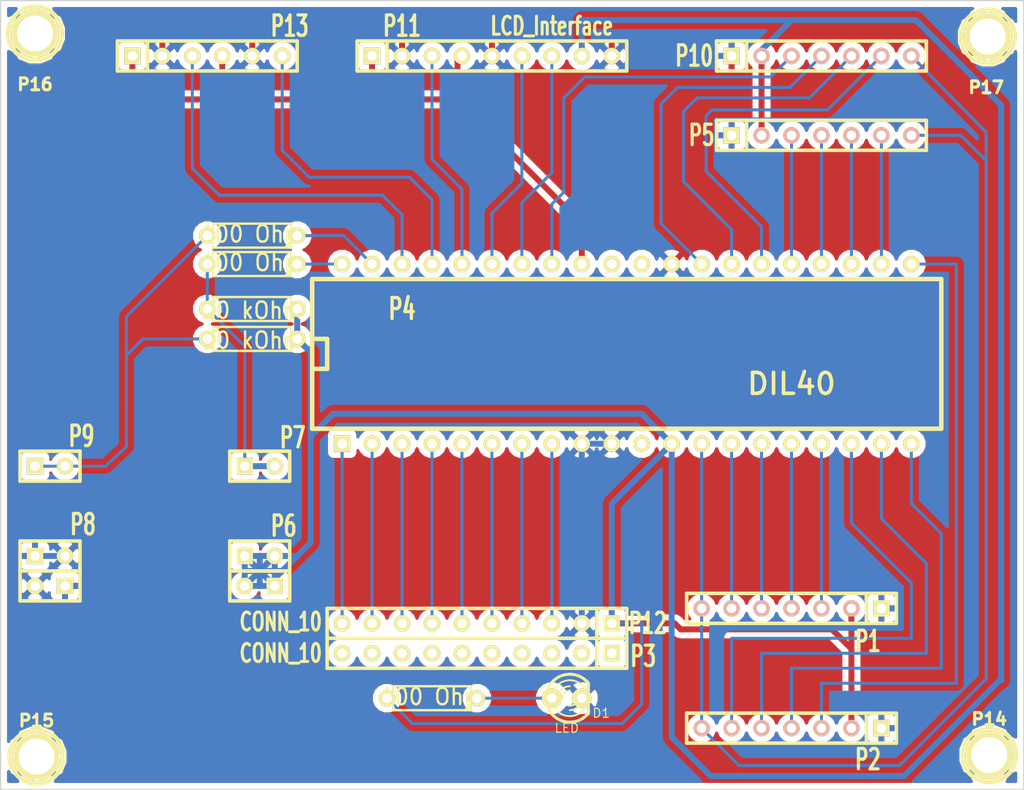
<source format=kicad_pcb>
(kicad_pcb (version 3) (host pcbnew "(2013-07-07 BZR 4022)-stable")

  (general
    (links 80)
    (no_connects 0)
    (area 186.097334 133.807999 274.404666 200.837001)
    (thickness 1.6)
    (drawings 4)
    (tracks 194)
    (zones 0)
    (modules 25)
    (nets 39)
  )

  (page A3)
  (layers
    (15 F.Cu signal)
    (0 B.Cu signal)
    (16 B.Adhes user)
    (17 F.Adhes user)
    (18 B.Paste user)
    (19 F.Paste user)
    (20 B.SilkS user)
    (21 F.SilkS user)
    (22 B.Mask user)
    (23 F.Mask user)
    (24 Dwgs.User user)
    (25 Cmts.User user)
    (26 Eco1.User user)
    (27 Eco2.User user)
    (28 Edge.Cuts user)
  )

  (setup
    (last_trace_width 0.254)
    (user_trace_width 0.508)
    (trace_clearance 0.254)
    (zone_clearance 0.508)
    (zone_45_only no)
    (trace_min 0.254)
    (segment_width 0.2)
    (edge_width 0.1)
    (via_size 0.889)
    (via_drill 0.635)
    (via_min_size 0.889)
    (via_min_drill 0.508)
    (uvia_size 0.508)
    (uvia_drill 0.127)
    (uvias_allowed no)
    (uvia_min_size 0.508)
    (uvia_min_drill 0.127)
    (pcb_text_width 0.3)
    (pcb_text_size 1.5 1.5)
    (mod_edge_width 0.15)
    (mod_text_size 1 1)
    (mod_text_width 0.15)
    (pad_size 1.397 1.397)
    (pad_drill 0.8128)
    (pad_to_mask_clearance 0)
    (aux_axis_origin 0 0)
    (visible_elements 7FFFFFFF)
    (pcbplotparams
      (layerselection 3178497)
      (usegerberextensions true)
      (excludeedgelayer true)
      (linewidth 0.150000)
      (plotframeref false)
      (viasonmask false)
      (mode 1)
      (useauxorigin false)
      (hpglpennumber 1)
      (hpglpenspeed 20)
      (hpglpendiameter 15)
      (hpglpenoverlay 2)
      (psnegative false)
      (psa4output false)
      (plotreference true)
      (plotvalue true)
      (plotothertext true)
      (plotinvisibletext false)
      (padsonsilk false)
      (subtractmaskfromsilk false)
      (outputformat 1)
      (mirror false)
      (drillshape 1)
      (scaleselection 1)
      (outputdirectory ""))
  )

  (net 0 "")
  (net 1 /LCD)
  (net 2 /P1)
  (net 3 /P2)
  (net 4 /P3)
  (net 5 /P4)
  (net 6 5V)
  (net 7 IR_Tx)
  (net 8 N-000001)
  (net 9 N-0000010)
  (net 10 N-0000011)
  (net 11 N-0000013)
  (net 12 N-0000014)
  (net 13 N-0000017)
  (net 14 N-0000018)
  (net 15 N-0000019)
  (net 16 N-000002)
  (net 17 N-0000020)
  (net 18 N-0000021)
  (net 19 N-0000022)
  (net 20 N-0000024)
  (net 21 N-0000025)
  (net 22 N-000003)
  (net 23 N-0000032)
  (net 24 N-0000035)
  (net 25 N-0000036)
  (net 26 N-0000037)
  (net 27 N-0000038)
  (net 28 N-0000039)
  (net 29 N-000004)
  (net 30 N-0000040)
  (net 31 N-0000041)
  (net 32 N-0000042)
  (net 33 N-000006)
  (net 34 N-000007)
  (net 35 N-000008)
  (net 36 N-000009)
  (net 37 VDD)
  (net 38 VSS)

  (net_class Default "This is the default net class."
    (clearance 0.254)
    (trace_width 0.254)
    (via_dia 0.889)
    (via_drill 0.635)
    (uvia_dia 0.508)
    (uvia_drill 0.127)
    (add_net "")
    (add_net /LCD)
    (add_net /P1)
    (add_net /P2)
    (add_net /P3)
    (add_net /P4)
    (add_net 5V)
    (add_net IR_Tx)
    (add_net N-000001)
    (add_net N-0000010)
    (add_net N-0000011)
    (add_net N-0000013)
    (add_net N-0000014)
    (add_net N-0000017)
    (add_net N-0000018)
    (add_net N-0000019)
    (add_net N-000002)
    (add_net N-0000020)
    (add_net N-0000021)
    (add_net N-0000022)
    (add_net N-0000024)
    (add_net N-0000025)
    (add_net N-000003)
    (add_net N-0000032)
    (add_net N-0000035)
    (add_net N-0000036)
    (add_net N-0000037)
    (add_net N-0000038)
    (add_net N-0000039)
    (add_net N-000004)
    (add_net N-0000040)
    (add_net N-0000041)
    (add_net N-0000042)
    (add_net N-000006)
    (add_net N-000007)
    (add_net N-000008)
    (add_net N-000009)
    (add_net VDD)
    (add_net VSS)
  )

  (module SIL-9 (layer F.Cu) (tedit 200000) (tstamp 5774731A)
    (at 228.6 138.557)
    (descr "Connecteur 9 pins")
    (tags "CONN DEV")
    (path /576F2F28)
    (fp_text reference P11 (at -7.62 -2.54) (layer F.SilkS)
      (effects (font (size 1.72974 1.08712) (thickness 0.3048)))
    )
    (fp_text value LCD_Interface (at 5.08 -2.54) (layer F.SilkS)
      (effects (font (size 1.524 1.016) (thickness 0.3048)))
    )
    (fp_line (start 11.43 -1.27) (end 11.43 1.27) (layer F.SilkS) (width 0.3048))
    (fp_line (start 11.43 1.27) (end -11.43 1.27) (layer F.SilkS) (width 0.3048))
    (fp_line (start -11.43 1.27) (end -11.43 -1.27) (layer F.SilkS) (width 0.3048))
    (fp_line (start 11.43 -1.27) (end -11.43 -1.27) (layer F.SilkS) (width 0.3048))
    (fp_line (start -8.89 -1.27) (end -8.89 1.27) (layer F.SilkS) (width 0.3048))
    (pad 1 thru_hole rect (at -10.16 0) (size 1.397 1.397) (drill 0.8128)
      (layers *.Cu *.Mask F.SilkS)
      (net 37 VDD)
    )
    (pad 2 thru_hole circle (at -7.62 0) (size 1.397 1.397) (drill 0.8128)
      (layers *.Cu *.Mask F.SilkS)
      (net 38 VSS)
    )
    (pad 3 thru_hole circle (at -5.08 0) (size 1.397 1.397) (drill 0.8128)
      (layers *.Cu *.Mask F.SilkS)
      (net 3 /P2)
    )
    (pad 4 thru_hole circle (at -2.54 0) (size 1.397 1.397) (drill 0.8128)
      (layers *.Cu *.Mask F.SilkS)
      (net 37 VDD)
    )
    (pad 5 thru_hole circle (at 0 0) (size 1.397 1.397) (drill 0.8128)
      (layers *.Cu *.Mask F.SilkS)
      (net 38 VSS)
    )
    (pad 6 thru_hole circle (at 2.54 0) (size 1.397 1.397) (drill 0.8128)
      (layers *.Cu *.Mask F.SilkS)
      (net 2 /P1)
    )
    (pad 7 thru_hole circle (at 5.08 0) (size 1.397 1.397) (drill 0.8128)
      (layers *.Cu *.Mask F.SilkS)
      (net 1 /LCD)
    )
    (pad 8 thru_hole circle (at 7.62 0) (size 1.397 1.397) (drill 0.8128)
      (layers *.Cu *.Mask F.SilkS)
      (net 6 5V)
    )
    (pad 9 thru_hole circle (at 10.16 0) (size 1.397 1.397) (drill 0.8128)
      (layers *.Cu *.Mask F.SilkS)
      (net 38 VSS)
    )
  )

  (module SIL-7 (layer F.Cu) (tedit 57999867) (tstamp 5799990A)
    (at 256.54 138.557)
    (descr "Connecteur 7 pins")
    (tags "CONN DEV")
    (path /57709756)
    (fp_text reference P10 (at -10.795 0) (layer F.SilkS)
      (effects (font (size 1.72974 1.08712) (thickness 0.3048)))
    )
    (fp_text value CONN_01X07 (at 0 -2.54) (layer F.SilkS) hide
      (effects (font (size 1.524 1.016) (thickness 0.3048)))
    )
    (fp_line (start -8.89 -1.27) (end -8.89 -1.27) (layer F.SilkS) (width 0.3048))
    (fp_line (start -8.89 -1.27) (end 8.89 -1.27) (layer F.SilkS) (width 0.3048))
    (fp_line (start 8.89 -1.27) (end 8.89 1.27) (layer F.SilkS) (width 0.3048))
    (fp_line (start 8.89 1.27) (end -8.89 1.27) (layer F.SilkS) (width 0.3048))
    (fp_line (start -8.89 1.27) (end -8.89 -1.27) (layer F.SilkS) (width 0.3048))
    (fp_line (start -6.35 1.27) (end -6.35 1.27) (layer F.SilkS) (width 0.3048))
    (fp_line (start -6.35 1.27) (end -6.35 -1.27) (layer F.SilkS) (width 0.3048))
    (pad 1 thru_hole rect (at -7.62 0) (size 1.397 1.397) (drill 0.8128)
      (layers *.Cu *.Mask F.SilkS)
      (net 38 VSS)
    )
    (pad 2 thru_hole circle (at -5.08 0) (size 1.397 1.397) (drill 0.8128)
      (layers *.Cu *.SilkS *.Mask)
      (net 6 5V)
    )
    (pad 3 thru_hole circle (at -2.54 0) (size 1.397 1.397) (drill 0.8128)
      (layers *.Cu *.SilkS *.Mask)
      (net 35 N-000008)
    )
    (pad 4 thru_hole circle (at 0 0) (size 1.397 1.397) (drill 0.8128)
      (layers *.Cu *.SilkS *.Mask)
      (net 34 N-000007)
    )
    (pad 5 thru_hole circle (at 2.54 0) (size 1.397 1.397) (drill 0.8128)
      (layers *.Cu *.SilkS *.Mask)
      (net 8 N-000001)
    )
    (pad 6 thru_hole circle (at 5.08 0) (size 1.397 1.397) (drill 0.8128)
      (layers *.Cu *.SilkS *.Mask)
      (net 33 N-000006)
    )
    (pad 7 thru_hole circle (at 7.62 0) (size 1.397 1.397) (drill 0.8128)
      (layers *.Cu *.SilkS *.Mask)
      (net 7 IR_Tx)
    )
  )

  (module SIL-7 (layer F.Cu) (tedit 57999874) (tstamp 5774733E)
    (at 256.54 145.288)
    (descr "Connecteur 7 pins")
    (tags "CONN DEV")
    (path /57709658)
    (fp_text reference P5 (at -10.16 0) (layer F.SilkS)
      (effects (font (size 1.72974 1.08712) (thickness 0.3048)))
    )
    (fp_text value CONN_01X07 (at 0 -2.54) (layer F.SilkS) hide
      (effects (font (size 1.524 1.016) (thickness 0.3048)))
    )
    (fp_line (start -8.89 -1.27) (end -8.89 -1.27) (layer F.SilkS) (width 0.3048))
    (fp_line (start -8.89 -1.27) (end 8.89 -1.27) (layer F.SilkS) (width 0.3048))
    (fp_line (start 8.89 -1.27) (end 8.89 1.27) (layer F.SilkS) (width 0.3048))
    (fp_line (start 8.89 1.27) (end -8.89 1.27) (layer F.SilkS) (width 0.3048))
    (fp_line (start -8.89 1.27) (end -8.89 -1.27) (layer F.SilkS) (width 0.3048))
    (fp_line (start -6.35 1.27) (end -6.35 1.27) (layer F.SilkS) (width 0.3048))
    (fp_line (start -6.35 1.27) (end -6.35 -1.27) (layer F.SilkS) (width 0.3048))
    (pad 1 thru_hole rect (at -7.62 0) (size 1.397 1.397) (drill 0.8128)
      (layers *.Cu *.Mask F.SilkS)
      (net 38 VSS)
    )
    (pad 2 thru_hole circle (at -5.08 0) (size 1.397 1.397) (drill 0.8128)
      (layers *.Cu *.SilkS *.Mask)
      (net 6 5V)
    )
    (pad 3 thru_hole circle (at -2.54 0) (size 1.397 1.397) (drill 0.8128)
      (layers *.Cu *.SilkS *.Mask)
      (net 10 N-0000011)
    )
    (pad 4 thru_hole circle (at 0 0) (size 1.397 1.397) (drill 0.8128)
      (layers *.Cu *.SilkS *.Mask)
      (net 36 N-000009)
    )
    (pad 5 thru_hole circle (at 2.54 0) (size 1.397 1.397) (drill 0.8128)
      (layers *.Cu *.SilkS *.Mask)
      (net 29 N-000004)
    )
    (pad 6 thru_hole circle (at 5.08 0) (size 1.397 1.397) (drill 0.8128)
      (layers *.Cu *.SilkS *.Mask)
      (net 22 N-000003)
    )
    (pad 7 thru_hole circle (at 7.62 0) (size 1.397 1.397) (drill 0.8128)
      (layers *.Cu *.SilkS *.Mask)
      (net 7 IR_Tx)
    )
  )

  (module SIL-7 (layer F.Cu) (tedit 57999820) (tstamp 57747350)
    (at 254 195.58 180)
    (descr "Connecteur 7 pins")
    (tags "CONN DEV")
    (path /5770957C)
    (fp_text reference P2 (at -6.477 -2.667 180) (layer F.SilkS)
      (effects (font (size 1.72974 1.08712) (thickness 0.3048)))
    )
    (fp_text value CONN_01X07 (at 0 -2.54 180) (layer F.SilkS) hide
      (effects (font (size 1.524 1.016) (thickness 0.3048)))
    )
    (fp_line (start -8.89 -1.27) (end -8.89 -1.27) (layer F.SilkS) (width 0.3048))
    (fp_line (start -8.89 -1.27) (end 8.89 -1.27) (layer F.SilkS) (width 0.3048))
    (fp_line (start 8.89 -1.27) (end 8.89 1.27) (layer F.SilkS) (width 0.3048))
    (fp_line (start 8.89 1.27) (end -8.89 1.27) (layer F.SilkS) (width 0.3048))
    (fp_line (start -8.89 1.27) (end -8.89 -1.27) (layer F.SilkS) (width 0.3048))
    (fp_line (start -6.35 1.27) (end -6.35 1.27) (layer F.SilkS) (width 0.3048))
    (fp_line (start -6.35 1.27) (end -6.35 -1.27) (layer F.SilkS) (width 0.3048))
    (pad 1 thru_hole rect (at -7.62 0 180) (size 1.397 1.397) (drill 0.8128)
      (layers *.Cu *.Mask F.SilkS)
      (net 38 VSS)
    )
    (pad 2 thru_hole circle (at -5.08 0 180) (size 1.397 1.397) (drill 0.8128)
      (layers *.Cu *.SilkS *.Mask)
      (net 6 5V)
    )
    (pad 3 thru_hole circle (at -2.54 0 180) (size 1.397 1.397) (drill 0.8128)
      (layers *.Cu *.SilkS *.Mask)
      (net 9 N-0000010)
    )
    (pad 4 thru_hole circle (at 0 0 180) (size 1.397 1.397) (drill 0.8128)
      (layers *.Cu *.SilkS *.Mask)
      (net 16 N-000002)
    )
    (pad 5 thru_hole circle (at 2.54 0 180) (size 1.397 1.397) (drill 0.8128)
      (layers *.Cu *.SilkS *.Mask)
      (net 12 N-0000014)
    )
    (pad 6 thru_hole circle (at 5.08 0 180) (size 1.397 1.397) (drill 0.8128)
      (layers *.Cu *.SilkS *.Mask)
      (net 11 N-0000013)
    )
    (pad 7 thru_hole circle (at 7.62 0 180) (size 1.397 1.397) (drill 0.8128)
      (layers *.Cu *.SilkS *.Mask)
      (net 7 IR_Tx)
    )
  )

  (module SIL-7 (layer F.Cu) (tedit 57999829) (tstamp 57747362)
    (at 254 185.42 180)
    (descr "Connecteur 7 pins")
    (tags "CONN DEV")
    (path /577094B3)
    (fp_text reference P1 (at -6.477 -2.794 180) (layer F.SilkS)
      (effects (font (size 1.72974 1.08712) (thickness 0.3048)))
    )
    (fp_text value CONN_01X07 (at 0 -2.54 180) (layer F.SilkS) hide
      (effects (font (size 1.524 1.016) (thickness 0.3048)))
    )
    (fp_line (start -8.89 -1.27) (end -8.89 -1.27) (layer F.SilkS) (width 0.3048))
    (fp_line (start -8.89 -1.27) (end 8.89 -1.27) (layer F.SilkS) (width 0.3048))
    (fp_line (start 8.89 -1.27) (end 8.89 1.27) (layer F.SilkS) (width 0.3048))
    (fp_line (start 8.89 1.27) (end -8.89 1.27) (layer F.SilkS) (width 0.3048))
    (fp_line (start -8.89 1.27) (end -8.89 -1.27) (layer F.SilkS) (width 0.3048))
    (fp_line (start -6.35 1.27) (end -6.35 1.27) (layer F.SilkS) (width 0.3048))
    (fp_line (start -6.35 1.27) (end -6.35 -1.27) (layer F.SilkS) (width 0.3048))
    (pad 1 thru_hole rect (at -7.62 0 180) (size 1.397 1.397) (drill 0.8128)
      (layers *.Cu *.Mask F.SilkS)
      (net 38 VSS)
    )
    (pad 2 thru_hole circle (at -5.08 0 180) (size 1.397 1.397) (drill 0.8128)
      (layers *.Cu *.SilkS *.Mask)
      (net 6 5V)
    )
    (pad 3 thru_hole circle (at -2.54 0 180) (size 1.397 1.397) (drill 0.8128)
      (layers *.Cu *.SilkS *.Mask)
      (net 13 N-0000017)
    )
    (pad 4 thru_hole circle (at 0 0 180) (size 1.397 1.397) (drill 0.8128)
      (layers *.Cu *.SilkS *.Mask)
      (net 14 N-0000018)
    )
    (pad 5 thru_hole circle (at 2.54 0 180) (size 1.397 1.397) (drill 0.8128)
      (layers *.Cu *.SilkS *.Mask)
      (net 15 N-0000019)
    )
    (pad 6 thru_hole circle (at 5.08 0 180) (size 1.397 1.397) (drill 0.8128)
      (layers *.Cu *.SilkS *.Mask)
      (net 21 N-0000025)
    )
    (pad 7 thru_hole circle (at 7.62 0 180) (size 1.397 1.397) (drill 0.8128)
      (layers *.Cu *.SilkS *.Mask)
      (net 7 IR_Tx)
    )
  )

  (module SIL-6 (layer F.Cu) (tedit 5799987F) (tstamp 57747371)
    (at 204.47 138.557)
    (descr "Connecteur 6 pins")
    (tags "CONN DEV")
    (path /576F464D)
    (fp_text reference P13 (at 6.985 -2.54) (layer F.SilkS)
      (effects (font (size 1.72974 1.08712) (thickness 0.3048)))
    )
    (fp_text value "Start Buttons" (at 0 -2.54) (layer F.SilkS) hide
      (effects (font (size 1.524 1.016) (thickness 0.3048)))
    )
    (fp_line (start -7.62 1.27) (end -7.62 -1.27) (layer F.SilkS) (width 0.3048))
    (fp_line (start -7.62 -1.27) (end 7.62 -1.27) (layer F.SilkS) (width 0.3048))
    (fp_line (start 7.62 -1.27) (end 7.62 1.27) (layer F.SilkS) (width 0.3048))
    (fp_line (start 7.62 1.27) (end -7.62 1.27) (layer F.SilkS) (width 0.3048))
    (fp_line (start -5.08 1.27) (end -5.08 -1.27) (layer F.SilkS) (width 0.3048))
    (pad 1 thru_hole rect (at -6.35 0) (size 1.397 1.397) (drill 0.8128)
      (layers *.Cu *.Mask F.SilkS)
      (net 37 VDD)
    )
    (pad 2 thru_hole circle (at -3.81 0) (size 1.397 1.397) (drill 0.8128)
      (layers *.Cu *.Mask F.SilkS)
      (net 38 VSS)
    )
    (pad 3 thru_hole circle (at -1.27 0) (size 1.397 1.397) (drill 0.8128)
      (layers *.Cu *.Mask F.SilkS)
      (net 5 /P4)
    )
    (pad 4 thru_hole circle (at 1.27 0) (size 1.397 1.397) (drill 0.8128)
      (layers *.Cu *.Mask F.SilkS)
      (net 37 VDD)
    )
    (pad 5 thru_hole circle (at 3.81 0) (size 1.397 1.397) (drill 0.8128)
      (layers *.Cu *.Mask F.SilkS)
      (net 38 VSS)
    )
    (pad 6 thru_hole circle (at 6.35 0) (size 1.397 1.397) (drill 0.8128)
      (layers *.Cu *.Mask F.SilkS)
      (net 4 /P3)
    )
  )

  (module SIL-2 (layer F.Cu) (tedit 5799984A) (tstamp 579AAC5D)
    (at 208.915 173.355)
    (descr "Connecteurs 2 pins")
    (tags "CONN DEV")
    (path /576F5E2B)
    (fp_text reference P7 (at 2.794 -2.413) (layer F.SilkS)
      (effects (font (size 1.72974 1.08712) (thickness 0.3048)))
    )
    (fp_text value DAT (at 0 -2.54) (layer F.SilkS) hide
      (effects (font (size 1.524 1.016) (thickness 0.3048)))
    )
    (fp_line (start -2.54 1.27) (end -2.54 -1.27) (layer F.SilkS) (width 0.3048))
    (fp_line (start -2.54 -1.27) (end 2.54 -1.27) (layer F.SilkS) (width 0.3048))
    (fp_line (start 2.54 -1.27) (end 2.54 1.27) (layer F.SilkS) (width 0.3048))
    (fp_line (start 2.54 1.27) (end -2.54 1.27) (layer F.SilkS) (width 0.3048))
    (pad 1 thru_hole rect (at -1.27 0) (size 1.397 1.397) (drill 0.8128)
      (layers *.Cu *.Mask F.SilkS)
      (net 17 N-0000020)
    )
    (pad 2 thru_hole circle (at 1.27 0) (size 1.397 1.397) (drill 0.8128)
      (layers *.Cu *.Mask F.SilkS)
      (net 17 N-0000020)
    )
  )

  (module SIL-2 (layer F.Cu) (tedit 57999845) (tstamp 57747385)
    (at 208.915 180.975)
    (descr "Connecteurs 2 pins")
    (tags "CONN DEV")
    (path /576F5DE5)
    (fp_text reference P6 (at 2.032 -2.54) (layer F.SilkS)
      (effects (font (size 1.72974 1.08712) (thickness 0.3048)))
    )
    (fp_text value 5V (at 0 -2.54) (layer F.SilkS) hide
      (effects (font (size 1.524 1.016) (thickness 0.3048)))
    )
    (fp_line (start -2.54 1.27) (end -2.54 -1.27) (layer F.SilkS) (width 0.3048))
    (fp_line (start -2.54 -1.27) (end 2.54 -1.27) (layer F.SilkS) (width 0.3048))
    (fp_line (start 2.54 -1.27) (end 2.54 1.27) (layer F.SilkS) (width 0.3048))
    (fp_line (start 2.54 1.27) (end -2.54 1.27) (layer F.SilkS) (width 0.3048))
    (pad 1 thru_hole rect (at -1.27 0) (size 1.397 1.397) (drill 0.8128)
      (layers *.Cu *.Mask F.SilkS)
      (net 6 5V)
    )
    (pad 2 thru_hole circle (at 1.27 0) (size 1.397 1.397) (drill 0.8128)
      (layers *.Cu *.Mask F.SilkS)
      (net 6 5V)
    )
  )

  (module SIL-2 (layer F.Cu) (tedit 579998A3) (tstamp 5774738F)
    (at 191.135 180.975)
    (descr "Connecteurs 2 pins")
    (tags "CONN DEV")
    (path /576F5DA2)
    (fp_text reference P8 (at 2.794 -2.667) (layer F.SilkS)
      (effects (font (size 1.72974 1.08712) (thickness 0.3048)))
    )
    (fp_text value GND (at 0 -2.54) (layer F.SilkS) hide
      (effects (font (size 1.524 1.016) (thickness 0.3048)))
    )
    (fp_line (start -2.54 1.27) (end -2.54 -1.27) (layer F.SilkS) (width 0.3048))
    (fp_line (start -2.54 -1.27) (end 2.54 -1.27) (layer F.SilkS) (width 0.3048))
    (fp_line (start 2.54 -1.27) (end 2.54 1.27) (layer F.SilkS) (width 0.3048))
    (fp_line (start 2.54 1.27) (end -2.54 1.27) (layer F.SilkS) (width 0.3048))
    (pad 1 thru_hole rect (at -1.27 0) (size 1.397 1.397) (drill 0.8128)
      (layers *.Cu *.Mask F.SilkS)
      (net 38 VSS)
    )
    (pad 2 thru_hole circle (at 1.27 0) (size 1.397 1.397) (drill 0.8128)
      (layers *.Cu *.Mask F.SilkS)
      (net 38 VSS)
    )
  )

  (module SIL-2 (layer F.Cu) (tedit 5799989A) (tstamp 579AE484)
    (at 191.135 173.355)
    (descr "Connecteurs 2 pins")
    (tags "CONN DEV")
    (path /576F5D4B)
    (fp_text reference P9 (at 2.667 -2.54) (layer F.SilkS)
      (effects (font (size 1.72974 1.08712) (thickness 0.3048)))
    )
    (fp_text value CLK (at 0 -2.54) (layer F.SilkS) hide
      (effects (font (size 1.524 1.016) (thickness 0.3048)))
    )
    (fp_line (start -2.54 1.27) (end -2.54 -1.27) (layer F.SilkS) (width 0.3048))
    (fp_line (start -2.54 -1.27) (end 2.54 -1.27) (layer F.SilkS) (width 0.3048))
    (fp_line (start 2.54 -1.27) (end 2.54 1.27) (layer F.SilkS) (width 0.3048))
    (fp_line (start 2.54 1.27) (end -2.54 1.27) (layer F.SilkS) (width 0.3048))
    (pad 1 thru_hole rect (at -1.27 0) (size 1.397 1.397) (drill 0.8128)
      (layers *.Cu *.Mask F.SilkS)
      (net 23 N-0000032)
    )
    (pad 2 thru_hole circle (at 1.27 0) (size 1.397 1.397) (drill 0.8128)
      (layers *.Cu *.Mask F.SilkS)
      (net 23 N-0000032)
    )
  )

  (module LED-3MM (layer F.Cu) (tedit 579998BC) (tstamp 579001F1)
    (at 234.95 193.04)
    (descr "LED 3mm - Lead pitch 100mil (2,54mm)")
    (tags "LED led 3mm 3MM 100mil 2,54mm")
    (path /576EDD0E)
    (fp_text reference D1 (at 2.921 1.27) (layer F.SilkS)
      (effects (font (size 0.762 0.762) (thickness 0.0889)))
    )
    (fp_text value LED (at 0 2.54) (layer F.SilkS)
      (effects (font (size 0.762 0.762) (thickness 0.0889)))
    )
    (fp_line (start 1.8288 1.27) (end 1.8288 -1.27) (layer F.SilkS) (width 0.254))
    (fp_arc (start 0.254 0) (end -1.27 0) (angle 39.8) (layer F.SilkS) (width 0.1524))
    (fp_arc (start 0.254 0) (end -0.88392 1.01092) (angle 41.6) (layer F.SilkS) (width 0.1524))
    (fp_arc (start 0.254 0) (end 1.4097 -0.9906) (angle 40.6) (layer F.SilkS) (width 0.1524))
    (fp_arc (start 0.254 0) (end 1.778 0) (angle 39.8) (layer F.SilkS) (width 0.1524))
    (fp_arc (start 0.254 0) (end 0.254 -1.524) (angle 54.4) (layer F.SilkS) (width 0.1524))
    (fp_arc (start 0.254 0) (end -0.9652 -0.9144) (angle 53.1) (layer F.SilkS) (width 0.1524))
    (fp_arc (start 0.254 0) (end 1.45542 0.93472) (angle 52.1) (layer F.SilkS) (width 0.1524))
    (fp_arc (start 0.254 0) (end 0.254 1.524) (angle 52.1) (layer F.SilkS) (width 0.1524))
    (fp_arc (start 0.254 0) (end -0.381 0) (angle 90) (layer F.SilkS) (width 0.1524))
    (fp_arc (start 0.254 0) (end -0.762 0) (angle 90) (layer F.SilkS) (width 0.1524))
    (fp_arc (start 0.254 0) (end 0.889 0) (angle 90) (layer F.SilkS) (width 0.1524))
    (fp_arc (start 0.254 0) (end 1.27 0) (angle 90) (layer F.SilkS) (width 0.1524))
    (fp_arc (start 0.254 0) (end 0.254 -2.032) (angle 50.1) (layer F.SilkS) (width 0.254))
    (fp_arc (start 0.254 0) (end -1.5367 -0.95504) (angle 61.9) (layer F.SilkS) (width 0.254))
    (fp_arc (start 0.254 0) (end 1.8034 1.31064) (angle 49.7) (layer F.SilkS) (width 0.254))
    (fp_arc (start 0.254 0) (end 0.254 2.032) (angle 60.2) (layer F.SilkS) (width 0.254))
    (fp_arc (start 0.254 0) (end -1.778 0) (angle 28.3) (layer F.SilkS) (width 0.254))
    (fp_arc (start 0.254 0) (end -1.47574 1.06426) (angle 31.6) (layer F.SilkS) (width 0.254))
    (pad 1 thru_hole circle (at -1.27 0) (size 1.6764 1.6764) (drill 0.8128)
      (layers *.Cu *.Mask F.SilkS)
      (net 20 N-0000024)
    )
    (pad 2 thru_hole circle (at 1.27 0) (size 1.6764 1.6764) (drill 0.8128)
      (layers *.Cu *.Mask F.SilkS)
      (net 38 VSS)
    )
    (model discret/leds/led3_vertical_verde.wrl
      (at (xyz 0 0 0))
      (scale (xyz 1 1 1))
      (rotate (xyz 0 0 0))
    )
  )

  (module DIP-40__600 (layer F.Cu) (tedit 200000) (tstamp 57747439)
    (at 240.03 163.83)
    (descr "Module Dil 40 pins, pads ronds, e=600 mils")
    (tags DIL)
    (path /576F725D)
    (fp_text reference P4 (at -19.05 -3.81) (layer F.SilkS)
      (effects (font (size 1.778 1.143) (thickness 0.3048)))
    )
    (fp_text value DIL40 (at 13.97 2.54) (layer F.SilkS)
      (effects (font (size 1.778 1.778) (thickness 0.3048)))
    )
    (fp_line (start -26.67 -1.27) (end -25.4 -1.27) (layer F.SilkS) (width 0.381))
    (fp_line (start -25.4 -1.27) (end -25.4 1.27) (layer F.SilkS) (width 0.381))
    (fp_line (start -25.4 1.27) (end -26.67 1.27) (layer F.SilkS) (width 0.381))
    (fp_line (start -26.67 -6.35) (end 26.67 -6.35) (layer F.SilkS) (width 0.381))
    (fp_line (start 26.67 -6.35) (end 26.67 6.35) (layer F.SilkS) (width 0.381))
    (fp_line (start 26.67 6.35) (end -26.67 6.35) (layer F.SilkS) (width 0.381))
    (fp_line (start -26.67 6.35) (end -26.67 -6.35) (layer F.SilkS) (width 0.381))
    (pad 1 thru_hole rect (at -24.13 7.62) (size 1.397 1.397) (drill 0.8128)
      (layers *.Cu *.Mask F.SilkS)
      (net 24 N-0000035)
    )
    (pad 2 thru_hole circle (at -21.59 7.62) (size 1.397 1.397) (drill 0.8128)
      (layers *.Cu *.Mask F.SilkS)
      (net 25 N-0000036)
    )
    (pad 3 thru_hole circle (at -19.05 7.62) (size 1.397 1.397) (drill 0.8128)
      (layers *.Cu *.Mask F.SilkS)
      (net 26 N-0000037)
    )
    (pad 4 thru_hole circle (at -16.51 7.62) (size 1.397 1.397) (drill 0.8128)
      (layers *.Cu *.Mask F.SilkS)
      (net 27 N-0000038)
    )
    (pad 5 thru_hole circle (at -13.97 7.62) (size 1.397 1.397) (drill 0.8128)
      (layers *.Cu *.Mask F.SilkS)
      (net 28 N-0000039)
    )
    (pad 6 thru_hole circle (at -11.43 7.62) (size 1.397 1.397) (drill 0.8128)
      (layers *.Cu *.Mask F.SilkS)
      (net 30 N-0000040)
    )
    (pad 7 thru_hole circle (at -8.89 7.62) (size 1.397 1.397) (drill 0.8128)
      (layers *.Cu *.Mask F.SilkS)
      (net 31 N-0000041)
    )
    (pad 8 thru_hole circle (at -6.35 7.62) (size 1.397 1.397) (drill 0.8128)
      (layers *.Cu *.Mask F.SilkS)
      (net 32 N-0000042)
    )
    (pad 9 thru_hole circle (at -3.81 7.62) (size 1.397 1.397) (drill 0.8128)
      (layers *.Cu *.Mask F.SilkS)
      (net 38 VSS)
    )
    (pad 10 thru_hole circle (at -1.27 7.62) (size 1.397 1.397) (drill 0.8128)
      (layers *.Cu *.Mask F.SilkS)
      (net 38 VSS)
    )
    (pad 11 thru_hole circle (at 1.27 7.62) (size 1.397 1.397) (drill 0.8128)
      (layers *.Cu *.Mask F.SilkS)
    )
    (pad 12 thru_hole circle (at 3.81 7.62) (size 1.397 1.397) (drill 0.8128)
      (layers *.Cu *.Mask F.SilkS)
      (net 6 5V)
    )
    (pad 13 thru_hole circle (at 6.35 7.62) (size 1.397 1.397) (drill 0.8128)
      (layers *.Cu *.Mask F.SilkS)
      (net 7 IR_Tx)
    )
    (pad 14 thru_hole circle (at 8.89 7.62) (size 1.397 1.397) (drill 0.8128)
      (layers *.Cu *.Mask F.SilkS)
      (net 21 N-0000025)
    )
    (pad 15 thru_hole circle (at 11.43 7.62) (size 1.397 1.397) (drill 0.8128)
      (layers *.Cu *.Mask F.SilkS)
      (net 15 N-0000019)
    )
    (pad 16 thru_hole circle (at 13.97 7.62) (size 1.397 1.397) (drill 0.8128)
      (layers *.Cu *.Mask F.SilkS)
      (net 14 N-0000018)
    )
    (pad 17 thru_hole circle (at 16.51 7.62) (size 1.397 1.397) (drill 0.8128)
      (layers *.Cu *.Mask F.SilkS)
      (net 13 N-0000017)
    )
    (pad 18 thru_hole circle (at 19.05 7.62) (size 1.397 1.397) (drill 0.8128)
      (layers *.Cu *.Mask F.SilkS)
      (net 11 N-0000013)
    )
    (pad 19 thru_hole circle (at 21.59 7.62) (size 1.397 1.397) (drill 0.8128)
      (layers *.Cu *.Mask F.SilkS)
      (net 12 N-0000014)
    )
    (pad 20 thru_hole circle (at 24.13 7.62) (size 1.397 1.397) (drill 0.8128)
      (layers *.Cu *.Mask F.SilkS)
      (net 16 N-000002)
    )
    (pad 21 thru_hole circle (at 24.13 -7.62) (size 1.397 1.397) (drill 0.8128)
      (layers *.Cu *.Mask F.SilkS)
      (net 9 N-0000010)
    )
    (pad 22 thru_hole circle (at 21.59 -7.62) (size 1.397 1.397) (drill 0.8128)
      (layers *.Cu *.Mask F.SilkS)
      (net 22 N-000003)
    )
    (pad 23 thru_hole circle (at 19.05 -7.62) (size 1.397 1.397) (drill 0.8128)
      (layers *.Cu *.Mask F.SilkS)
      (net 29 N-000004)
    )
    (pad 24 thru_hole circle (at 16.51 -7.62) (size 1.397 1.397) (drill 0.8128)
      (layers *.Cu *.Mask F.SilkS)
      (net 36 N-000009)
    )
    (pad 25 thru_hole circle (at 13.97 -7.62) (size 1.397 1.397) (drill 0.8128)
      (layers *.Cu *.Mask F.SilkS)
      (net 10 N-0000011)
    )
    (pad 26 thru_hole circle (at 11.43 -7.62) (size 1.397 1.397) (drill 0.8128)
      (layers *.Cu *.Mask F.SilkS)
      (net 33 N-000006)
    )
    (pad 27 thru_hole circle (at 8.89 -7.62) (size 1.397 1.397) (drill 0.8128)
      (layers *.Cu *.Mask F.SilkS)
      (net 8 N-000001)
    )
    (pad 28 thru_hole circle (at 6.35 -7.62) (size 1.397 1.397) (drill 0.8128)
      (layers *.Cu *.Mask F.SilkS)
      (net 34 N-000007)
    )
    (pad 29 thru_hole circle (at 3.81 -7.62) (size 1.397 1.397) (drill 0.8128)
      (layers *.Cu *.Mask F.SilkS)
      (net 38 VSS)
    )
    (pad 30 thru_hole circle (at 1.27 -7.62) (size 1.397 1.397) (drill 0.8128)
      (layers *.Cu *.Mask F.SilkS)
    )
    (pad 31 thru_hole circle (at -1.27 -7.62) (size 1.397 1.397) (drill 0.8128)
      (layers *.Cu *.Mask F.SilkS)
    )
    (pad 32 thru_hole circle (at -3.81 -7.62) (size 1.397 1.397) (drill 0.8128)
      (layers *.Cu *.Mask F.SilkS)
      (net 37 VDD)
    )
    (pad 33 thru_hole circle (at -6.35 -7.62) (size 1.397 1.397) (drill 0.8128)
      (layers *.Cu *.Mask F.SilkS)
      (net 35 N-000008)
    )
    (pad 34 thru_hole circle (at -8.89 -7.62) (size 1.397 1.397) (drill 0.8128)
      (layers *.Cu *.Mask F.SilkS)
      (net 1 /LCD)
    )
    (pad 35 thru_hole circle (at -11.43 -7.62) (size 1.397 1.397) (drill 0.8128)
      (layers *.Cu *.Mask F.SilkS)
      (net 2 /P1)
    )
    (pad 36 thru_hole circle (at -13.97 -7.62) (size 1.397 1.397) (drill 0.8128)
      (layers *.Cu *.Mask F.SilkS)
      (net 3 /P2)
    )
    (pad 37 thru_hole circle (at -16.51 -7.62) (size 1.397 1.397) (drill 0.8128)
      (layers *.Cu *.Mask F.SilkS)
      (net 4 /P3)
    )
    (pad 38 thru_hole circle (at -19.05 -7.62) (size 1.397 1.397) (drill 0.8128)
      (layers *.Cu *.Mask F.SilkS)
      (net 5 /P4)
    )
    (pad 39 thru_hole circle (at -21.59 -7.62) (size 1.397 1.397) (drill 0.8128)
      (layers *.Cu *.Mask F.SilkS)
      (net 18 N-0000021)
    )
    (pad 40 thru_hole circle (at -24.13 -7.62) (size 1.397 1.397) (drill 0.8128)
      (layers *.Cu *.Mask F.SilkS)
      (net 19 N-0000022)
    )
    (model dil/dil_40-w600.wrl
      (at (xyz 0 0 0))
      (scale (xyz 1 1 1))
      (rotate (xyz 0 0 0))
    )
  )

  (module SIL-10 (layer F.Cu) (tedit 57999836) (tstamp 57900213)
    (at 227.33 186.69 180)
    (descr "Connecteur 10 pins")
    (tags "CONN DEV")
    (path /57747695)
    (fp_text reference P12 (at -14.478 0 180) (layer F.SilkS)
      (effects (font (size 1.72974 1.08712) (thickness 0.3048)))
    )
    (fp_text value CONN_10 (at 16.637 0.127 180) (layer F.SilkS)
      (effects (font (size 1.524 1.016) (thickness 0.3048)))
    )
    (fp_line (start -12.7 1.27) (end -12.7 -1.27) (layer F.SilkS) (width 0.3048))
    (fp_line (start -12.7 -1.27) (end 12.7 -1.27) (layer F.SilkS) (width 0.3048))
    (fp_line (start 12.7 -1.27) (end 12.7 1.27) (layer F.SilkS) (width 0.3048))
    (fp_line (start 12.7 1.27) (end -12.7 1.27) (layer F.SilkS) (width 0.3048))
    (fp_line (start -10.16 1.27) (end -10.16 -1.27) (layer F.SilkS) (width 0.3048))
    (pad 1 thru_hole rect (at -11.43 0 180) (size 1.397 1.397) (drill 0.8128)
      (layers *.Cu *.Mask F.SilkS)
      (net 6 5V)
    )
    (pad 2 thru_hole circle (at -8.89 0 180) (size 1.397 1.397) (drill 0.8128)
      (layers *.Cu *.Mask F.SilkS)
      (net 38 VSS)
    )
    (pad 3 thru_hole circle (at -6.35 0 180) (size 1.397 1.397) (drill 0.8128)
      (layers *.Cu *.Mask F.SilkS)
      (net 32 N-0000042)
    )
    (pad 4 thru_hole circle (at -3.81 0 180) (size 1.397 1.397) (drill 0.8128)
      (layers *.Cu *.Mask F.SilkS)
      (net 31 N-0000041)
    )
    (pad 5 thru_hole circle (at -1.27 0 180) (size 1.397 1.397) (drill 0.8128)
      (layers *.Cu *.Mask F.SilkS)
      (net 30 N-0000040)
    )
    (pad 6 thru_hole circle (at 1.27 0 180) (size 1.397 1.397) (drill 0.8128)
      (layers *.Cu *.Mask F.SilkS)
      (net 28 N-0000039)
    )
    (pad 7 thru_hole circle (at 3.81 0 180) (size 1.397 1.397) (drill 0.8128)
      (layers *.Cu *.Mask F.SilkS)
      (net 27 N-0000038)
    )
    (pad 8 thru_hole circle (at 6.35 0 180) (size 1.397 1.397) (drill 0.8128)
      (layers *.Cu *.Mask F.SilkS)
      (net 26 N-0000037)
    )
    (pad 9 thru_hole circle (at 8.89 0 180) (size 1.397 1.397) (drill 0.8128)
      (layers *.Cu *.Mask F.SilkS)
      (net 25 N-0000036)
    )
    (pad 10 thru_hole circle (at 11.43 0 180) (size 1.397 1.397) (drill 0.8128)
      (layers *.Cu *.Mask F.SilkS)
      (net 24 N-0000035)
    )
  )

  (module SIL-10 (layer F.Cu) (tedit 5799983F) (tstamp 57900227)
    (at 227.33 189.23 180)
    (descr "Connecteur 10 pins")
    (tags "CONN DEV")
    (path /577476A2)
    (fp_text reference P3 (at -14.097 -0.254 180) (layer F.SilkS)
      (effects (font (size 1.72974 1.08712) (thickness 0.3048)))
    )
    (fp_text value CONN_10 (at 16.637 0 180) (layer F.SilkS)
      (effects (font (size 1.524 1.016) (thickness 0.3048)))
    )
    (fp_line (start -12.7 1.27) (end -12.7 -1.27) (layer F.SilkS) (width 0.3048))
    (fp_line (start -12.7 -1.27) (end 12.7 -1.27) (layer F.SilkS) (width 0.3048))
    (fp_line (start 12.7 -1.27) (end 12.7 1.27) (layer F.SilkS) (width 0.3048))
    (fp_line (start 12.7 1.27) (end -12.7 1.27) (layer F.SilkS) (width 0.3048))
    (fp_line (start -10.16 1.27) (end -10.16 -1.27) (layer F.SilkS) (width 0.3048))
    (pad 1 thru_hole rect (at -11.43 0 180) (size 1.397 1.397) (drill 0.8128)
      (layers *.Cu *.Mask F.SilkS)
    )
    (pad 2 thru_hole circle (at -8.89 0 180) (size 1.397 1.397) (drill 0.8128)
      (layers *.Cu *.Mask F.SilkS)
    )
    (pad 3 thru_hole circle (at -6.35 0 180) (size 1.397 1.397) (drill 0.8128)
      (layers *.Cu *.Mask F.SilkS)
    )
    (pad 4 thru_hole circle (at -3.81 0 180) (size 1.397 1.397) (drill 0.8128)
      (layers *.Cu *.Mask F.SilkS)
    )
    (pad 5 thru_hole circle (at -1.27 0 180) (size 1.397 1.397) (drill 0.8128)
      (layers *.Cu *.Mask F.SilkS)
    )
    (pad 6 thru_hole circle (at 1.27 0 180) (size 1.397 1.397) (drill 0.8128)
      (layers *.Cu *.Mask F.SilkS)
    )
    (pad 7 thru_hole circle (at 3.81 0 180) (size 1.397 1.397) (drill 0.8128)
      (layers *.Cu *.Mask F.SilkS)
    )
    (pad 8 thru_hole circle (at 6.35 0 180) (size 1.397 1.397) (drill 0.8128)
      (layers *.Cu *.Mask F.SilkS)
    )
    (pad 9 thru_hole circle (at 8.89 0 180) (size 1.397 1.397) (drill 0.8128)
      (layers *.Cu *.Mask F.SilkS)
    )
    (pad 10 thru_hole circle (at 11.43 0 180) (size 1.397 1.397) (drill 0.8128)
      (layers *.Cu *.Mask F.SilkS)
    )
  )

  (module R3 (layer F.Cu) (tedit 5799985C) (tstamp 579AAD22)
    (at 208.28 160.02)
    (descr "Resitance 3 pas")
    (tags R)
    (path /576F6494)
    (autoplace_cost180 10)
    (fp_text reference R2 (at 6.223 0.254) (layer F.SilkS) hide
      (effects (font (size 1.397 1.27) (thickness 0.2032)))
    )
    (fp_text value "10 kOhm" (at 0 0.127) (layer F.SilkS)
      (effects (font (size 1.397 1.27) (thickness 0.2032)))
    )
    (fp_line (start -3.81 0) (end -3.302 0) (layer F.SilkS) (width 0.2032))
    (fp_line (start 3.81 0) (end 3.302 0) (layer F.SilkS) (width 0.2032))
    (fp_line (start 3.302 0) (end 3.302 -1.016) (layer F.SilkS) (width 0.2032))
    (fp_line (start 3.302 -1.016) (end -3.302 -1.016) (layer F.SilkS) (width 0.2032))
    (fp_line (start -3.302 -1.016) (end -3.302 1.016) (layer F.SilkS) (width 0.2032))
    (fp_line (start -3.302 1.016) (end 3.302 1.016) (layer F.SilkS) (width 0.2032))
    (fp_line (start 3.302 1.016) (end 3.302 0) (layer F.SilkS) (width 0.2032))
    (fp_line (start -3.302 -0.508) (end -2.794 -1.016) (layer F.SilkS) (width 0.2032))
    (pad 1 thru_hole circle (at -3.81 0) (size 1.397 1.397) (drill 0.8128)
      (layers *.Cu *.Mask F.SilkS)
      (net 17 N-0000020)
    )
    (pad 2 thru_hole circle (at 3.81 0) (size 1.397 1.397) (drill 0.8128)
      (layers *.Cu *.Mask F.SilkS)
      (net 6 5V)
    )
    (model discret/resistor.wrl
      (at (xyz 0 0 0))
      (scale (xyz 0.3 0.3 0.3))
      (rotate (xyz 0 0 0))
    )
  )

  (module 1pin (layer F.Cu) (tedit 5799981C) (tstamp 5799C8DE)
    (at 270.764 197.866)
    (descr "module 1 pin (ou trou mecanique de percage)")
    (tags DEV)
    (path /5799805C)
    (fp_text reference P14 (at 0 -3.048) (layer F.SilkS)
      (effects (font (size 1.016 1.016) (thickness 0.254)))
    )
    (fp_text value CONN_1 (at -0.762 -4.826) (layer F.SilkS) hide
      (effects (font (size 1.016 1.016) (thickness 0.254)))
    )
    (fp_circle (center 0 0) (end 0 -2.286) (layer F.SilkS) (width 0.381))
    (pad 1 thru_hole circle (at 0 0) (size 4.064 4.064) (drill 3.048)
      (layers *.Cu *.Mask F.SilkS)
      (net 38 VSS)
    )
  )

  (module 1pin (layer F.Cu) (tedit 5799980A) (tstamp 5799971A)
    (at 189.992 197.993)
    (descr "module 1 pin (ou trou mecanique de percage)")
    (tags DEV)
    (path /57998069)
    (fp_text reference P15 (at 0 -3.048) (layer F.SilkS)
      (effects (font (size 1.016 1.016) (thickness 0.254)))
    )
    (fp_text value CONN_1 (at 0.635 -4.953) (layer F.SilkS) hide
      (effects (font (size 1.016 1.016) (thickness 0.254)))
    )
    (fp_circle (center 0 0) (end 0 -2.286) (layer F.SilkS) (width 0.381))
    (pad 1 thru_hole circle (at 0 0) (size 4.064 4.064) (drill 3.048)
      (layers *.Cu *.Mask F.SilkS)
      (net 38 VSS)
    )
  )

  (module 1pin (layer F.Cu) (tedit 5799980F) (tstamp 5799C8EA)
    (at 189.865 136.652)
    (descr "module 1 pin (ou trou mecanique de percage)")
    (tags DEV)
    (path /5799806F)
    (fp_text reference P16 (at 0 4.318) (layer F.SilkS)
      (effects (font (size 1.016 1.016) (thickness 0.254)))
    )
    (fp_text value CONN_1 (at 0 2.794) (layer F.SilkS) hide
      (effects (font (size 1.016 1.016) (thickness 0.254)))
    )
    (fp_circle (center 0 0) (end 0 -2.286) (layer F.SilkS) (width 0.381))
    (pad 1 thru_hole circle (at 0 0) (size 4.064 4.064) (drill 3.048)
      (layers *.Cu *.Mask F.SilkS)
      (net 38 VSS)
    )
  )

  (module 1pin (layer F.Cu) (tedit 57999816) (tstamp 5799C8F0)
    (at 270.637 136.906)
    (descr "module 1 pin (ou trou mecanique de percage)")
    (tags DEV)
    (path /57998075)
    (fp_text reference P17 (at -0.127 4.318) (layer F.SilkS)
      (effects (font (size 1.016 1.016) (thickness 0.254)))
    )
    (fp_text value CONN_1 (at 0 2.794) (layer F.SilkS) hide
      (effects (font (size 1.016 1.016) (thickness 0.254)))
    )
    (fp_circle (center 0 0) (end 0 -2.286) (layer F.SilkS) (width 0.381))
    (pad 1 thru_hole circle (at 0 0) (size 4.064 4.064) (drill 3.048)
      (layers *.Cu *.Mask F.SilkS)
      (net 38 VSS)
    )
  )

  (module R3 (layer F.Cu) (tedit 57999852) (tstamp 579A33A3)
    (at 208.28 156.21 180)
    (descr "Resitance 3 pas")
    (tags R)
    (path /576F6449)
    (autoplace_cost180 10)
    (fp_text reference R1 (at -6.096 0 180) (layer F.SilkS) hide
      (effects (font (size 1.397 1.27) (thickness 0.2032)))
    )
    (fp_text value "100 Ohm" (at 0 0.127 180) (layer F.SilkS)
      (effects (font (size 1.397 1.27) (thickness 0.2032)))
    )
    (fp_line (start -3.81 0) (end -3.302 0) (layer F.SilkS) (width 0.2032))
    (fp_line (start 3.81 0) (end 3.302 0) (layer F.SilkS) (width 0.2032))
    (fp_line (start 3.302 0) (end 3.302 -1.016) (layer F.SilkS) (width 0.2032))
    (fp_line (start 3.302 -1.016) (end -3.302 -1.016) (layer F.SilkS) (width 0.2032))
    (fp_line (start -3.302 -1.016) (end -3.302 1.016) (layer F.SilkS) (width 0.2032))
    (fp_line (start -3.302 1.016) (end 3.302 1.016) (layer F.SilkS) (width 0.2032))
    (fp_line (start 3.302 1.016) (end 3.302 0) (layer F.SilkS) (width 0.2032))
    (fp_line (start -3.302 -0.508) (end -2.794 -1.016) (layer F.SilkS) (width 0.2032))
    (pad 1 thru_hole circle (at -3.81 0 180) (size 1.397 1.397) (drill 0.8128)
      (layers *.Cu *.Mask F.SilkS)
      (net 19 N-0000022)
    )
    (pad 2 thru_hole circle (at 3.81 0 180) (size 1.397 1.397) (drill 0.8128)
      (layers *.Cu *.Mask F.SilkS)
      (net 17 N-0000020)
    )
    (model discret/resistor.wrl
      (at (xyz 0 0 0))
      (scale (xyz 0.3 0.3 0.3))
      (rotate (xyz 0 0 0))
    )
  )

  (module R3 (layer F.Cu) (tedit 57999857) (tstamp 579A3584)
    (at 208.28 162.56)
    (descr "Resitance 3 pas")
    (tags R)
    (path /576F64EB)
    (autoplace_cost180 10)
    (fp_text reference R3 (at 6.096 0.127) (layer F.SilkS) hide
      (effects (font (size 1.397 1.27) (thickness 0.2032)))
    )
    (fp_text value "10 kOhm" (at 0 0.127) (layer F.SilkS)
      (effects (font (size 1.397 1.27) (thickness 0.2032)))
    )
    (fp_line (start -3.81 0) (end -3.302 0) (layer F.SilkS) (width 0.2032))
    (fp_line (start 3.81 0) (end 3.302 0) (layer F.SilkS) (width 0.2032))
    (fp_line (start 3.302 0) (end 3.302 -1.016) (layer F.SilkS) (width 0.2032))
    (fp_line (start 3.302 -1.016) (end -3.302 -1.016) (layer F.SilkS) (width 0.2032))
    (fp_line (start -3.302 -1.016) (end -3.302 1.016) (layer F.SilkS) (width 0.2032))
    (fp_line (start -3.302 1.016) (end 3.302 1.016) (layer F.SilkS) (width 0.2032))
    (fp_line (start 3.302 1.016) (end 3.302 0) (layer F.SilkS) (width 0.2032))
    (fp_line (start -3.302 -0.508) (end -2.794 -1.016) (layer F.SilkS) (width 0.2032))
    (pad 1 thru_hole circle (at -3.81 0) (size 1.397 1.397) (drill 0.8128)
      (layers *.Cu *.Mask F.SilkS)
      (net 23 N-0000032)
    )
    (pad 2 thru_hole circle (at 3.81 0) (size 1.397 1.397) (drill 0.8128)
      (layers *.Cu *.Mask F.SilkS)
      (net 6 5V)
    )
    (model discret/resistor.wrl
      (at (xyz 0 0 0))
      (scale (xyz 0.3 0.3 0.3))
      (rotate (xyz 0 0 0))
    )
  )

  (module R3 (layer F.Cu) (tedit 5799988E) (tstamp 5790074A)
    (at 208.28 153.797 180)
    (descr "Resitance 3 pas")
    (tags R)
    (path /576F7D1F)
    (autoplace_cost180 10)
    (fp_text reference R4 (at 2.921 2.032 180) (layer F.SilkS) hide
      (effects (font (size 1.397 1.27) (thickness 0.2032)))
    )
    (fp_text value "100 Ohm" (at 0 0.127 180) (layer F.SilkS)
      (effects (font (size 1.397 1.27) (thickness 0.2032)))
    )
    (fp_line (start -3.81 0) (end -3.302 0) (layer F.SilkS) (width 0.2032))
    (fp_line (start 3.81 0) (end 3.302 0) (layer F.SilkS) (width 0.2032))
    (fp_line (start 3.302 0) (end 3.302 -1.016) (layer F.SilkS) (width 0.2032))
    (fp_line (start 3.302 -1.016) (end -3.302 -1.016) (layer F.SilkS) (width 0.2032))
    (fp_line (start -3.302 -1.016) (end -3.302 1.016) (layer F.SilkS) (width 0.2032))
    (fp_line (start -3.302 1.016) (end 3.302 1.016) (layer F.SilkS) (width 0.2032))
    (fp_line (start 3.302 1.016) (end 3.302 0) (layer F.SilkS) (width 0.2032))
    (fp_line (start -3.302 -0.508) (end -2.794 -1.016) (layer F.SilkS) (width 0.2032))
    (pad 1 thru_hole circle (at -3.81 0 180) (size 1.397 1.397) (drill 0.8128)
      (layers *.Cu *.Mask F.SilkS)
      (net 18 N-0000021)
    )
    (pad 2 thru_hole circle (at 3.81 0 180) (size 1.397 1.397) (drill 0.8128)
      (layers *.Cu *.Mask F.SilkS)
      (net 23 N-0000032)
    )
    (model discret/resistor.wrl
      (at (xyz 0 0 0))
      (scale (xyz 0.3 0.3 0.3))
      (rotate (xyz 0 0 0))
    )
  )

  (module R3 (layer F.Cu) (tedit 579998AE) (tstamp 579001FF)
    (at 223.52 193.04 180)
    (descr "Resitance 3 pas")
    (tags R)
    (path /576F4DCF)
    (autoplace_cost180 10)
    (fp_text reference R5 (at 5.969 0 180) (layer F.SilkS) hide
      (effects (font (size 1.397 1.27) (thickness 0.2032)))
    )
    (fp_text value "100 Ohm" (at 0 0.127 180) (layer F.SilkS)
      (effects (font (size 1.397 1.27) (thickness 0.2032)))
    )
    (fp_line (start -3.81 0) (end -3.302 0) (layer F.SilkS) (width 0.2032))
    (fp_line (start 3.81 0) (end 3.302 0) (layer F.SilkS) (width 0.2032))
    (fp_line (start 3.302 0) (end 3.302 -1.016) (layer F.SilkS) (width 0.2032))
    (fp_line (start 3.302 -1.016) (end -3.302 -1.016) (layer F.SilkS) (width 0.2032))
    (fp_line (start -3.302 -1.016) (end -3.302 1.016) (layer F.SilkS) (width 0.2032))
    (fp_line (start -3.302 1.016) (end 3.302 1.016) (layer F.SilkS) (width 0.2032))
    (fp_line (start 3.302 1.016) (end 3.302 0) (layer F.SilkS) (width 0.2032))
    (fp_line (start -3.302 -0.508) (end -2.794 -1.016) (layer F.SilkS) (width 0.2032))
    (pad 1 thru_hole circle (at -3.81 0 180) (size 1.397 1.397) (drill 0.8128)
      (layers *.Cu *.Mask F.SilkS)
      (net 20 N-0000024)
    )
    (pad 2 thru_hole circle (at 3.81 0 180) (size 1.397 1.397) (drill 0.8128)
      (layers *.Cu *.Mask F.SilkS)
      (net 6 5V)
    )
    (model discret/resistor.wrl
      (at (xyz 0 0 0))
      (scale (xyz 0.3 0.3 0.3))
      (rotate (xyz 0 0 0))
    )
  )

  (module SIL-2 (layer F.Cu) (tedit 57A0B54F) (tstamp 57A190C5)
    (at 208.915 183.515 180)
    (descr "Connecteurs 2 pins")
    (tags "CONN DEV")
    (fp_text reference "" (at 5.207 -0.254 180) (layer F.SilkS)
      (effects (font (size 1.72974 1.08712) (thickness 0.27178)))
    )
    (fp_text value "" (at 0 -2.54 180) (layer F.SilkS) hide
      (effects (font (size 1.524 1.016) (thickness 0.254)))
    )
    (fp_line (start -2.54 1.27) (end -2.54 -1.27) (layer F.SilkS) (width 0.3048))
    (fp_line (start -2.54 -1.27) (end 2.54 -1.27) (layer F.SilkS) (width 0.3048))
    (fp_line (start 2.54 -1.27) (end 2.54 1.27) (layer F.SilkS) (width 0.3048))
    (fp_line (start 2.54 1.27) (end -2.54 1.27) (layer F.SilkS) (width 0.3048))
    (pad 1 thru_hole rect (at -1.27 0 180) (size 1.397 1.397) (drill 0.8128)
      (layers *.Cu *.Mask F.SilkS)
      (net 6 5V)
    )
    (pad 2 thru_hole circle (at 1.27 0 180) (size 1.397 1.397) (drill 0.8128)
      (layers *.Cu *.Mask F.SilkS)
      (net 6 5V)
    )
  )

  (module SIL-2 (layer F.Cu) (tedit 57A0B54B) (tstamp 57A19016)
    (at 191.135 183.515 180)
    (descr "Connecteurs 2 pins")
    (tags "CONN DEV")
    (fp_text reference "" (at 0 -2.54 180) (layer F.SilkS)
      (effects (font (size 1.72974 1.08712) (thickness 0.27178)))
    )
    (fp_text value "" (at 0 -2.54 180) (layer F.SilkS) hide
      (effects (font (size 1.524 1.016) (thickness 0.254)))
    )
    (fp_line (start -2.54 1.27) (end -2.54 -1.27) (layer F.SilkS) (width 0.3048))
    (fp_line (start -2.54 -1.27) (end 2.54 -1.27) (layer F.SilkS) (width 0.3048))
    (fp_line (start 2.54 -1.27) (end 2.54 1.27) (layer F.SilkS) (width 0.3048))
    (fp_line (start 2.54 1.27) (end -2.54 1.27) (layer F.SilkS) (width 0.3048))
    (pad 1 thru_hole rect (at -1.27 0 180) (size 1.397 1.397) (drill 0.8128)
      (layers *.Cu *.Mask F.SilkS)
      (net 38 VSS)
    )
    (pad 2 thru_hole circle (at 1.27 0 180) (size 1.397 1.397) (drill 0.8128)
      (layers *.Cu *.Mask F.SilkS)
      (net 38 VSS)
    )
  )

  (gr_line (start 273.685 133.858) (end 273.685 200.787) (angle 90) (layer Edge.Cuts) (width 0.1))
  (gr_line (start 186.944 200.787) (end 273.685 200.787) (angle 90) (layer Edge.Cuts) (width 0.1))
  (gr_line (start 186.944 133.858) (end 186.944 200.787) (angle 90) (layer Edge.Cuts) (width 0.1))
  (gr_line (start 273.685 133.858) (end 186.944 133.858) (angle 90) (layer Edge.Cuts) (width 0.1))

  (segment (start 233.68 138.557) (end 233.68 148.463) (width 0.254) (layer B.Cu) (net 1))
  (segment (start 231.14 151.003) (end 231.14 156.21) (width 0.254) (layer B.Cu) (net 1) (tstamp 5799C7F1))
  (segment (start 233.68 148.463) (end 231.14 151.003) (width 0.254) (layer B.Cu) (net 1) (tstamp 5799C7EF))
  (segment (start 231.14 138.557) (end 231.14 149.352) (width 0.254) (layer B.Cu) (net 2))
  (segment (start 228.6 151.892) (end 228.6 156.21) (width 0.254) (layer B.Cu) (net 2) (tstamp 5799C7EB))
  (segment (start 231.14 149.352) (end 228.6 151.892) (width 0.254) (layer B.Cu) (net 2) (tstamp 5799C7E9))
  (segment (start 223.52 138.557) (end 223.52 147.32) (width 0.254) (layer B.Cu) (net 3))
  (segment (start 226.06 149.86) (end 226.06 156.21) (width 0.254) (layer B.Cu) (net 3) (tstamp 5799C7E3))
  (segment (start 223.52 147.32) (end 226.06 149.86) (width 0.254) (layer B.Cu) (net 3) (tstamp 5799C7E1))
  (segment (start 210.82 138.557) (end 210.82 146.558) (width 0.254) (layer B.Cu) (net 4))
  (segment (start 223.52 150.749) (end 223.52 156.21) (width 0.254) (layer B.Cu) (net 4) (tstamp 5799C7DC))
  (segment (start 221.615 148.844) (end 223.52 150.749) (width 0.254) (layer B.Cu) (net 4) (tstamp 5799C7DA))
  (segment (start 213.106 148.844) (end 221.615 148.844) (width 0.254) (layer B.Cu) (net 4) (tstamp 5799C7D8))
  (segment (start 210.82 146.558) (end 213.106 148.844) (width 0.254) (layer B.Cu) (net 4) (tstamp 5799C7D6))
  (segment (start 203.2 138.557) (end 203.2 148.082) (width 0.254) (layer B.Cu) (net 5))
  (segment (start 220.98 152.019) (end 220.98 156.21) (width 0.254) (layer B.Cu) (net 5) (tstamp 5799C7D1))
  (segment (start 219.329 150.368) (end 220.98 152.019) (width 0.254) (layer B.Cu) (net 5) (tstamp 5799C7CF))
  (segment (start 205.486 150.368) (end 219.329 150.368) (width 0.254) (layer B.Cu) (net 5) (tstamp 5799C7CD))
  (segment (start 203.2 148.082) (end 205.486 150.368) (width 0.254) (layer B.Cu) (net 5) (tstamp 5799C7CB))
  (segment (start 238.76 186.69) (end 244.094 186.69) (width 0.508) (layer F.Cu) (net 6))
  (segment (start 257.429 187.198) (end 259.08 188.849) (width 0.508) (layer F.Cu) (net 6) (tstamp 57BE7D6B))
  (segment (start 244.602 187.198) (end 257.429 187.198) (width 0.508) (layer F.Cu) (net 6) (tstamp 57BE7D69))
  (segment (start 244.094 186.69) (end 244.602 187.198) (width 0.508) (layer F.Cu) (net 6) (tstamp 57BE7D68))
  (segment (start 251.46 145.288) (end 251.46 138.557) (width 0.508) (layer F.Cu) (net 6))
  (segment (start 251.46 138.557) (end 251.46 138.049) (width 0.508) (layer B.Cu) (net 6))
  (segment (start 251.46 138.049) (end 254 135.509) (width 0.508) (layer B.Cu) (net 6) (tstamp 57BE7C00))
  (segment (start 210.185 183.515) (end 210.185 182.88) (width 0.508) (layer B.Cu) (net 6))
  (segment (start 210.185 182.88) (end 212.09 180.975) (width 0.508) (layer B.Cu) (net 6) (tstamp 57A19073))
  (segment (start 210.185 182.245) (end 210.82 182.245) (width 0.508) (layer B.Cu) (net 6))
  (segment (start 210.82 182.245) (end 212.09 180.975) (width 0.508) (layer B.Cu) (net 6) (tstamp 57A19070))
  (segment (start 208.915 183.515) (end 208.915 182.245) (width 0.508) (layer B.Cu) (net 6))
  (segment (start 208.915 182.245) (end 210.185 180.975) (width 0.508) (layer B.Cu) (net 6) (tstamp 57A1906D))
  (segment (start 210.185 182.245) (end 208.915 182.245) (width 0.508) (layer B.Cu) (net 6))
  (segment (start 208.915 182.245) (end 207.645 180.975) (width 0.508) (layer B.Cu) (net 6) (tstamp 57A19068))
  (segment (start 208.915 180.975) (end 208.915 182.245) (width 0.508) (layer B.Cu) (net 6))
  (segment (start 208.915 182.245) (end 207.645 183.515) (width 0.508) (layer B.Cu) (net 6) (tstamp 57A19063))
  (segment (start 207.645 182.245) (end 208.915 182.245) (width 0.508) (layer B.Cu) (net 6))
  (segment (start 208.915 182.245) (end 210.185 183.515) (width 0.508) (layer B.Cu) (net 6) (tstamp 57A1905E))
  (segment (start 207.645 183.515) (end 210.185 180.975) (width 0.508) (layer B.Cu) (net 6))
  (segment (start 207.645 180.975) (end 210.185 183.515) (width 0.508) (layer B.Cu) (net 6))
  (segment (start 210.185 183.515) (end 210.185 182.245) (width 0.508) (layer B.Cu) (net 6))
  (segment (start 210.185 182.245) (end 210.185 180.975) (width 0.508) (layer B.Cu) (net 6) (tstamp 57A19066))
  (segment (start 207.645 183.515) (end 208.915 183.515) (width 0.508) (layer B.Cu) (net 6))
  (segment (start 208.915 183.515) (end 210.185 183.515) (width 0.508) (layer B.Cu) (net 6) (tstamp 57A1906B))
  (segment (start 207.645 180.975) (end 207.645 182.245) (width 0.508) (layer B.Cu) (net 6))
  (segment (start 207.645 182.245) (end 207.645 183.515) (width 0.508) (layer B.Cu) (net 6) (tstamp 57A1905C))
  (segment (start 212.09 162.56) (end 213.233 163.703) (width 0.508) (layer B.Cu) (net 6))
  (segment (start 213.233 163.703) (end 213.233 170.815) (width 0.508) (layer B.Cu) (net 6) (tstamp 579AAD47))
  (segment (start 212.09 160.02) (end 212.09 162.56) (width 0.508) (layer B.Cu) (net 6))
  (segment (start 243.84 171.45) (end 241.3 168.91) (width 0.508) (layer B.Cu) (net 6))
  (segment (start 241.3 168.91) (end 215.138 168.91) (width 0.508) (layer B.Cu) (net 6) (tstamp 579AACD7))
  (segment (start 215.138 168.91) (end 213.233 170.815) (width 0.508) (layer B.Cu) (net 6) (tstamp 579AACD9))
  (segment (start 212.09 180.975) (end 210.185 180.975) (width 0.508) (layer B.Cu) (net 6) (tstamp 579AACDD))
  (segment (start 213.233 179.832) (end 212.09 180.975) (width 0.508) (layer B.Cu) (net 6) (tstamp 579AACDC))
  (segment (start 213.233 170.815) (end 213.233 179.832) (width 0.508) (layer B.Cu) (net 6) (tstamp 579AACDB))
  (segment (start 207.645 180.975) (end 208.915 180.975) (width 0.508) (layer B.Cu) (net 6))
  (segment (start 208.915 180.975) (end 210.185 180.975) (width 0.508) (layer B.Cu) (net 6) (tstamp 57A19061))
  (segment (start 238.76 186.69) (end 241.427 186.69) (width 0.254) (layer B.Cu) (net 6))
  (segment (start 221.869 195.199) (end 219.71 193.04) (width 0.254) (layer B.Cu) (net 6) (tstamp 5799C9B0))
  (segment (start 239.649 195.199) (end 221.869 195.199) (width 0.254) (layer B.Cu) (net 6) (tstamp 5799C9AE))
  (segment (start 241.3 193.548) (end 239.649 195.199) (width 0.254) (layer B.Cu) (net 6) (tstamp 5799C9AC))
  (segment (start 241.3 186.817) (end 241.3 193.548) (width 0.254) (layer B.Cu) (net 6) (tstamp 5799C9AB))
  (segment (start 241.427 186.69) (end 241.3 186.817) (width 0.254) (layer B.Cu) (net 6) (tstamp 5799C9AA))
  (segment (start 243.84 195.58) (end 243.84 196.342) (width 0.508) (layer B.Cu) (net 6))
  (segment (start 271.78 191.516) (end 271.78 142.748) (width 0.508) (layer B.Cu) (net 6) (tstamp 5790025D))
  (segment (start 271.78 142.748) (end 264.541 135.509) (width 0.508) (layer B.Cu) (net 6) (tstamp 5790025E))
  (segment (start 264.541 135.509) (end 254 135.509) (width 0.508) (layer B.Cu) (net 6) (tstamp 5799C8BB))
  (segment (start 254 135.509) (end 236.22 135.509) (width 0.508) (layer B.Cu) (net 6) (tstamp 57BE7C06))
  (segment (start 236.22 135.509) (end 236.22 138.557) (width 0.508) (layer B.Cu) (net 6) (tstamp 5790025F) (status 20))
  (segment (start 271.78 191.389) (end 271.78 191.516) (width 0.508) (layer B.Cu) (net 6) (tstamp 5799C6CC))
  (segment (start 263.525 199.644) (end 271.78 191.389) (width 0.508) (layer B.Cu) (net 6) (tstamp 5799C6CB))
  (segment (start 247.142 199.644) (end 263.525 199.644) (width 0.508) (layer B.Cu) (net 6) (tstamp 5799C6C9))
  (segment (start 243.84 196.342) (end 247.142 199.644) (width 0.508) (layer B.Cu) (net 6) (tstamp 5799C6C7))
  (segment (start 243.84 195.58) (end 243.84 171.45) (width 0.508) (layer B.Cu) (net 6) (tstamp 57900253))
  (segment (start 238.76 186.69) (end 238.76 176.53) (width 0.508) (layer B.Cu) (net 6) (status 10))
  (segment (start 238.76 176.53) (end 243.84 171.45) (width 0.508) (layer B.Cu) (net 6) (tstamp 5779BE62))
  (segment (start 259.08 195.58) (end 259.08 188.849) (width 0.508) (layer F.Cu) (net 6) (status 10))
  (segment (start 259.08 188.849) (end 259.08 185.42) (width 0.508) (layer F.Cu) (net 6) (tstamp 57BE7D6F) (status 10))
  (segment (start 264.16 145.288) (end 268.351 145.288) (width 0.254) (layer B.Cu) (net 7))
  (segment (start 268.351 145.288) (end 270.51 147.447) (width 0.254) (layer B.Cu) (net 7) (tstamp 5799C827))
  (segment (start 246.38 195.58) (end 249.555 198.755) (width 0.254) (layer B.Cu) (net 7))
  (segment (start 270.51 191.389) (end 270.51 147.447) (width 0.254) (layer B.Cu) (net 7) (tstamp 5779BEFD))
  (segment (start 270.51 147.447) (end 270.51 145.288) (width 0.254) (layer B.Cu) (net 7) (tstamp 5799C82B))
  (segment (start 263.144 198.755) (end 270.51 191.389) (width 0.254) (layer B.Cu) (net 7) (tstamp 5799C6D1))
  (segment (start 249.555 198.755) (end 263.144 198.755) (width 0.254) (layer B.Cu) (net 7) (tstamp 5799C6CF))
  (segment (start 264.16 138.557) (end 270.51 145.034) (width 0.254) (layer B.Cu) (net 7) (status 10))
  (segment (start 270.51 145.034) (end 270.51 145.288) (width 0.254) (layer B.Cu) (net 7) (tstamp 5779BF0A))
  (segment (start 246.38 185.42) (end 246.38 195.58) (width 0.254) (layer B.Cu) (net 7) (status 20))
  (segment (start 246.38 185.42) (end 246.38 171.45) (width 0.254) (layer B.Cu) (net 7))
  (segment (start 248.92 156.21) (end 248.92 153.289) (width 0.254) (layer B.Cu) (net 8))
  (segment (start 255.524 142.113) (end 259.08 138.557) (width 0.254) (layer B.Cu) (net 8) (tstamp 5799C815))
  (segment (start 245.999 142.113) (end 255.524 142.113) (width 0.254) (layer B.Cu) (net 8) (tstamp 5799C813))
  (segment (start 244.856 143.256) (end 245.999 142.113) (width 0.254) (layer B.Cu) (net 8) (tstamp 5799C812))
  (segment (start 244.856 149.225) (end 244.856 143.256) (width 0.254) (layer B.Cu) (net 8) (tstamp 5799C810))
  (segment (start 248.92 153.289) (end 244.856 149.225) (width 0.254) (layer B.Cu) (net 8) (tstamp 5799C80E))
  (segment (start 256.54 195.58) (end 256.54 191.77) (width 0.254) (layer B.Cu) (net 9) (status 10))
  (segment (start 264.16 156.21) (end 264.16 156.21) (width 0.254) (layer B.Cu) (net 9) (tstamp 5779BED1))
  (segment (start 267.97 156.21) (end 264.16 156.21) (width 0.254) (layer B.Cu) (net 9) (tstamp 5779BECB))
  (segment (start 267.97 191.77) (end 267.97 156.21) (width 0.254) (layer B.Cu) (net 9) (tstamp 5779BEC8))
  (segment (start 256.54 191.77) (end 267.97 191.77) (width 0.254) (layer B.Cu) (net 9) (tstamp 5779BEC5))
  (segment (start 254 156.21) (end 254 145.288) (width 0.254) (layer B.Cu) (net 10) (status 20))
  (segment (start 248.92 195.58) (end 248.92 187.96) (width 0.254) (layer B.Cu) (net 11) (status 10))
  (segment (start 259.08 178.181) (end 259.08 171.45) (width 0.254) (layer B.Cu) (net 11) (tstamp 5779BE98))
  (segment (start 264.16 183.261) (end 259.08 178.181) (width 0.254) (layer B.Cu) (net 11) (tstamp 5779BE93))
  (segment (start 264.16 187.96) (end 264.16 183.261) (width 0.254) (layer B.Cu) (net 11) (tstamp 5779BE91))
  (segment (start 248.92 187.96) (end 264.16 187.96) (width 0.254) (layer B.Cu) (net 11) (tstamp 5779BE8D))
  (segment (start 251.46 195.58) (end 251.46 189.23) (width 0.254) (layer B.Cu) (net 12) (status 10))
  (segment (start 261.62 177.8) (end 261.62 171.45) (width 0.254) (layer B.Cu) (net 12) (tstamp 5779BEA5))
  (segment (start 265.43 181.61) (end 261.62 177.8) (width 0.254) (layer B.Cu) (net 12) (tstamp 5779BEA4))
  (segment (start 265.43 189.23) (end 265.43 181.61) (width 0.254) (layer B.Cu) (net 12) (tstamp 5779BEA3))
  (segment (start 251.46 189.23) (end 265.43 189.23) (width 0.254) (layer B.Cu) (net 12) (tstamp 5779BEA1))
  (segment (start 256.54 185.42) (end 256.54 171.45) (width 0.254) (layer B.Cu) (net 13))
  (segment (start 254 185.42) (end 254 171.45) (width 0.254) (layer B.Cu) (net 14))
  (segment (start 251.46 185.42) (end 251.46 171.45) (width 0.254) (layer B.Cu) (net 15))
  (segment (start 254 195.58) (end 254 190.5) (width 0.254) (layer B.Cu) (net 16) (status 10))
  (segment (start 264.16 176.53) (end 264.16 171.45) (width 0.254) (layer B.Cu) (net 16) (tstamp 5779BEB3))
  (segment (start 266.7 179.07) (end 264.16 176.53) (width 0.254) (layer B.Cu) (net 16) (tstamp 5779BEB2))
  (segment (start 266.7 190.5) (end 266.7 179.07) (width 0.254) (layer B.Cu) (net 16) (tstamp 5779BEB0))
  (segment (start 254 190.5) (end 266.7 190.5) (width 0.254) (layer B.Cu) (net 16) (tstamp 5779BEAE))
  (segment (start 204.47 156.21) (end 204.47 160.02) (width 0.254) (layer B.Cu) (net 17))
  (segment (start 207.645 173.355) (end 207.645 163.195) (width 0.254) (layer B.Cu) (net 17))
  (segment (start 207.645 163.195) (end 204.47 160.02) (width 0.254) (layer B.Cu) (net 17) (tstamp 57ADBFE9))
  (segment (start 207.645 173.355) (end 210.185 173.355) (width 0.508) (layer B.Cu) (net 17) (status 30))
  (segment (start 212.09 153.797) (end 216.027 153.797) (width 0.254) (layer B.Cu) (net 18))
  (segment (start 216.027 153.797) (end 218.44 156.21) (width 0.254) (layer B.Cu) (net 18) (tstamp 579A35A4))
  (segment (start 212.09 156.21) (end 215.9 156.21) (width 0.254) (layer B.Cu) (net 19))
  (segment (start 227.33 193.04) (end 229.87 193.04) (width 0.254) (layer B.Cu) (net 20))
  (segment (start 229.87 193.04) (end 233.68 193.04) (width 0.254) (layer B.Cu) (net 20))
  (segment (start 248.92 185.42) (end 248.92 171.45) (width 0.254) (layer B.Cu) (net 21))
  (segment (start 261.62 156.21) (end 261.62 145.288) (width 0.254) (layer B.Cu) (net 22) (status 20))
  (segment (start 197.612 163.957) (end 199.009 162.56) (width 0.254) (layer B.Cu) (net 23))
  (segment (start 199.009 162.56) (end 204.47 162.56) (width 0.254) (layer B.Cu) (net 23) (tstamp 57ADC051))
  (segment (start 197.612 160.655) (end 197.612 161.163) (width 0.254) (layer B.Cu) (net 23))
  (segment (start 195.834 173.355) (end 197.612 171.704) (width 0.254) (layer B.Cu) (net 23) (tstamp 579A3649))
  (segment (start 192.405 173.355) (end 195.834 173.355) (width 0.254) (layer B.Cu) (net 23) (status 10))
  (segment (start 197.612 168.148) (end 197.612 171.704) (width 0.254) (layer B.Cu) (net 23))
  (segment (start 197.612 160.655) (end 197.612 163.576) (width 0.254) (layer B.Cu) (net 23) (tstamp 579A35AC))
  (segment (start 204.47 153.797) (end 197.612 160.655) (width 0.254) (layer B.Cu) (net 23))
  (segment (start 197.612 168.148) (end 197.612 163.957) (width 0.254) (layer B.Cu) (net 23) (tstamp 579A35B1))
  (segment (start 197.612 163.957) (end 197.612 163.576) (width 0.254) (layer B.Cu) (net 23) (tstamp 57ADC075))
  (segment (start 189.865 173.355) (end 192.405 173.355) (width 0.254) (layer B.Cu) (net 23) (status 30))
  (segment (start 215.9 186.69) (end 215.9 171.45) (width 0.254) (layer B.Cu) (net 24) (status 10))
  (segment (start 218.44 186.69) (end 218.44 171.45) (width 0.254) (layer B.Cu) (net 25) (status 10))
  (segment (start 220.98 186.69) (end 220.98 171.45) (width 0.254) (layer B.Cu) (net 26) (status 10))
  (segment (start 223.52 186.69) (end 223.52 171.45) (width 0.254) (layer B.Cu) (net 27) (status 10))
  (segment (start 226.06 186.69) (end 226.06 171.45) (width 0.254) (layer B.Cu) (net 28) (status 10))
  (segment (start 259.08 156.21) (end 259.08 145.288) (width 0.254) (layer B.Cu) (net 29) (status 20))
  (segment (start 228.6 186.69) (end 228.6 171.45) (width 0.254) (layer B.Cu) (net 30) (status 10))
  (segment (start 231.14 186.69) (end 231.14 171.45) (width 0.254) (layer B.Cu) (net 31) (status 10))
  (segment (start 233.68 186.69) (end 233.68 171.45) (width 0.254) (layer B.Cu) (net 32) (status 10))
  (segment (start 261.62 138.557) (end 257.048 143.129) (width 0.254) (layer B.Cu) (net 33))
  (segment (start 251.46 153.035) (end 251.46 156.21) (width 0.254) (layer B.Cu) (net 33) (tstamp 5799C822))
  (segment (start 246.761 148.336) (end 251.46 153.035) (width 0.254) (layer B.Cu) (net 33) (tstamp 5799C820))
  (segment (start 246.761 143.637) (end 246.761 148.336) (width 0.254) (layer B.Cu) (net 33) (tstamp 5799C81F))
  (segment (start 247.269 143.129) (end 246.761 143.637) (width 0.254) (layer B.Cu) (net 33) (tstamp 5799C81D))
  (segment (start 257.048 143.129) (end 247.269 143.129) (width 0.254) (layer B.Cu) (net 33) (tstamp 5799C81B))
  (segment (start 256.54 138.557) (end 253.873 141.224) (width 0.254) (layer B.Cu) (net 34))
  (segment (start 242.951 152.781) (end 246.38 156.21) (width 0.254) (layer B.Cu) (net 34) (tstamp 5799C809))
  (segment (start 242.951 142.621) (end 242.951 152.781) (width 0.254) (layer B.Cu) (net 34) (tstamp 5799C807))
  (segment (start 244.348 141.224) (end 242.951 142.621) (width 0.254) (layer B.Cu) (net 34) (tstamp 5799C805))
  (segment (start 253.873 141.224) (end 244.348 141.224) (width 0.254) (layer B.Cu) (net 34) (tstamp 5799C803))
  (segment (start 254 138.557) (end 252.222 140.335) (width 0.254) (layer B.Cu) (net 35))
  (segment (start 233.68 151.13) (end 233.68 156.21) (width 0.254) (layer B.Cu) (net 35) (tstamp 5799C7FF))
  (segment (start 234.696 150.114) (end 233.68 151.13) (width 0.254) (layer B.Cu) (net 35) (tstamp 5799C7FE))
  (segment (start 234.696 142.113) (end 234.696 150.114) (width 0.254) (layer B.Cu) (net 35) (tstamp 5799C7FC))
  (segment (start 236.474 140.335) (end 234.696 142.113) (width 0.254) (layer B.Cu) (net 35) (tstamp 5799C7FA))
  (segment (start 237.617 140.335) (end 236.474 140.335) (width 0.254) (layer B.Cu) (net 35) (tstamp 5799C7F8))
  (segment (start 252.222 140.335) (end 237.617 140.335) (width 0.254) (layer B.Cu) (net 35) (tstamp 5799C7F6))
  (segment (start 256.54 156.21) (end 256.54 145.288) (width 0.254) (layer B.Cu) (net 36) (status 20))
  (segment (start 225.679 142.24) (end 225.679 138.938) (width 0.508) (layer F.Cu) (net 37))
  (segment (start 225.679 138.938) (end 226.06 138.557) (width 0.508) (layer F.Cu) (net 37) (tstamp 57BE7CBE))
  (segment (start 218.44 142.24) (end 225.679 142.24) (width 0.508) (layer F.Cu) (net 37))
  (segment (start 236.22 152.781) (end 236.22 156.21) (width 0.508) (layer F.Cu) (net 37) (tstamp 57BE7CBA))
  (segment (start 225.679 142.24) (end 236.22 152.781) (width 0.508) (layer F.Cu) (net 37) (tstamp 57BE7CB5))
  (segment (start 218.44 138.557) (end 218.44 142.24) (width 0.508) (layer F.Cu) (net 37) (status 10))
  (segment (start 205.74 138.557) (end 205.74 142.24) (width 0.508) (layer F.Cu) (net 37) (status 10))
  (segment (start 198.12 142.24) (end 198.12 138.557) (width 0.508) (layer F.Cu) (net 37) (tstamp 5790031A) (status 20))
  (segment (start 205.74 142.24) (end 198.12 142.24) (width 0.508) (layer F.Cu) (net 37) (tstamp 57900323))
  (segment (start 218.44 142.24) (end 205.74 142.24) (width 0.508) (layer F.Cu) (net 37) (tstamp 57900327))
  (segment (start 220.98 136.017) (end 208.28 136.017) (width 0.508) (layer F.Cu) (net 38))
  (segment (start 208.28 138.557) (end 208.28 136.017) (width 0.508) (layer F.Cu) (net 38) (status 10))
  (segment (start 200.66 136.017) (end 200.66 138.557) (width 0.508) (layer F.Cu) (net 38) (tstamp 579002EE) (status 20))
  (segment (start 208.28 136.017) (end 200.66 136.017) (width 0.508) (layer F.Cu) (net 38) (tstamp 579002F9))
  (segment (start 228.6 136.017) (end 220.98 136.017) (width 0.508) (layer F.Cu) (net 38))
  (segment (start 220.98 136.017) (end 220.98 138.557) (width 0.508) (layer F.Cu) (net 38) (tstamp 579002E8) (status 20))
  (segment (start 248.92 136.017) (end 238.76 136.017) (width 0.508) (layer F.Cu) (net 38))
  (segment (start 238.76 136.017) (end 228.6 136.017) (width 0.508) (layer F.Cu) (net 38))
  (segment (start 238.76 136.017) (end 238.76 138.557) (width 0.508) (layer F.Cu) (net 38) (tstamp 579002D7) (status 20))
  (segment (start 228.6 136.017) (end 228.6 138.557) (width 0.508) (layer F.Cu) (net 38) (tstamp 579002E2) (status 20))
  (segment (start 189.865 180.975) (end 192.405 180.975) (width 0.508) (layer B.Cu) (net 38))
  (segment (start 248.92 136.017) (end 248.92 138.557) (width 0.508) (layer F.Cu) (net 38) (tstamp 579002D1) (status 20))
  (segment (start 248.92 145.288) (end 248.92 138.557) (width 0.508) (layer F.Cu) (net 38) (status 20))
  (segment (start 236.22 186.69) (end 236.22 171.45) (width 0.508) (layer B.Cu) (net 38) (status 10))
  (segment (start 236.22 171.45) (end 238.76 171.45) (width 0.508) (layer B.Cu) (net 38))

  (zone (net 38) (net_name VSS) (layer F.Cu) (tstamp 579996BD) (hatch edge 0.508)
    (connect_pads (clearance 0.508))
    (min_thickness 0.254)
    (fill (arc_segments 16) (thermal_gap 0.508) (thermal_bridge_width 0.508))
    (polygon
      (pts
        (xy 273.685 200.787) (xy 186.944 200.787) (xy 186.944 133.858) (xy 273.685 133.858)
      )
    )
    (filled_polygon
      (pts
        (xy 273 200.102) (xy 272.279568 200.102) (xy 272.482515 199.76412) (xy 270.764 198.045605) (xy 270.584395 198.22521)
        (xy 270.584395 197.866) (xy 268.86588 196.147485) (xy 268.491834 196.372155) (xy 268.093123 197.355388) (xy 268.101028 198.416356)
        (xy 268.491834 199.359845) (xy 268.86588 199.584515) (xy 270.584395 197.866) (xy 270.584395 198.22521) (xy 269.045485 199.76412)
        (xy 269.248431 200.102) (xy 265.49373 200.102) (xy 265.49373 171.185914) (xy 265.49373 155.945914) (xy 265.49373 145.023914)
        (xy 265.291145 144.53362) (xy 264.916353 144.158174) (xy 264.426413 143.954733) (xy 263.895914 143.95427) (xy 263.40562 144.156855)
        (xy 263.030174 144.531647) (xy 262.889906 144.869448) (xy 262.751145 144.53362) (xy 262.376353 144.158174) (xy 261.886413 143.954733)
        (xy 261.355914 143.95427) (xy 260.86562 144.156855) (xy 260.490174 144.531647) (xy 260.349906 144.869448) (xy 260.211145 144.53362)
        (xy 259.836353 144.158174) (xy 259.346413 143.954733) (xy 258.815914 143.95427) (xy 258.32562 144.156855) (xy 257.950174 144.531647)
        (xy 257.809906 144.869448) (xy 257.671145 144.53362) (xy 257.296353 144.158174) (xy 256.806413 143.954733) (xy 256.275914 143.95427)
        (xy 255.78562 144.156855) (xy 255.410174 144.531647) (xy 255.269906 144.869448) (xy 255.131145 144.53362) (xy 254.756353 144.158174)
        (xy 254.266413 143.954733) (xy 253.735914 143.95427) (xy 253.24562 144.156855) (xy 252.870174 144.531647) (xy 252.729906 144.869448)
        (xy 252.591145 144.53362) (xy 252.349 144.291052) (xy 252.349 139.553759) (xy 252.589826 139.313353) (xy 252.730093 138.975551)
        (xy 252.868855 139.31138) (xy 253.243647 139.686826) (xy 253.733587 139.890267) (xy 254.264086 139.89073) (xy 254.75438 139.688145)
        (xy 255.129826 139.313353) (xy 255.270093 138.975551) (xy 255.408855 139.31138) (xy 255.783647 139.686826) (xy 256.273587 139.890267)
        (xy 256.804086 139.89073) (xy 257.29438 139.688145) (xy 257.669826 139.313353) (xy 257.810093 138.975551) (xy 257.948855 139.31138)
        (xy 258.323647 139.686826) (xy 258.813587 139.890267) (xy 259.344086 139.89073) (xy 259.83438 139.688145) (xy 260.209826 139.313353)
        (xy 260.350093 138.975551) (xy 260.488855 139.31138) (xy 260.863647 139.686826) (xy 261.353587 139.890267) (xy 261.884086 139.89073)
        (xy 262.37438 139.688145) (xy 262.749826 139.313353) (xy 262.890093 138.975551) (xy 263.028855 139.31138) (xy 263.403647 139.686826)
        (xy 263.893587 139.890267) (xy 264.424086 139.89073) (xy 264.91438 139.688145) (xy 265.289826 139.313353) (xy 265.493267 138.823413)
        (xy 265.49373 138.292914) (xy 265.291145 137.80262) (xy 264.916353 137.427174) (xy 264.426413 137.223733) (xy 263.895914 137.22327)
        (xy 263.40562 137.425855) (xy 263.030174 137.800647) (xy 262.889906 138.138448) (xy 262.751145 137.80262) (xy 262.376353 137.427174)
        (xy 261.886413 137.223733) (xy 261.355914 137.22327) (xy 260.86562 137.425855) (xy 260.490174 137.800647) (xy 260.349906 138.138448)
        (xy 260.211145 137.80262) (xy 259.836353 137.427174) (xy 259.346413 137.223733) (xy 258.815914 137.22327) (xy 258.32562 137.425855)
        (xy 257.950174 137.800647) (xy 257.809906 138.138448) (xy 257.671145 137.80262) (xy 257.296353 137.427174) (xy 256.806413 137.223733)
        (xy 256.275914 137.22327) (xy 255.78562 137.425855) (xy 255.410174 137.800647) (xy 255.269906 138.138448) (xy 255.131145 137.80262)
        (xy 254.756353 137.427174) (xy 254.266413 137.223733) (xy 253.735914 137.22327) (xy 253.24562 137.425855) (xy 252.870174 137.800647)
        (xy 252.729906 138.138448) (xy 252.591145 137.80262) (xy 252.216353 137.427174) (xy 251.726413 137.223733) (xy 251.195914 137.22327)
        (xy 250.70562 137.425855) (xy 250.330174 137.800647) (xy 250.253609 137.985034) (xy 250.25361 137.984255) (xy 250.253389 137.731636)
        (xy 250.156513 137.498332) (xy 249.977729 137.319859) (xy 249.744255 137.22339) (xy 249.20575 137.2235) (xy 249.047 137.38225)
        (xy 249.047 138.43) (xy 249.067 138.43) (xy 249.067 138.684) (xy 249.047 138.684) (xy 249.047 139.73175)
        (xy 249.20575 139.8905) (xy 249.744255 139.89061) (xy 249.977729 139.794141) (xy 250.156513 139.615668) (xy 250.253389 139.382364)
        (xy 250.25361 139.129745) (xy 250.253609 139.129272) (xy 250.328855 139.31138) (xy 250.571 139.553947) (xy 250.571 144.29124)
        (xy 250.330174 144.531647) (xy 250.253609 144.716034) (xy 250.25361 144.715255) (xy 250.253389 144.462636) (xy 250.156513 144.229332)
        (xy 249.977729 144.050859) (xy 249.744255 143.95439) (xy 249.20575 143.9545) (xy 249.047 144.11325) (xy 249.047 145.161)
        (xy 249.067 145.161) (xy 249.067 145.415) (xy 249.047 145.415) (xy 249.047 146.46275) (xy 249.20575 146.6215)
        (xy 249.744255 146.62161) (xy 249.977729 146.525141) (xy 250.156513 146.346668) (xy 250.253389 146.113364) (xy 250.25361 145.860745)
        (xy 250.253609 145.860272) (xy 250.328855 146.04238) (xy 250.703647 146.417826) (xy 251.193587 146.621267) (xy 251.724086 146.62173)
        (xy 252.21438 146.419145) (xy 252.589826 146.044353) (xy 252.730093 145.706551) (xy 252.868855 146.04238) (xy 253.243647 146.417826)
        (xy 253.733587 146.621267) (xy 254.264086 146.62173) (xy 254.75438 146.419145) (xy 255.129826 146.044353) (xy 255.270093 145.706551)
        (xy 255.408855 146.04238) (xy 255.783647 146.417826) (xy 256.273587 146.621267) (xy 256.804086 146.62173) (xy 257.29438 146.419145)
        (xy 257.669826 146.044353) (xy 257.810093 145.706551) (xy 257.948855 146.04238) (xy 258.323647 146.417826) (xy 258.813587 146.621267)
        (xy 259.344086 146.62173) (xy 259.83438 146.419145) (xy 260.209826 146.044353) (xy 260.350093 145.706551) (xy 260.488855 146.04238)
        (xy 260.863647 146.417826) (xy 261.353587 146.621267) (xy 261.884086 146.62173) (xy 262.37438 146.419145) (xy 262.749826 146.044353)
        (xy 262.890093 145.706551) (xy 263.028855 146.04238) (xy 263.403647 146.417826) (xy 263.893587 146.621267) (xy 264.424086 146.62173)
        (xy 264.91438 146.419145) (xy 265.289826 146.044353) (xy 265.493267 145.554413) (xy 265.49373 145.023914) (xy 265.49373 155.945914)
        (xy 265.291145 155.45562) (xy 264.916353 155.080174) (xy 264.426413 154.876733) (xy 263.895914 154.87627) (xy 263.40562 155.078855)
        (xy 263.030174 155.453647) (xy 262.889906 155.791448) (xy 262.751145 155.45562) (xy 262.376353 155.080174) (xy 261.886413 154.876733)
        (xy 261.355914 154.87627) (xy 260.86562 155.078855) (xy 260.490174 155.453647) (xy 260.349906 155.791448) (xy 260.211145 155.45562)
        (xy 259.836353 155.080174) (xy 259.346413 154.876733) (xy 258.815914 154.87627) (xy 258.32562 155.078855) (xy 257.950174 155.453647)
        (xy 257.809906 155.791448) (xy 257.671145 155.45562) (xy 257.296353 155.080174) (xy 256.806413 154.876733) (xy 256.275914 154.87627)
        (xy 255.78562 155.078855) (xy 255.410174 155.453647) (xy 255.269906 155.791448) (xy 255.131145 155.45562) (xy 254.756353 155.080174)
        (xy 254.266413 154.876733) (xy 253.735914 154.87627) (xy 253.24562 155.078855) (xy 252.870174 155.453647) (xy 252.729906 155.791448)
        (xy 252.591145 155.45562) (xy 252.216353 155.080174) (xy 251.726413 154.876733) (xy 251.195914 154.87627) (xy 250.70562 155.078855)
        (xy 250.330174 155.453647) (xy 250.189906 155.791448) (xy 250.051145 155.45562) (xy 249.676353 155.080174) (xy 249.186413 154.876733)
        (xy 248.793 154.876389) (xy 248.793 146.46275) (xy 248.793 145.415) (xy 248.793 145.161) (xy 248.793 144.11325)
        (xy 248.793 139.73175) (xy 248.793 138.684) (xy 248.793 138.43) (xy 248.793 137.38225) (xy 248.63425 137.2235)
        (xy 248.095745 137.22339) (xy 247.862271 137.319859) (xy 247.683487 137.498332) (xy 247.586611 137.731636) (xy 247.58639 137.984255)
        (xy 247.5865 138.27125) (xy 247.74525 138.43) (xy 248.793 138.43) (xy 248.793 138.684) (xy 247.74525 138.684)
        (xy 247.5865 138.84275) (xy 247.58639 139.129745) (xy 247.586611 139.382364) (xy 247.683487 139.615668) (xy 247.862271 139.794141)
        (xy 248.095745 139.89061) (xy 248.63425 139.8905) (xy 248.793 139.73175) (xy 248.793 144.11325) (xy 248.63425 143.9545)
        (xy 248.095745 143.95439) (xy 247.862271 144.050859) (xy 247.683487 144.229332) (xy 247.586611 144.462636) (xy 247.58639 144.715255)
        (xy 247.5865 145.00225) (xy 247.74525 145.161) (xy 248.793 145.161) (xy 248.793 145.415) (xy 247.74525 145.415)
        (xy 247.5865 145.57375) (xy 247.58639 145.860745) (xy 247.586611 146.113364) (xy 247.683487 146.346668) (xy 247.862271 146.525141)
        (xy 248.095745 146.62161) (xy 248.63425 146.6215) (xy 248.793 146.46275) (xy 248.793 154.876389) (xy 248.655914 154.87627)
        (xy 248.16562 155.078855) (xy 247.790174 155.453647) (xy 247.649906 155.791448) (xy 247.511145 155.45562) (xy 247.136353 155.080174)
        (xy 246.646413 154.876733) (xy 246.115914 154.87627) (xy 245.62562 155.078855) (xy 245.250174 155.453647) (xy 245.116685 155.775122)
        (xy 245.009798 155.517072) (xy 244.774186 155.455419) (xy 244.594581 155.635024) (xy 244.594581 155.275814) (xy 244.532928 155.040202)
        (xy 244.03252 154.864076) (xy 243.502802 154.892854) (xy 243.147072 155.040202) (xy 243.085419 155.275814) (xy 243.84 156.030395)
        (xy 244.594581 155.275814) (xy 244.594581 155.635024) (xy 244.019605 156.21) (xy 244.774186 156.964581) (xy 245.009798 156.902928)
        (xy 245.108082 156.623683) (xy 245.248855 156.96438) (xy 245.623647 157.339826) (xy 246.113587 157.543267) (xy 246.644086 157.54373)
        (xy 247.13438 157.341145) (xy 247.509826 156.966353) (xy 247.650093 156.628551) (xy 247.788855 156.96438) (xy 248.163647 157.339826)
        (xy 248.653587 157.543267) (xy 249.184086 157.54373) (xy 249.67438 157.341145) (xy 250.049826 156.966353) (xy 250.190093 156.628551)
        (xy 250.328855 156.96438) (xy 250.703647 157.339826) (xy 251.193587 157.543267) (xy 251.724086 157.54373) (xy 252.21438 157.341145)
        (xy 252.589826 156.966353) (xy 252.730093 156.628551) (xy 252.868855 156.96438) (xy 253.243647 157.339826) (xy 253.733587 157.543267)
        (xy 254.264086 157.54373) (xy 254.75438 157.341145) (xy 255.129826 156.966353) (xy 255.270093 156.628551) (xy 255.408855 156.96438)
        (xy 255.783647 157.339826) (xy 256.273587 157.543267) (xy 256.804086 157.54373) (xy 257.29438 157.341145) (xy 257.669826 156.966353)
        (xy 257.810093 156.628551) (xy 257.948855 156.96438) (xy 258.323647 157.339826) (xy 258.813587 157.543267) (xy 259.344086 157.54373)
        (xy 259.83438 157.341145) (xy 260.209826 156.966353) (xy 260.350093 156.628551) (xy 260.488855 156.96438) (xy 260.863647 157.339826)
        (xy 261.353587 157.543267) (xy 261.884086 157.54373) (xy 262.37438 157.341145) (xy 262.749826 156.966353) (xy 262.890093 156.628551)
        (xy 263.028855 156.96438) (xy 263.403647 157.339826) (xy 263.893587 157.543267) (xy 264.424086 157.54373) (xy 264.91438 157.341145)
        (xy 265.289826 156.966353) (xy 265.493267 156.476413) (xy 265.49373 155.945914) (xy 265.49373 171.185914) (xy 265.291145 170.69562)
        (xy 264.916353 170.320174) (xy 264.426413 170.116733) (xy 263.895914 170.11627) (xy 263.40562 170.318855) (xy 263.030174 170.693647)
        (xy 262.889906 171.031448) (xy 262.751145 170.69562) (xy 262.376353 170.320174) (xy 261.886413 170.116733) (xy 261.355914 170.11627)
        (xy 260.86562 170.318855) (xy 260.490174 170.693647) (xy 260.349906 171.031448) (xy 260.211145 170.69562) (xy 259.836353 170.320174)
        (xy 259.346413 170.116733) (xy 258.815914 170.11627) (xy 258.32562 170.318855) (xy 257.950174 170.693647) (xy 257.809906 171.031448)
        (xy 257.671145 170.69562) (xy 257.296353 170.320174) (xy 256.806413 170.116733) (xy 256.275914 170.11627) (xy 255.78562 170.318855)
        (xy 255.410174 170.693647) (xy 255.269906 171.031448) (xy 255.131145 170.69562) (xy 254.756353 170.320174) (xy 254.266413 170.116733)
        (xy 253.735914 170.11627) (xy 253.24562 170.318855) (xy 252.870174 170.693647) (xy 252.729906 171.031448) (xy 252.591145 170.69562)
        (xy 252.216353 170.320174) (xy 251.726413 170.116733) (xy 251.195914 170.11627) (xy 250.70562 170.318855) (xy 250.330174 170.693647)
        (xy 250.189906 171.031448) (xy 250.051145 170.69562) (xy 249.676353 170.320174) (xy 249.186413 170.116733) (xy 248.655914 170.11627)
        (xy 248.16562 170.318855) (xy 247.790174 170.693647) (xy 247.649906 171.031448) (xy 247.511145 170.69562) (xy 247.136353 170.320174)
        (xy 246.646413 170.116733) (xy 246.115914 170.11627) (xy 245.62562 170.318855) (xy 245.250174 170.693647) (xy 245.109906 171.031448)
        (xy 244.971145 170.69562) (xy 244.596353 170.320174) (xy 244.594581 170.319438) (xy 244.594581 157.144186) (xy 243.84 156.389605)
        (xy 243.660395 156.56921) (xy 243.660395 156.21) (xy 242.905814 155.455419) (xy 242.670202 155.517072) (xy 242.571917 155.796316)
        (xy 242.431145 155.45562) (xy 242.056353 155.080174) (xy 241.566413 154.876733) (xy 241.035914 154.87627) (xy 240.54562 155.078855)
        (xy 240.170174 155.453647) (xy 240.105924 155.608377) (xy 240.105924 138.74952) (xy 240.077146 138.219802) (xy 239.929798 137.864072)
        (xy 239.694186 137.802419) (xy 239.514581 137.982024) (xy 239.514581 137.622814) (xy 239.452928 137.387202) (xy 238.95252 137.211076)
        (xy 238.422802 137.239854) (xy 238.067072 137.387202) (xy 238.005419 137.622814) (xy 238.76 138.377395) (xy 239.514581 137.622814)
        (xy 239.514581 137.982024) (xy 238.939605 138.557) (xy 239.694186 139.311581) (xy 239.929798 139.249928) (xy 240.105924 138.74952)
        (xy 240.105924 155.608377) (xy 240.029906 155.791448) (xy 239.891145 155.45562) (xy 239.516353 155.080174) (xy 239.514581 155.079438)
        (xy 239.514581 139.491186) (xy 238.76 138.736605) (xy 238.580395 138.91621) (xy 238.580395 138.557) (xy 237.825814 137.802419)
        (xy 237.590202 137.864072) (xy 237.491917 138.143316) (xy 237.351145 137.80262) (xy 236.976353 137.427174) (xy 236.486413 137.223733)
        (xy 235.955914 137.22327) (xy 235.46562 137.425855) (xy 235.090174 137.800647) (xy 234.949906 138.138448) (xy 234.811145 137.80262)
        (xy 234.436353 137.427174) (xy 233.946413 137.223733) (xy 233.415914 137.22327) (xy 232.92562 137.425855) (xy 232.550174 137.800647)
        (xy 232.409906 138.138448) (xy 232.271145 137.80262) (xy 231.896353 137.427174) (xy 231.406413 137.223733) (xy 230.875914 137.22327)
        (xy 230.38562 137.425855) (xy 230.010174 137.800647) (xy 229.876685 138.122122) (xy 229.769798 137.864072) (xy 229.534186 137.802419)
        (xy 229.354581 137.982024) (xy 229.354581 137.622814) (xy 229.292928 137.387202) (xy 228.79252 137.211076) (xy 228.262802 137.239854)
        (xy 227.907072 137.387202) (xy 227.845419 137.622814) (xy 228.6 138.377395) (xy 229.354581 137.622814) (xy 229.354581 137.982024)
        (xy 228.779605 138.557) (xy 229.534186 139.311581) (xy 229.769798 139.249928) (xy 229.868082 138.970683) (xy 230.008855 139.31138)
        (xy 230.383647 139.686826) (xy 230.873587 139.890267) (xy 231.404086 139.89073) (xy 231.89438 139.688145) (xy 232.269826 139.313353)
        (xy 232.410093 138.975551) (xy 232.548855 139.31138) (xy 232.923647 139.686826) (xy 233.413587 139.890267) (xy 233.944086 139.89073)
        (xy 234.43438 139.688145) (xy 234.809826 139.313353) (xy 234.950093 138.975551) (xy 235.088855 139.31138) (xy 235.463647 139.686826)
        (xy 235.953587 139.890267) (xy 236.484086 139.89073) (xy 236.97438 139.688145) (xy 237.349826 139.313353) (xy 237.483314 138.991877)
        (xy 237.590202 139.249928) (xy 237.825814 139.311581) (xy 238.580395 138.557) (xy 238.580395 138.91621) (xy 238.005419 139.491186)
        (xy 238.067072 139.726798) (xy 238.56748 139.902924) (xy 239.097198 139.874146) (xy 239.452928 139.726798) (xy 239.514581 139.491186)
        (xy 239.514581 155.079438) (xy 239.026413 154.876733) (xy 238.495914 154.87627) (xy 238.00562 155.078855) (xy 237.630174 155.453647)
        (xy 237.489906 155.791448) (xy 237.351145 155.45562) (xy 237.109 155.213052) (xy 237.109 152.781) (xy 237.041329 152.440795)
        (xy 237.041329 152.440794) (xy 236.848618 152.152382) (xy 229.354581 144.658345) (xy 229.354581 139.491186) (xy 228.6 138.736605)
        (xy 227.845419 139.491186) (xy 227.907072 139.726798) (xy 228.40748 139.902924) (xy 228.937198 139.874146) (xy 229.292928 139.726798)
        (xy 229.354581 139.491186) (xy 229.354581 144.658345) (xy 226.568 141.871764) (xy 226.568 139.789946) (xy 226.81438 139.688145)
        (xy 227.189826 139.313353) (xy 227.323314 138.991877) (xy 227.430202 139.249928) (xy 227.665814 139.311581) (xy 228.420395 138.557)
        (xy 227.665814 137.802419) (xy 227.430202 137.864072) (xy 227.331917 138.143316) (xy 227.191145 137.80262) (xy 226.816353 137.427174)
        (xy 226.326413 137.223733) (xy 225.795914 137.22327) (xy 225.30562 137.425855) (xy 224.930174 137.800647) (xy 224.789906 138.138448)
        (xy 224.651145 137.80262) (xy 224.276353 137.427174) (xy 223.786413 137.223733) (xy 223.255914 137.22327) (xy 222.76562 137.425855)
        (xy 222.390174 137.800647) (xy 222.256685 138.122122) (xy 222.149798 137.864072) (xy 221.914186 137.802419) (xy 221.734581 137.982024)
        (xy 221.734581 137.622814) (xy 221.672928 137.387202) (xy 221.17252 137.211076) (xy 220.642802 137.239854) (xy 220.287072 137.387202)
        (xy 220.225419 137.622814) (xy 220.98 138.377395) (xy 221.734581 137.622814) (xy 221.734581 137.982024) (xy 221.159605 138.557)
        (xy 221.914186 139.311581) (xy 222.149798 139.249928) (xy 222.248082 138.970683) (xy 222.388855 139.31138) (xy 222.763647 139.686826)
        (xy 223.253587 139.890267) (xy 223.784086 139.89073) (xy 224.27438 139.688145) (xy 224.649826 139.313353) (xy 224.79 138.975776)
        (xy 224.79 141.351) (xy 221.734581 141.351) (xy 221.734581 139.491186) (xy 220.98 138.736605) (xy 220.225419 139.491186)
        (xy 220.287072 139.726798) (xy 220.78748 139.902924) (xy 221.317198 139.874146) (xy 221.672928 139.726798) (xy 221.734581 139.491186)
        (xy 221.734581 141.351) (xy 219.329 141.351) (xy 219.329 139.863858) (xy 219.497729 139.794141) (xy 219.676513 139.615668)
        (xy 219.773389 139.382364) (xy 219.773582 139.161519) (xy 219.810202 139.249928) (xy 220.045814 139.311581) (xy 220.800395 138.557)
        (xy 220.045814 137.802419) (xy 219.810202 137.864072) (xy 219.77361 137.968036) (xy 219.77361 137.732745) (xy 219.677141 137.499271)
        (xy 219.498668 137.320487) (xy 219.265364 137.223611) (xy 219.012745 137.22339) (xy 217.615745 137.22339) (xy 217.382271 137.319859)
        (xy 217.203487 137.498332) (xy 217.106611 137.731636) (xy 217.10639 137.984255) (xy 217.10639 139.381255) (xy 217.202859 139.614729)
        (xy 217.381332 139.793513) (xy 217.551 139.863965) (xy 217.551 141.351) (xy 212.15373 141.351) (xy 212.15373 138.292914)
        (xy 211.951145 137.80262) (xy 211.576353 137.427174) (xy 211.086413 137.223733) (xy 210.555914 137.22327) (xy 210.06562 137.425855)
        (xy 209.690174 137.800647) (xy 209.556685 138.122122) (xy 209.449798 137.864072) (xy 209.214186 137.802419) (xy 209.034581 137.982024)
        (xy 209.034581 137.622814) (xy 208.972928 137.387202) (xy 208.47252 137.211076) (xy 207.942802 137.239854) (xy 207.587072 137.387202)
        (xy 207.525419 137.622814) (xy 208.28 138.377395) (xy 209.034581 137.622814) (xy 209.034581 137.982024) (xy 208.459605 138.557)
        (xy 209.214186 139.311581) (xy 209.449798 139.249928) (xy 209.548082 138.970683) (xy 209.688855 139.31138) (xy 210.063647 139.686826)
        (xy 210.553587 139.890267) (xy 211.084086 139.89073) (xy 211.57438 139.688145) (xy 211.949826 139.313353) (xy 212.153267 138.823413)
        (xy 212.15373 138.292914) (xy 212.15373 141.351) (xy 209.034581 141.351) (xy 209.034581 139.491186) (xy 208.28 138.736605)
        (xy 207.525419 139.491186) (xy 207.587072 139.726798) (xy 208.08748 139.902924) (xy 208.617198 139.874146) (xy 208.972928 139.726798)
        (xy 209.034581 139.491186) (xy 209.034581 141.351) (xy 206.629 141.351) (xy 206.629 139.553759) (xy 206.869826 139.313353)
        (xy 207.003314 138.991877) (xy 207.110202 139.249928) (xy 207.345814 139.311581) (xy 208.100395 138.557) (xy 207.345814 137.802419)
        (xy 207.110202 137.864072) (xy 207.011917 138.143316) (xy 206.871145 137.80262) (xy 206.496353 137.427174) (xy 206.006413 137.223733)
        (xy 205.475914 137.22327) (xy 204.98562 137.425855) (xy 204.610174 137.800647) (xy 204.469906 138.138448) (xy 204.331145 137.80262)
        (xy 203.956353 137.427174) (xy 203.466413 137.223733) (xy 202.935914 137.22327) (xy 202.44562 137.425855) (xy 202.070174 137.800647)
        (xy 201.936685 138.122122) (xy 201.829798 137.864072) (xy 201.594186 137.802419) (xy 201.414581 137.982024) (xy 201.414581 137.622814)
        (xy 201.352928 137.387202) (xy 200.85252 137.211076) (xy 200.322802 137.239854) (xy 199.967072 137.387202) (xy 199.905419 137.622814)
        (xy 200.66 138.377395) (xy 201.414581 137.622814) (xy 201.414581 137.982024) (xy 200.839605 138.557) (xy 201.594186 139.311581)
        (xy 201.829798 139.249928) (xy 201.928082 138.970683) (xy 202.068855 139.31138) (xy 202.443647 139.686826) (xy 202.933587 139.890267)
        (xy 203.464086 139.89073) (xy 203.95438 139.688145) (xy 204.329826 139.313353) (xy 204.470093 138.975551) (xy 204.608855 139.31138)
        (xy 204.851 139.553947) (xy 204.851 141.351) (xy 201.414581 141.351) (xy 201.414581 139.491186) (xy 200.66 138.736605)
        (xy 199.905419 139.491186) (xy 199.967072 139.726798) (xy 200.46748 139.902924) (xy 200.997198 139.874146) (xy 201.352928 139.726798)
        (xy 201.414581 139.491186) (xy 201.414581 141.351) (xy 199.009 141.351) (xy 199.009 139.863858) (xy 199.177729 139.794141)
        (xy 199.356513 139.615668) (xy 199.453389 139.382364) (xy 199.453582 139.161519) (xy 199.490202 139.249928) (xy 199.725814 139.311581)
        (xy 200.480395 138.557) (xy 199.725814 137.802419) (xy 199.490202 137.864072) (xy 199.45361 137.968036) (xy 199.45361 137.732745)
        (xy 199.357141 137.499271) (xy 199.178668 137.320487) (xy 198.945364 137.223611) (xy 198.692745 137.22339) (xy 197.295745 137.22339)
        (xy 197.062271 137.319859) (xy 196.883487 137.498332) (xy 196.786611 137.731636) (xy 196.78639 137.984255) (xy 196.78639 139.381255)
        (xy 196.882859 139.614729) (xy 197.061332 139.793513) (xy 197.231 139.863965) (xy 197.231 142.24) (xy 197.298671 142.580206)
        (xy 197.491382 142.868618) (xy 197.779794 143.061329) (xy 198.12 143.129) (xy 205.74 143.129) (xy 218.44 143.129)
        (xy 225.310764 143.129) (xy 235.331 153.149236) (xy 235.331 155.21324) (xy 235.090174 155.453647) (xy 234.949906 155.791448)
        (xy 234.811145 155.45562) (xy 234.436353 155.080174) (xy 233.946413 154.876733) (xy 233.415914 154.87627) (xy 232.92562 155.078855)
        (xy 232.550174 155.453647) (xy 232.409906 155.791448) (xy 232.271145 155.45562) (xy 231.896353 155.080174) (xy 231.406413 154.876733)
        (xy 230.875914 154.87627) (xy 230.38562 155.078855) (xy 230.010174 155.453647) (xy 229.869906 155.791448) (xy 229.731145 155.45562)
        (xy 229.356353 155.080174) (xy 228.866413 154.876733) (xy 228.335914 154.87627) (xy 227.84562 155.078855) (xy 227.470174 155.453647)
        (xy 227.329906 155.791448) (xy 227.191145 155.45562) (xy 226.816353 155.080174) (xy 226.326413 154.876733) (xy 225.795914 154.87627)
        (xy 225.30562 155.078855) (xy 224.930174 155.453647) (xy 224.789906 155.791448) (xy 224.651145 155.45562) (xy 224.276353 155.080174)
        (xy 223.786413 154.876733) (xy 223.255914 154.87627) (xy 222.76562 155.078855) (xy 222.390174 155.453647) (xy 222.249906 155.791448)
        (xy 222.111145 155.45562) (xy 221.736353 155.080174) (xy 221.246413 154.876733) (xy 220.715914 154.87627) (xy 220.22562 155.078855)
        (xy 219.850174 155.453647) (xy 219.709906 155.791448) (xy 219.571145 155.45562) (xy 219.196353 155.080174) (xy 218.706413 154.876733)
        (xy 218.175914 154.87627) (xy 217.68562 155.078855) (xy 217.310174 155.453647) (xy 217.169906 155.791448) (xy 217.031145 155.45562)
        (xy 216.656353 155.080174) (xy 216.166413 154.876733) (xy 215.635914 154.87627) (xy 215.14562 155.078855) (xy 214.770174 155.453647)
        (xy 214.566733 155.943587) (xy 214.56627 156.474086) (xy 214.768855 156.96438) (xy 215.143647 157.339826) (xy 215.633587 157.543267)
        (xy 216.164086 157.54373) (xy 216.65438 157.341145) (xy 217.029826 156.966353) (xy 217.170093 156.628551) (xy 217.308855 156.96438)
        (xy 217.683647 157.339826) (xy 218.173587 157.543267) (xy 218.704086 157.54373) (xy 219.19438 157.341145) (xy 219.569826 156.966353)
        (xy 219.710093 156.628551) (xy 219.848855 156.96438) (xy 220.223647 157.339826) (xy 220.713587 157.543267) (xy 221.244086 157.54373)
        (xy 221.73438 157.341145) (xy 222.109826 156.966353) (xy 222.250093 156.628551) (xy 222.388855 156.96438) (xy 222.763647 157.339826)
        (xy 223.253587 157.543267) (xy 223.784086 157.54373) (xy 224.27438 157.341145) (xy 224.649826 156.966353) (xy 224.790093 156.628551)
        (xy 224.928855 156.96438) (xy 225.303647 157.339826) (xy 225.793587 157.543267) (xy 226.324086 157.54373) (xy 226.81438 157.341145)
        (xy 227.189826 156.966353) (xy 227.330093 156.628551) (xy 227.468855 156.96438) (xy 227.843647 157.339826) (xy 228.333587 157.543267)
        (xy 228.864086 157.54373) (xy 229.35438 157.341145) (xy 229.729826 156.966353) (xy 229.870093 156.628551) (xy 230.008855 156.96438)
        (xy 230.383647 157.339826) (xy 230.873587 157.543267) (xy 231.404086 157.54373) (xy 231.89438 157.341145) (xy 232.269826 156.966353)
        (xy 232.410093 156.628551) (xy 232.548855 156.96438) (xy 232.923647 157.339826) (xy 233.413587 157.543267) (xy 233.944086 157.54373)
        (xy 234.43438 157.341145) (xy 234.809826 156.966353) (xy 234.950093 156.628551) (xy 235.088855 156.96438) (xy 235.463647 157.339826)
        (xy 235.953587 157.543267) (xy 236.484086 157.54373) (xy 236.97438 157.341145) (xy 237.349826 156.966353) (xy 237.490093 156.628551)
        (xy 237.628855 156.96438) (xy 238.003647 157.339826) (xy 238.493587 157.543267) (xy 239.024086 157.54373) (xy 239.51438 157.341145)
        (xy 239.889826 156.966353) (xy 240.030093 156.628551) (xy 240.168855 156.96438) (xy 240.543647 157.339826) (xy 241.033587 157.543267)
        (xy 241.564086 157.54373) (xy 242.05438 157.341145) (xy 242.429826 156.966353) (xy 242.563314 156.644877) (xy 242.670202 156.902928)
        (xy 242.905814 156.964581) (xy 243.660395 156.21) (xy 243.660395 156.56921) (xy 243.085419 157.144186) (xy 243.147072 157.379798)
        (xy 243.64748 157.555924) (xy 244.177198 157.527146) (xy 244.532928 157.379798) (xy 244.594581 157.144186) (xy 244.594581 170.319438)
        (xy 244.106413 170.116733) (xy 243.575914 170.11627) (xy 243.08562 170.318855) (xy 242.710174 170.693647) (xy 242.569906 171.031448)
        (xy 242.431145 170.69562) (xy 242.056353 170.320174) (xy 241.566413 170.116733) (xy 241.035914 170.11627) (xy 240.54562 170.318855)
        (xy 240.170174 170.693647) (xy 240.036685 171.015122) (xy 239.929798 170.757072) (xy 239.694186 170.695419) (xy 239.514581 170.875024)
        (xy 239.514581 170.515814) (xy 239.452928 170.280202) (xy 238.95252 170.104076) (xy 238.422802 170.132854) (xy 238.067072 170.280202)
        (xy 238.005419 170.515814) (xy 238.76 171.270395) (xy 239.514581 170.515814) (xy 239.514581 170.875024) (xy 238.939605 171.45)
        (xy 239.694186 172.204581) (xy 239.929798 172.142928) (xy 240.028082 171.863683) (xy 240.168855 172.20438) (xy 240.543647 172.579826)
        (xy 241.033587 172.783267) (xy 241.564086 172.78373) (xy 242.05438 172.581145) (xy 242.429826 172.206353) (xy 242.570093 171.868551)
        (xy 242.708855 172.20438) (xy 243.083647 172.579826) (xy 243.573587 172.783267) (xy 244.104086 172.78373) (xy 244.59438 172.581145)
        (xy 244.969826 172.206353) (xy 245.110093 171.868551) (xy 245.248855 172.20438) (xy 245.623647 172.579826) (xy 246.113587 172.783267)
        (xy 246.644086 172.78373) (xy 247.13438 172.581145) (xy 247.509826 172.206353) (xy 247.650093 171.868551) (xy 247.788855 172.20438)
        (xy 248.163647 172.579826) (xy 248.653587 172.783267) (xy 249.184086 172.78373) (xy 249.67438 172.581145) (xy 250.049826 172.206353)
        (xy 250.190093 171.868551) (xy 250.328855 172.20438) (xy 250.703647 172.579826) (xy 251.193587 172.783267) (xy 251.724086 172.78373)
        (xy 252.21438 172.581145) (xy 252.589826 172.206353) (xy 252.730093 171.868551) (xy 252.868855 172.20438) (xy 253.243647 172.579826)
        (xy 253.733587 172.783267) (xy 254.264086 172.78373) (xy 254.75438 172.581145) (xy 255.129826 172.206353) (xy 255.270093 171.868551)
        (xy 255.408855 172.20438) (xy 255.783647 172.579826) (xy 256.273587 172.783267) (xy 256.804086 172.78373) (xy 257.29438 172.581145)
        (xy 257.669826 172.206353) (xy 257.810093 171.868551) (xy 257.948855 172.20438) (xy 258.323647 172.579826) (xy 258.813587 172.783267)
        (xy 259.344086 172.78373) (xy 259.83438 172.581145) (xy 260.209826 172.206353) (xy 260.350093 171.868551) (xy 260.488855 172.20438)
        (xy 260.863647 172.579826) (xy 261.353587 172.783267) (xy 261.884086 172.78373) (xy 262.37438 172.581145) (xy 262.749826 172.206353)
        (xy 262.890093 171.868551) (xy 263.028855 172.20438) (xy 263.403647 172.579826) (xy 263.893587 172.783267) (xy 264.424086 172.78373)
        (xy 264.91438 172.581145) (xy 265.289826 172.206353) (xy 265.493267 171.716413) (xy 265.49373 171.185914) (xy 265.49373 200.102)
        (xy 262.95361 200.102) (xy 262.95361 196.152745) (xy 262.95361 195.007255) (xy 262.95361 185.992745) (xy 262.95361 184.847255)
        (xy 262.953389 184.594636) (xy 262.856513 184.361332) (xy 262.677729 184.182859) (xy 262.444255 184.08639) (xy 261.90575 184.0865)
        (xy 261.747 184.24525) (xy 261.747 185.293) (xy 262.79475 185.293) (xy 262.9535 185.13425) (xy 262.95361 184.847255)
        (xy 262.95361 185.992745) (xy 262.9535 185.70575) (xy 262.79475 185.547) (xy 261.747 185.547) (xy 261.747 186.59475)
        (xy 261.90575 186.7535) (xy 262.444255 186.75361) (xy 262.677729 186.657141) (xy 262.856513 186.478668) (xy 262.953389 186.245364)
        (xy 262.95361 185.992745) (xy 262.95361 195.007255) (xy 262.953389 194.754636) (xy 262.856513 194.521332) (xy 262.677729 194.342859)
        (xy 262.444255 194.24639) (xy 261.90575 194.2465) (xy 261.747 194.40525) (xy 261.747 195.453) (xy 262.79475 195.453)
        (xy 262.9535 195.29425) (xy 262.95361 195.007255) (xy 262.95361 196.152745) (xy 262.9535 195.86575) (xy 262.79475 195.707)
        (xy 261.747 195.707) (xy 261.747 196.75475) (xy 261.90575 196.9135) (xy 262.444255 196.91361) (xy 262.677729 196.817141)
        (xy 262.856513 196.638668) (xy 262.953389 196.405364) (xy 262.95361 196.152745) (xy 262.95361 200.102) (xy 261.493 200.102)
        (xy 261.493 196.75475) (xy 261.493 195.707) (xy 261.473 195.707) (xy 261.473 195.453) (xy 261.493 195.453)
        (xy 261.493 194.40525) (xy 261.33425 194.2465) (xy 260.795745 194.24639) (xy 260.562271 194.342859) (xy 260.383487 194.521332)
        (xy 260.286611 194.754636) (xy 260.28639 195.007255) (xy 260.28639 195.007727) (xy 260.211145 194.82562) (xy 259.969 194.583052)
        (xy 259.969 188.849) (xy 259.969 186.416759) (xy 260.209826 186.176353) (xy 260.28639 185.991965) (xy 260.28639 185.992745)
        (xy 260.286611 186.245364) (xy 260.383487 186.478668) (xy 260.562271 186.657141) (xy 260.795745 186.75361) (xy 261.33425 186.7535)
        (xy 261.493 186.59475) (xy 261.493 185.547) (xy 261.473 185.547) (xy 261.473 185.293) (xy 261.493 185.293)
        (xy 261.493 184.24525) (xy 261.33425 184.0865) (xy 260.795745 184.08639) (xy 260.562271 184.182859) (xy 260.383487 184.361332)
        (xy 260.286611 184.594636) (xy 260.28639 184.847255) (xy 260.28639 184.847727) (xy 260.211145 184.66562) (xy 259.836353 184.290174)
        (xy 259.346413 184.086733) (xy 258.815914 184.08627) (xy 258.32562 184.288855) (xy 257.950174 184.663647) (xy 257.809906 185.001448)
        (xy 257.671145 184.66562) (xy 257.296353 184.290174) (xy 256.806413 184.086733) (xy 256.275914 184.08627) (xy 255.78562 184.288855)
        (xy 255.410174 184.663647) (xy 255.269906 185.001448) (xy 255.131145 184.66562) (xy 254.756353 184.290174) (xy 254.266413 184.086733)
        (xy 253.735914 184.08627) (xy 253.24562 184.288855) (xy 252.870174 184.663647) (xy 252.729906 185.001448) (xy 252.591145 184.66562)
        (xy 252.216353 184.290174) (xy 251.726413 184.086733) (xy 251.195914 184.08627) (xy 250.70562 184.288855) (xy 250.330174 184.663647)
        (xy 250.189906 185.001448) (xy 250.051145 184.66562) (xy 249.676353 184.290174) (xy 249.186413 184.086733) (xy 248.655914 184.08627)
        (xy 248.16562 184.288855) (xy 247.790174 184.663647) (xy 247.649906 185.001448) (xy 247.511145 184.66562) (xy 247.136353 184.290174)
        (xy 246.646413 184.086733) (xy 246.115914 184.08627) (xy 245.62562 184.288855) (xy 245.250174 184.663647) (xy 245.046733 185.153587)
        (xy 245.04627 185.684086) (xy 245.248855 186.17438) (xy 245.38324 186.309) (xy 244.970236 186.309) (xy 244.722618 186.061382)
        (xy 244.434206 185.868671) (xy 244.094 185.801) (xy 240.066858 185.801) (xy 239.997141 185.632271) (xy 239.818668 185.453487)
        (xy 239.585364 185.356611) (xy 239.514581 185.356549) (xy 239.514581 172.384186) (xy 238.76 171.629605) (xy 238.580395 171.80921)
        (xy 238.580395 171.45) (xy 237.825814 170.695419) (xy 237.590202 170.757072) (xy 237.49814 171.018635) (xy 237.389798 170.757072)
        (xy 237.154186 170.695419) (xy 236.974581 170.875024) (xy 236.974581 170.515814) (xy 236.912928 170.280202) (xy 236.41252 170.104076)
        (xy 235.882802 170.132854) (xy 235.527072 170.280202) (xy 235.465419 170.515814) (xy 236.22 171.270395) (xy 236.974581 170.515814)
        (xy 236.974581 170.875024) (xy 236.399605 171.45) (xy 237.154186 172.204581) (xy 237.389798 172.142928) (xy 237.481859 171.881364)
        (xy 237.590202 172.142928) (xy 237.825814 172.204581) (xy 238.580395 171.45) (xy 238.580395 171.80921) (xy 238.005419 172.384186)
        (xy 238.067072 172.619798) (xy 238.56748 172.795924) (xy 239.097198 172.767146) (xy 239.452928 172.619798) (xy 239.514581 172.384186)
        (xy 239.514581 185.356549) (xy 239.332745 185.35639) (xy 237.935745 185.35639) (xy 237.702271 185.452859) (xy 237.523487 185.631332)
        (xy 237.426611 185.864636) (xy 237.426417 186.08548) (xy 237.389798 185.997072) (xy 237.154186 185.935419) (xy 236.974581 186.115024)
        (xy 236.974581 185.755814) (xy 236.974581 172.384186) (xy 236.22 171.629605) (xy 236.040395 171.80921) (xy 236.040395 171.45)
        (xy 235.285814 170.695419) (xy 235.050202 170.757072) (xy 234.951917 171.036316) (xy 234.811145 170.69562) (xy 234.436353 170.320174)
        (xy 233.946413 170.116733) (xy 233.415914 170.11627) (xy 232.92562 170.318855) (xy 232.550174 170.693647) (xy 232.409906 171.031448)
        (xy 232.271145 170.69562) (xy 231.896353 170.320174) (xy 231.406413 170.116733) (xy 230.875914 170.11627) (xy 230.38562 170.318855)
        (xy 230.010174 170.693647) (xy 229.869906 171.031448) (xy 229.731145 170.69562) (xy 229.356353 170.320174) (xy 228.866413 170.116733)
        (xy 228.335914 170.11627) (xy 227.84562 170.318855) (xy 227.470174 170.693647) (xy 227.329906 171.031448) (xy 227.191145 170.69562)
        (xy 226.816353 170.320174) (xy 226.326413 170.116733) (xy 225.795914 170.11627) (xy 225.30562 170.318855) (xy 224.930174 170.693647)
        (xy 224.789906 171.031448) (xy 224.651145 170.69562) (xy 224.276353 170.320174) (xy 223.786413 170.116733) (xy 223.255914 170.11627)
        (xy 222.76562 170.318855) (xy 222.390174 170.693647) (xy 222.249906 171.031448) (xy 222.111145 170.69562) (xy 221.736353 170.320174)
        (xy 221.246413 170.116733) (xy 220.715914 170.11627) (xy 220.22562 170.318855) (xy 219.850174 170.693647) (xy 219.709906 171.031448)
        (xy 219.571145 170.69562) (xy 219.196353 170.320174) (xy 218.706413 170.116733) (xy 218.175914 170.11627) (xy 217.68562 170.318855)
        (xy 217.310174 170.693647) (xy 217.23361 170.878033) (xy 217.23361 170.625745) (xy 217.137141 170.392271) (xy 216.958668 170.213487)
        (xy 216.725364 170.116611) (xy 216.472745 170.11639) (xy 215.075745 170.11639) (xy 214.842271 170.212859) (xy 214.663487 170.391332)
        (xy 214.566611 170.624636) (xy 214.56639 170.877255) (xy 214.56639 172.274255) (xy 214.662859 172.507729) (xy 214.841332 172.686513)
        (xy 215.074636 172.783389) (xy 215.327255 172.78361) (xy 216.724255 172.78361) (xy 216.957729 172.687141) (xy 217.136513 172.508668)
        (xy 217.233389 172.275364) (xy 217.23361 172.022745) (xy 217.23361 172.022272) (xy 217.308855 172.20438) (xy 217.683647 172.579826)
        (xy 218.173587 172.783267) (xy 218.704086 172.78373) (xy 219.19438 172.581145) (xy 219.569826 172.206353) (xy 219.710093 171.868551)
        (xy 219.848855 172.20438) (xy 220.223647 172.579826) (xy 220.713587 172.783267) (xy 221.244086 172.78373) (xy 221.73438 172.581145)
        (xy 222.109826 172.206353) (xy 222.250093 171.868551) (xy 222.388855 172.20438) (xy 222.763647 172.579826) (xy 223.253587 172.783267)
        (xy 223.784086 172.78373) (xy 224.27438 172.581145) (xy 224.649826 172.206353) (xy 224.790093 171.868551) (xy 224.928855 172.20438)
        (xy 225.303647 172.579826) (xy 225.793587 172.783267) (xy 226.324086 172.78373) (xy 226.81438 172.581145) (xy 227.189826 172.206353)
        (xy 227.330093 171.868551) (xy 227.468855 172.20438) (xy 227.843647 172.579826) (xy 228.333587 172.783267) (xy 228.864086 172.78373)
        (xy 229.35438 172.581145) (xy 229.729826 172.206353) (xy 229.870093 171.868551) (xy 230.008855 172.20438) (xy 230.383647 172.579826)
        (xy 230.873587 172.783267) (xy 231.404086 172.78373) (xy 231.89438 172.581145) (xy 232.269826 172.206353) (xy 232.410093 171.868551)
        (xy 232.548855 172.20438) (xy 232.923647 172.579826) (xy 233.413587 172.783267) (xy 233.944086 172.78373) (xy 234.43438 172.581145)
        (xy 234.809826 172.206353) (xy 234.943314 171.884877) (xy 235.050202 172.142928) (xy 235.285814 172.204581) (xy 236.040395 171.45)
        (xy 236.040395 171.80921) (xy 235.465419 172.384186) (xy 235.527072 172.619798) (xy 236.02748 172.795924) (xy 236.557198 172.767146)
        (xy 236.912928 172.619798) (xy 236.974581 172.384186) (xy 236.974581 185.755814) (xy 236.912928 185.520202) (xy 236.41252 185.344076)
        (xy 235.882802 185.372854) (xy 235.527072 185.520202) (xy 235.465419 185.755814) (xy 236.22 186.510395) (xy 236.974581 185.755814)
        (xy 236.974581 186.115024) (xy 236.399605 186.69) (xy 237.154186 187.444581) (xy 237.389798 187.382928) (xy 237.42639 187.278963)
        (xy 237.42639 187.514255) (xy 237.522859 187.747729) (xy 237.701332 187.926513) (xy 237.781887 187.959962) (xy 237.702271 187.992859)
        (xy 237.523487 188.171332) (xy 237.426611 188.404636) (xy 237.42639 188.657255) (xy 237.42639 188.657727) (xy 237.351145 188.47562)
        (xy 236.976353 188.100174) (xy 236.654877 187.966685) (xy 236.912928 187.859798) (xy 236.974581 187.624186) (xy 236.22 186.869605)
        (xy 235.465419 187.624186) (xy 235.527072 187.859798) (xy 235.806316 187.958082) (xy 235.46562 188.098855) (xy 235.090174 188.473647)
        (xy 234.949906 188.811448) (xy 234.811145 188.47562) (xy 234.436353 188.100174) (xy 234.098551 187.959906) (xy 234.43438 187.821145)
        (xy 234.809826 187.446353) (xy 234.943314 187.124877) (xy 235.050202 187.382928) (xy 235.285814 187.444581) (xy 236.040395 186.69)
        (xy 235.285814 185.935419) (xy 235.050202 185.997072) (xy 234.951917 186.276316) (xy 234.811145 185.93562) (xy 234.436353 185.560174)
        (xy 233.946413 185.356733) (xy 233.415914 185.35627) (xy 232.92562 185.558855) (xy 232.550174 185.933647) (xy 232.409906 186.271448)
        (xy 232.271145 185.93562) (xy 231.896353 185.560174) (xy 231.406413 185.356733) (xy 230.875914 185.35627) (xy 230.38562 185.558855)
        (xy 230.010174 185.933647) (xy 229.869906 186.271448) (xy 229.731145 185.93562) (xy 229.356353 185.560174) (xy 228.866413 185.356733)
        (xy 228.335914 185.35627) (xy 227.84562 185.558855) (xy 227.470174 185.933647) (xy 227.329906 186.271448) (xy 227.191145 185.93562)
        (xy 226.816353 185.560174) (xy 226.326413 185.356733) (xy 225.795914 185.35627) (xy 225.30562 185.558855) (xy 224.930174 185.933647)
        (xy 224.789906 186.271448) (xy 224.651145 185.93562) (xy 224.276353 185.560174) (xy 223.786413 185.356733) (xy 223.255914 185.35627)
        (xy 222.76562 185.558855) (xy 222.390174 185.933647) (xy 222.249906 186.271448) (xy 222.111145 185.93562) (xy 221.736353 185.560174)
        (xy 221.246413 185.356733) (xy 220.715914 185.35627) (xy 220.22562 185.558855) (xy 219.850174 185.933647) (xy 219.709906 186.271448)
        (xy 219.571145 185.93562) (xy 219.196353 185.560174) (xy 218.706413 185.356733) (xy 218.175914 185.35627) (xy 217.68562 185.558855)
        (xy 217.310174 185.933647) (xy 217.169906 186.271448) (xy 217.031145 185.93562) (xy 216.656353 185.560174) (xy 216.166413 185.356733)
        (xy 215.635914 185.35627) (xy 215.14562 185.558855) (xy 214.770174 185.933647) (xy 214.566733 186.423587) (xy 214.56627 186.954086)
        (xy 214.768855 187.44438) (xy 215.143647 187.819826) (xy 215.481448 187.960093) (xy 215.14562 188.098855) (xy 214.770174 188.473647)
        (xy 214.566733 188.963587) (xy 214.56627 189.494086) (xy 214.768855 189.98438) (xy 215.143647 190.359826) (xy 215.633587 190.563267)
        (xy 216.164086 190.56373) (xy 216.65438 190.361145) (xy 217.029826 189.986353) (xy 217.170093 189.648551) (xy 217.308855 189.98438)
        (xy 217.683647 190.359826) (xy 218.173587 190.563267) (xy 218.704086 190.56373) (xy 219.19438 190.361145) (xy 219.569826 189.986353)
        (xy 219.710093 189.648551) (xy 219.848855 189.98438) (xy 220.223647 190.359826) (xy 220.713587 190.563267) (xy 221.244086 190.56373)
        (xy 221.73438 190.361145) (xy 222.109826 189.986353) (xy 222.250093 189.648551) (xy 222.388855 189.98438) (xy 222.763647 190.359826)
        (xy 223.253587 190.563267) (xy 223.784086 190.56373) (xy 224.27438 190.361145) (xy 224.649826 189.986353) (xy 224.790093 189.648551)
        (xy 224.928855 189.98438) (xy 225.303647 190.359826) (xy 225.793587 190.563267) (xy 226.324086 190.56373) (xy 226.81438 190.361145)
        (xy 227.189826 189.986353) (xy 227.330093 189.648551) (xy 227.468855 189.98438) (xy 227.843647 190.359826) (xy 228.333587 190.563267)
        (xy 228.864086 190.56373) (xy 229.35438 190.361145) (xy 229.729826 189.986353) (xy 229.870093 189.648551) (xy 230.008855 189.98438)
        (xy 230.383647 190.359826) (xy 230.873587 190.563267) (xy 231.404086 190.56373) (xy 231.89438 190.361145) (xy 232.269826 189.986353)
        (xy 232.410093 189.648551) (xy 232.548855 189.98438) (xy 232.923647 190.359826) (xy 233.413587 190.563267) (xy 233.944086 190.56373)
        (xy 234.43438 190.361145) (xy 234.809826 189.986353) (xy 234.950093 189.648551) (xy 235.088855 189.98438) (xy 235.463647 190.359826)
        (xy 235.953587 190.563267) (xy 236.484086 190.56373) (xy 236.97438 190.361145) (xy 237.349826 189.986353) (xy 237.42639 189.801966)
        (xy 237.42639 190.054255) (xy 237.522859 190.287729) (xy 237.701332 190.466513) (xy 237.934636 190.563389) (xy 238.187255 190.56361)
        (xy 239.584255 190.56361) (xy 239.817729 190.467141) (xy 239.996513 190.288668) (xy 240.093389 190.055364) (xy 240.09361 189.802745)
        (xy 240.09361 188.405745) (xy 239.997141 188.172271) (xy 239.818668 187.993487) (xy 239.738112 187.960037) (xy 239.817729 187.927141)
        (xy 239.996513 187.748668) (xy 240.066965 187.579) (xy 243.725764 187.579) (xy 243.973382 187.826618) (xy 244.261794 188.019329)
        (xy 244.602 188.087) (xy 257.060764 188.087) (xy 258.191 189.217236) (xy 258.191 194.58324) (xy 257.950174 194.823647)
        (xy 257.809906 195.161448) (xy 257.671145 194.82562) (xy 257.296353 194.450174) (xy 256.806413 194.246733) (xy 256.275914 194.24627)
        (xy 255.78562 194.448855) (xy 255.410174 194.823647) (xy 255.269906 195.161448) (xy 255.131145 194.82562) (xy 254.756353 194.450174)
        (xy 254.266413 194.246733) (xy 253.735914 194.24627) (xy 253.24562 194.448855) (xy 252.870174 194.823647) (xy 252.729906 195.161448)
        (xy 252.591145 194.82562) (xy 252.216353 194.450174) (xy 251.726413 194.246733) (xy 251.195914 194.24627) (xy 250.70562 194.448855)
        (xy 250.330174 194.823647) (xy 250.189906 195.161448) (xy 250.051145 194.82562) (xy 249.676353 194.450174) (xy 249.186413 194.246733)
        (xy 248.655914 194.24627) (xy 248.16562 194.448855) (xy 247.790174 194.823647) (xy 247.649906 195.161448) (xy 247.511145 194.82562)
        (xy 247.136353 194.450174) (xy 246.646413 194.246733) (xy 246.115914 194.24627) (xy 245.62562 194.448855) (xy 245.250174 194.823647)
        (xy 245.046733 195.313587) (xy 245.04627 195.844086) (xy 245.248855 196.33438) (xy 245.623647 196.709826) (xy 246.113587 196.913267)
        (xy 246.644086 196.91373) (xy 247.13438 196.711145) (xy 247.509826 196.336353) (xy 247.650093 195.998551) (xy 247.788855 196.33438)
        (xy 248.163647 196.709826) (xy 248.653587 196.913267) (xy 249.184086 196.91373) (xy 249.67438 196.711145) (xy 250.049826 196.336353)
        (xy 250.190093 195.998551) (xy 250.328855 196.33438) (xy 250.703647 196.709826) (xy 251.193587 196.913267) (xy 251.724086 196.91373)
        (xy 252.21438 196.711145) (xy 252.589826 196.336353) (xy 252.730093 195.998551) (xy 252.868855 196.33438) (xy 253.243647 196.709826)
        (xy 253.733587 196.913267) (xy 254.264086 196.91373) (xy 254.75438 196.711145) (xy 255.129826 196.336353) (xy 255.270093 195.998551)
        (xy 255.408855 196.33438) (xy 255.783647 196.709826) (xy 256.273587 196.913267) (xy 256.804086 196.91373) (xy 257.29438 196.711145)
        (xy 257.669826 196.336353) (xy 257.810093 195.998551) (xy 257.948855 196.33438) (xy 258.323647 196.709826) (xy 258.813587 196.913267)
        (xy 259.344086 196.91373) (xy 259.83438 196.711145) (xy 260.209826 196.336353) (xy 260.28639 196.151965) (xy 260.28639 196.152745)
        (xy 260.286611 196.405364) (xy 260.383487 196.638668) (xy 260.562271 196.817141) (xy 260.795745 196.91361) (xy 261.33425 196.9135)
        (xy 261.493 196.75475) (xy 261.493 200.102) (xy 237.704976 200.102) (xy 237.704976 193.265903) (xy 237.678388 192.680432)
        (xy 237.50549 192.263018) (xy 237.255412 192.184193) (xy 237.075807 192.363798) (xy 237.075807 192.004588) (xy 236.996982 191.75451)
        (xy 236.445903 191.555024) (xy 235.860432 191.581612) (xy 235.443018 191.75451) (xy 235.364193 192.004588) (xy 236.22 192.860395)
        (xy 237.075807 192.004588) (xy 237.075807 192.363798) (xy 236.399605 193.04) (xy 237.255412 193.895807) (xy 237.50549 193.816982)
        (xy 237.704976 193.265903) (xy 237.704976 200.102) (xy 237.075807 200.102) (xy 237.075807 194.075412) (xy 236.22 193.219605)
        (xy 236.040395 193.39921) (xy 236.040395 193.04) (xy 235.184588 192.184193) (xy 234.950835 192.257872) (xy 234.929646 192.20659)
        (xy 234.51559 191.791811) (xy 233.974323 191.567057) (xy 233.388248 191.566546) (xy 232.84659 191.790354) (xy 232.431811 192.20441)
        (xy 232.207057 192.745677) (xy 232.206546 193.331752) (xy 232.430354 193.87341) (xy 232.84441 194.288189) (xy 233.385677 194.512943)
        (xy 233.971752 194.513454) (xy 234.51341 194.289646) (xy 234.928189 193.87559) (xy 234.95044 193.822003) (xy 235.184588 193.895807)
        (xy 236.040395 193.04) (xy 236.040395 193.39921) (xy 235.364193 194.075412) (xy 235.443018 194.32549) (xy 235.994097 194.524976)
        (xy 236.579568 194.498388) (xy 236.996982 194.32549) (xy 237.075807 194.075412) (xy 237.075807 200.102) (xy 228.66373 200.102)
        (xy 228.66373 192.775914) (xy 228.461145 192.28562) (xy 228.086353 191.910174) (xy 227.596413 191.706733) (xy 227.065914 191.70627)
        (xy 226.57562 191.908855) (xy 226.200174 192.283647) (xy 225.996733 192.773587) (xy 225.99627 193.304086) (xy 226.198855 193.79438)
        (xy 226.573647 194.169826) (xy 227.063587 194.373267) (xy 227.594086 194.37373) (xy 228.08438 194.171145) (xy 228.459826 193.796353)
        (xy 228.663267 193.306413) (xy 228.66373 192.775914) (xy 228.66373 200.102) (xy 221.04373 200.102) (xy 221.04373 192.775914)
        (xy 220.841145 192.28562) (xy 220.466353 191.910174) (xy 219.976413 191.706733) (xy 219.445914 191.70627) (xy 218.95562 191.908855)
        (xy 218.580174 192.283647) (xy 218.376733 192.773587) (xy 218.37627 193.304086) (xy 218.578855 193.79438) (xy 218.953647 194.169826)
        (xy 219.443587 194.373267) (xy 219.974086 194.37373) (xy 220.46438 194.171145) (xy 220.839826 193.796353) (xy 221.043267 193.306413)
        (xy 221.04373 192.775914) (xy 221.04373 200.102) (xy 213.42373 200.102) (xy 213.42373 162.295914) (xy 213.221145 161.80562)
        (xy 212.846353 161.430174) (xy 212.508551 161.289906) (xy 212.84438 161.151145) (xy 213.219826 160.776353) (xy 213.423267 160.286413)
        (xy 213.42373 159.755914) (xy 213.42373 155.945914) (xy 213.221145 155.45562) (xy 212.846353 155.080174) (xy 212.661853 155.003563)
        (xy 212.84438 154.928145) (xy 213.219826 154.553353) (xy 213.423267 154.063413) (xy 213.42373 153.532914) (xy 213.221145 153.04262)
        (xy 212.846353 152.667174) (xy 212.356413 152.463733) (xy 211.825914 152.46327) (xy 211.33562 152.665855) (xy 210.960174 153.040647)
        (xy 210.756733 153.530587) (xy 210.75627 154.061086) (xy 210.958855 154.55138) (xy 211.333647 154.926826) (xy 211.518146 155.003436)
        (xy 211.33562 155.078855) (xy 210.960174 155.453647) (xy 210.756733 155.943587) (xy 210.75627 156.474086) (xy 210.958855 156.96438)
        (xy 211.333647 157.339826) (xy 211.823587 157.543267) (xy 212.354086 157.54373) (xy 212.84438 157.341145) (xy 213.219826 156.966353)
        (xy 213.423267 156.476413) (xy 213.42373 155.945914) (xy 213.42373 159.755914) (xy 213.221145 159.26562) (xy 212.846353 158.890174)
        (xy 212.356413 158.686733) (xy 211.825914 158.68627) (xy 211.33562 158.888855) (xy 210.960174 159.263647) (xy 210.756733 159.753587)
        (xy 210.75627 160.284086) (xy 210.958855 160.77438) (xy 211.333647 161.149826) (xy 211.671448 161.290093) (xy 211.33562 161.428855)
        (xy 210.960174 161.803647) (xy 210.756733 162.293587) (xy 210.75627 162.824086) (xy 210.958855 163.31438) (xy 211.333647 163.689826)
        (xy 211.823587 163.893267) (xy 212.354086 163.89373) (xy 212.84438 163.691145) (xy 213.219826 163.316353) (xy 213.423267 162.826413)
        (xy 213.42373 162.295914) (xy 213.42373 200.102) (xy 211.51873 200.102) (xy 211.51873 180.710914) (xy 211.51873 173.090914)
        (xy 211.316145 172.60062) (xy 210.941353 172.225174) (xy 210.451413 172.021733) (xy 209.920914 172.02127) (xy 209.43062 172.223855)
        (xy 209.055174 172.598647) (xy 208.97861 172.783033) (xy 208.97861 172.530745) (xy 208.882141 172.297271) (xy 208.703668 172.118487)
        (xy 208.470364 172.021611) (xy 208.217745 172.02139) (xy 206.820745 172.02139) (xy 206.587271 172.117859) (xy 206.408487 172.296332)
        (xy 206.311611 172.529636) (xy 206.31139 172.782255) (xy 206.31139 174.179255) (xy 206.407859 174.412729) (xy 206.586332 174.591513)
        (xy 206.819636 174.688389) (xy 207.072255 174.68861) (xy 208.469255 174.68861) (xy 208.702729 174.592141) (xy 208.881513 174.413668)
        (xy 208.978389 174.180364) (xy 208.97861 173.927745) (xy 208.97861 173.927272) (xy 209.053855 174.10938) (xy 209.428647 174.484826)
        (xy 209.918587 174.688267) (xy 210.449086 174.68873) (xy 210.93938 174.486145) (xy 211.314826 174.111353) (xy 211.518267 173.621413)
        (xy 211.51873 173.090914) (xy 211.51873 180.710914) (xy 211.316145 180.22062) (xy 210.941353 179.845174) (xy 210.451413 179.641733)
        (xy 209.920914 179.64127) (xy 209.43062 179.843855) (xy 209.055174 180.218647) (xy 208.97861 180.403033) (xy 208.97861 180.150745)
        (xy 208.882141 179.917271) (xy 208.703668 179.738487) (xy 208.470364 179.641611) (xy 208.217745 179.64139) (xy 206.820745 179.64139)
        (xy 206.587271 179.737859) (xy 206.408487 179.916332) (xy 206.311611 180.149636) (xy 206.31139 180.402255) (xy 206.31139 181.799255)
        (xy 206.407859 182.032729) (xy 206.586332 182.211513) (xy 206.819636 182.308389) (xy 207.072255 182.30861) (xy 207.072727 182.30861)
        (xy 206.89062 182.383855) (xy 206.515174 182.758647) (xy 206.311733 183.248587) (xy 206.31127 183.779086) (xy 206.513855 184.26938)
        (xy 206.888647 184.644826) (xy 207.378587 184.848267) (xy 207.909086 184.84873) (xy 208.39938 184.646145) (xy 208.774826 184.271353)
        (xy 208.85139 184.086966) (xy 208.85139 184.339255) (xy 208.947859 184.572729) (xy 209.126332 184.751513) (xy 209.359636 184.848389)
        (xy 209.612255 184.84861) (xy 211.009255 184.84861) (xy 211.242729 184.752141) (xy 211.421513 184.573668) (xy 211.518389 184.340364)
        (xy 211.51861 184.087745) (xy 211.51861 182.690745) (xy 211.422141 182.457271) (xy 211.243668 182.278487) (xy 211.010364 182.181611)
        (xy 210.757745 182.18139) (xy 210.757272 182.18139) (xy 210.93938 182.106145) (xy 211.314826 181.731353) (xy 211.518267 181.241413)
        (xy 211.51873 180.710914) (xy 211.51873 200.102) (xy 205.80373 200.102) (xy 205.80373 162.295914) (xy 205.601145 161.80562)
        (xy 205.226353 161.430174) (xy 204.888551 161.289906) (xy 205.22438 161.151145) (xy 205.599826 160.776353) (xy 205.803267 160.286413)
        (xy 205.80373 159.755914) (xy 205.80373 155.945914) (xy 205.601145 155.45562) (xy 205.226353 155.080174) (xy 205.041853 155.003563)
        (xy 205.22438 154.928145) (xy 205.599826 154.553353) (xy 205.803267 154.063413) (xy 205.80373 153.532914) (xy 205.601145 153.04262)
        (xy 205.226353 152.667174) (xy 204.736413 152.463733) (xy 204.205914 152.46327) (xy 203.71562 152.665855) (xy 203.340174 153.040647)
        (xy 203.136733 153.530587) (xy 203.13627 154.061086) (xy 203.338855 154.55138) (xy 203.713647 154.926826) (xy 203.898146 155.003436)
        (xy 203.71562 155.078855) (xy 203.340174 155.453647) (xy 203.136733 155.943587) (xy 203.13627 156.474086) (xy 203.338855 156.96438)
        (xy 203.713647 157.339826) (xy 204.203587 157.543267) (xy 204.734086 157.54373) (xy 205.22438 157.341145) (xy 205.599826 156.966353)
        (xy 205.803267 156.476413) (xy 205.80373 155.945914) (xy 205.80373 159.755914) (xy 205.601145 159.26562) (xy 205.226353 158.890174)
        (xy 204.736413 158.686733) (xy 204.205914 158.68627) (xy 203.71562 158.888855) (xy 203.340174 159.263647) (xy 203.136733 159.753587)
        (xy 203.13627 160.284086) (xy 203.338855 160.77438) (xy 203.713647 161.149826) (xy 204.051448 161.290093) (xy 203.71562 161.428855)
        (xy 203.340174 161.803647) (xy 203.136733 162.293587) (xy 203.13627 162.824086) (xy 203.338855 163.31438) (xy 203.713647 163.689826)
        (xy 204.203587 163.893267) (xy 204.734086 163.89373) (xy 205.22438 163.691145) (xy 205.599826 163.316353) (xy 205.803267 162.826413)
        (xy 205.80373 162.295914) (xy 205.80373 200.102) (xy 193.750924 200.102) (xy 193.750924 181.16752) (xy 193.73873 180.943064)
        (xy 193.73873 173.090914) (xy 193.536145 172.60062) (xy 193.161353 172.225174) (xy 192.671413 172.021733) (xy 192.535877 172.021614)
        (xy 192.535877 137.162612) (xy 192.527972 136.101644) (xy 192.137166 135.158155) (xy 191.76312 134.933485) (xy 190.044605 136.652)
        (xy 191.76312 138.370515) (xy 192.137166 138.145845) (xy 192.535877 137.162612) (xy 192.535877 172.021614) (xy 192.140914 172.02127)
        (xy 191.65062 172.223855) (xy 191.583515 172.290843) (xy 191.583515 138.55012) (xy 189.865 136.831605) (xy 188.146485 138.55012)
        (xy 188.371155 138.924166) (xy 189.354388 139.322877) (xy 190.415356 139.314972) (xy 191.358845 138.924166) (xy 191.583515 138.55012)
        (xy 191.583515 172.290843) (xy 191.275174 172.598647) (xy 191.19861 172.783033) (xy 191.19861 172.530745) (xy 191.102141 172.297271)
        (xy 190.923668 172.118487) (xy 190.690364 172.021611) (xy 190.437745 172.02139) (xy 189.040745 172.02139) (xy 188.807271 172.117859)
        (xy 188.628487 172.296332) (xy 188.531611 172.529636) (xy 188.53139 172.782255) (xy 188.53139 174.179255) (xy 188.627859 174.412729)
        (xy 188.806332 174.591513) (xy 189.039636 174.688389) (xy 189.292255 174.68861) (xy 190.689255 174.68861) (xy 190.922729 174.592141)
        (xy 191.101513 174.413668) (xy 191.198389 174.180364) (xy 191.19861 173.927745) (xy 191.19861 173.927272) (xy 191.273855 174.10938)
        (xy 191.648647 174.484826) (xy 192.138587 174.688267) (xy 192.669086 174.68873) (xy 193.15938 174.486145) (xy 193.534826 174.111353)
        (xy 193.738267 173.621413) (xy 193.73873 173.090914) (xy 193.73873 180.943064) (xy 193.722146 180.637802) (xy 193.574798 180.282072)
        (xy 193.339186 180.220419) (xy 193.159581 180.400024) (xy 193.159581 180.040814) (xy 193.097928 179.805202) (xy 192.59752 179.629076)
        (xy 192.067802 179.657854) (xy 191.712072 179.805202) (xy 191.650419 180.040814) (xy 192.405 180.795395) (xy 193.159581 180.040814)
        (xy 193.159581 180.400024) (xy 192.584605 180.975) (xy 193.339186 181.729581) (xy 193.574798 181.667928) (xy 193.750924 181.16752)
        (xy 193.750924 200.102) (xy 193.73861 200.102) (xy 193.73861 184.087745) (xy 193.73861 182.942255) (xy 193.738389 182.689636)
        (xy 193.641513 182.456332) (xy 193.462729 182.277859) (xy 193.229255 182.18139) (xy 193.009478 182.181434) (xy 193.097928 182.144798)
        (xy 193.159581 181.909186) (xy 192.405 181.154605) (xy 192.225395 181.33421) (xy 192.225395 180.975) (xy 191.470814 180.220419)
        (xy 191.235202 180.282072) (xy 191.198595 180.386077) (xy 191.198389 180.149636) (xy 191.101513 179.916332) (xy 190.922729 179.737859)
        (xy 190.689255 179.64139) (xy 190.15075 179.6415) (xy 189.992 179.80025) (xy 189.992 180.848) (xy 190.012 180.848)
        (xy 190.012 181.102) (xy 189.992 181.102) (xy 189.992 181.122) (xy 189.738 181.122) (xy 189.738 181.102)
        (xy 189.738 180.848) (xy 189.738 179.80025) (xy 189.57925 179.6415) (xy 189.040745 179.64139) (xy 188.807271 179.737859)
        (xy 188.628487 179.916332) (xy 188.531611 180.149636) (xy 188.53139 180.402255) (xy 188.5315 180.68925) (xy 188.69025 180.848)
        (xy 189.738 180.848) (xy 189.738 181.102) (xy 188.69025 181.102) (xy 188.5315 181.26075) (xy 188.53139 181.547745)
        (xy 188.531611 181.800364) (xy 188.628487 182.033668) (xy 188.807271 182.212141) (xy 189.040745 182.30861) (xy 189.260521 182.308565)
        (xy 189.172072 182.345202) (xy 189.110419 182.580814) (xy 189.865 183.335395) (xy 190.619581 182.580814) (xy 190.557928 182.345202)
        (xy 190.453826 182.308561) (xy 190.689255 182.30861) (xy 190.922729 182.212141) (xy 191.101513 182.033668) (xy 191.198389 181.800364)
        (xy 191.198582 181.579519) (xy 191.235202 181.667928) (xy 191.470814 181.729581) (xy 192.225395 180.975) (xy 192.225395 181.33421)
        (xy 191.650419 181.909186) (xy 191.712072 182.144798) (xy 191.816173 182.181438) (xy 191.580745 182.18139) (xy 191.347271 182.277859)
        (xy 191.168487 182.456332) (xy 191.071611 182.689636) (xy 191.071417 182.91048) (xy 191.034798 182.822072) (xy 190.799186 182.760419)
        (xy 190.044605 183.515) (xy 190.799186 184.269581) (xy 191.034798 184.207928) (xy 191.071404 184.103922) (xy 191.071611 184.340364)
        (xy 191.168487 184.573668) (xy 191.347271 184.752141) (xy 191.580745 184.84861) (xy 192.11925 184.8485) (xy 192.278 184.68975)
        (xy 192.278 183.642) (xy 192.258 183.642) (xy 192.258 183.388) (xy 192.278 183.388) (xy 192.278 183.368)
        (xy 192.532 183.368) (xy 192.532 183.388) (xy 193.57975 183.388) (xy 193.7385 183.22925) (xy 193.73861 182.942255)
        (xy 193.73861 184.087745) (xy 193.7385 183.80075) (xy 193.57975 183.642) (xy 192.532 183.642) (xy 192.532 184.68975)
        (xy 192.69075 184.8485) (xy 193.229255 184.84861) (xy 193.462729 184.752141) (xy 193.641513 184.573668) (xy 193.738389 184.340364)
        (xy 193.73861 184.087745) (xy 193.73861 200.102) (xy 192.662877 200.102) (xy 192.662877 198.503612) (xy 192.654972 197.442644)
        (xy 192.264166 196.499155) (xy 191.89012 196.274485) (xy 191.710515 196.45409) (xy 191.710515 196.09488) (xy 191.485845 195.720834)
        (xy 190.619581 195.369555) (xy 190.619581 184.449186) (xy 189.865 183.694605) (xy 189.685395 183.87421) (xy 189.685395 183.515)
        (xy 188.930814 182.760419) (xy 188.695202 182.822072) (xy 188.519076 183.32248) (xy 188.547854 183.852198) (xy 188.695202 184.207928)
        (xy 188.930814 184.269581) (xy 189.685395 183.515) (xy 189.685395 183.87421) (xy 189.110419 184.449186) (xy 189.172072 184.684798)
        (xy 189.67248 184.860924) (xy 190.202198 184.832146) (xy 190.557928 184.684798) (xy 190.619581 184.449186) (xy 190.619581 195.369555)
        (xy 190.502612 195.322123) (xy 189.441644 195.330028) (xy 188.498155 195.720834) (xy 188.273485 196.09488) (xy 189.992 197.813395)
        (xy 191.710515 196.09488) (xy 191.710515 196.45409) (xy 190.171605 197.993) (xy 191.89012 199.711515) (xy 192.264166 199.486845)
        (xy 192.662877 198.503612) (xy 192.662877 200.102) (xy 191.58385 200.102) (xy 191.710515 199.89112) (xy 189.992 198.172605)
        (xy 188.273485 199.89112) (xy 188.400149 200.102) (xy 187.629 200.102) (xy 187.629 199.267552) (xy 187.719834 199.486845)
        (xy 188.09388 199.711515) (xy 189.812395 197.993) (xy 188.09388 196.274485) (xy 187.719834 196.499155) (xy 187.629 196.723154)
        (xy 187.629 138.167568) (xy 187.96688 138.370515) (xy 189.685395 136.652) (xy 187.96688 134.933485) (xy 187.629 135.136431)
        (xy 187.629 134.543) (xy 188.273149 134.543) (xy 188.146485 134.75388) (xy 189.865 136.472395) (xy 191.583515 134.75388)
        (xy 191.45685 134.543) (xy 269.362447 134.543) (xy 269.143155 134.633834) (xy 268.918485 135.00788) (xy 270.637 136.726395)
        (xy 272.355515 135.00788) (xy 272.130845 134.633834) (xy 271.906845 134.543) (xy 273 134.543) (xy 273 135.631447)
        (xy 272.909166 135.412155) (xy 272.53512 135.187485) (xy 270.816605 136.906) (xy 272.53512 138.624515) (xy 272.909166 138.399845)
        (xy 273 138.175845) (xy 273 196.350431) (xy 272.66212 196.147485) (xy 272.482515 196.32709) (xy 272.482515 195.96788)
        (xy 272.355515 195.756441) (xy 272.355515 138.80412) (xy 270.637 137.085605) (xy 270.457395 137.26521) (xy 270.457395 136.906)
        (xy 268.73888 135.187485) (xy 268.364834 135.412155) (xy 267.966123 136.395388) (xy 267.974028 137.456356) (xy 268.364834 138.399845)
        (xy 268.73888 138.624515) (xy 270.457395 136.906) (xy 270.457395 137.26521) (xy 268.918485 138.80412) (xy 269.143155 139.178166)
        (xy 270.126388 139.576877) (xy 271.187356 139.568972) (xy 272.130845 139.178166) (xy 272.355515 138.80412) (xy 272.355515 195.756441)
        (xy 272.257845 195.593834) (xy 271.274612 195.195123) (xy 270.213644 195.203028) (xy 269.270155 195.593834) (xy 269.045485 195.96788)
        (xy 270.764 197.686395) (xy 272.482515 195.96788) (xy 272.482515 196.32709) (xy 270.943605 197.866) (xy 272.66212 199.584515)
        (xy 273 199.381568) (xy 273 200.102)
      )
    )
  )
  (zone (net 38) (net_name VSS) (layer B.Cu) (tstamp 57999720) (hatch edge 0.508)
    (connect_pads (clearance 0.508))
    (min_thickness 0.254)
    (fill (arc_segments 16) (thermal_gap 0.508) (thermal_bridge_width 0.508))
    (polygon
      (pts
        (xy 273.685 200.787) (xy 186.944 200.787) (xy 186.944 133.858) (xy 273.685 133.858)
      )
    )
    (filled_polygon
      (pts
        (xy 241.249308 172.783455) (xy 239.514581 174.518182) (xy 239.514581 172.384186) (xy 238.76 171.629605) (xy 238.580395 171.80921)
        (xy 238.580395 171.45) (xy 237.825814 170.695419) (xy 237.590202 170.757072) (xy 237.49814 171.018635) (xy 237.389798 170.757072)
        (xy 237.154186 170.695419) (xy 236.974581 170.875024) (xy 236.974581 170.515814) (xy 236.912928 170.280202) (xy 236.41252 170.104076)
        (xy 235.882802 170.132854) (xy 235.527072 170.280202) (xy 235.465419 170.515814) (xy 236.22 171.270395) (xy 236.974581 170.515814)
        (xy 236.974581 170.875024) (xy 236.399605 171.45) (xy 237.154186 172.204581) (xy 237.389798 172.142928) (xy 237.481859 171.881364)
        (xy 237.590202 172.142928) (xy 237.825814 172.204581) (xy 238.580395 171.45) (xy 238.580395 171.80921) (xy 238.005419 172.384186)
        (xy 238.067072 172.619798) (xy 238.56748 172.795924) (xy 239.097198 172.767146) (xy 239.452928 172.619798) (xy 239.514581 172.384186)
        (xy 239.514581 174.518182) (xy 238.131382 175.901382) (xy 237.938671 176.189794) (xy 237.871 176.53) (xy 237.871 185.383141)
        (xy 237.702271 185.452859) (xy 237.523487 185.631332) (xy 237.426611 185.864636) (xy 237.426417 186.08548) (xy 237.389798 185.997072)
        (xy 237.154186 185.935419) (xy 236.974581 186.115024) (xy 236.974581 185.755814) (xy 236.974581 172.384186) (xy 236.22 171.629605)
        (xy 235.465419 172.384186) (xy 235.527072 172.619798) (xy 236.02748 172.795924) (xy 236.557198 172.767146) (xy 236.912928 172.619798)
        (xy 236.974581 172.384186) (xy 236.974581 185.755814) (xy 236.912928 185.520202) (xy 236.41252 185.344076) (xy 235.882802 185.372854)
        (xy 235.527072 185.520202) (xy 235.465419 185.755814) (xy 236.22 186.510395) (xy 236.974581 185.755814) (xy 236.974581 186.115024)
        (xy 236.399605 186.69) (xy 237.154186 187.444581) (xy 237.389798 187.382928) (xy 237.42639 187.278963) (xy 237.42639 187.514255)
        (xy 237.522859 187.747729) (xy 237.701332 187.926513) (xy 237.781887 187.959962) (xy 237.702271 187.992859) (xy 237.523487 188.171332)
        (xy 237.426611 188.404636) (xy 237.42639 188.657255) (xy 237.42639 188.657727) (xy 237.351145 188.47562) (xy 236.976353 188.100174)
        (xy 236.654877 187.966685) (xy 236.912928 187.859798) (xy 236.974581 187.624186) (xy 236.22 186.869605) (xy 235.465419 187.624186)
        (xy 235.527072 187.859798) (xy 235.806316 187.958082) (xy 235.46562 188.098855) (xy 235.090174 188.473647) (xy 234.949906 188.811448)
        (xy 234.811145 188.47562) (xy 234.436353 188.100174) (xy 234.098551 187.959906) (xy 234.43438 187.821145) (xy 234.809826 187.446353)
        (xy 234.943314 187.124877) (xy 235.050202 187.382928) (xy 235.285814 187.444581) (xy 236.040395 186.69) (xy 235.285814 185.935419)
        (xy 235.050202 185.997072) (xy 234.951917 186.276316) (xy 234.811145 185.93562) (xy 234.442 185.56583) (xy 234.442 172.573538)
        (xy 234.809826 172.206353) (xy 234.943314 171.884877) (xy 235.050202 172.142928) (xy 235.285814 172.204581) (xy 236.040395 171.45)
        (xy 235.285814 170.695419) (xy 235.050202 170.757072) (xy 234.951917 171.036316) (xy 234.811145 170.69562) (xy 234.436353 170.320174)
        (xy 233.946413 170.116733) (xy 233.415914 170.11627) (xy 232.92562 170.318855) (xy 232.550174 170.693647) (xy 232.409906 171.031448)
        (xy 232.271145 170.69562) (xy 231.896353 170.320174) (xy 231.406413 170.116733) (xy 230.875914 170.11627) (xy 230.38562 170.318855)
        (xy 230.010174 170.693647) (xy 229.869906 171.031448) (xy 229.731145 170.69562) (xy 229.356353 170.320174) (xy 228.866413 170.116733)
        (xy 228.335914 170.11627) (xy 227.84562 170.318855) (xy 227.470174 170.693647) (xy 227.329906 171.031448) (xy 227.191145 170.69562)
        (xy 226.816353 170.320174) (xy 226.326413 170.116733) (xy 225.795914 170.11627) (xy 225.30562 170.318855) (xy 224.930174 170.693647)
        (xy 224.789906 171.031448) (xy 224.651145 170.69562) (xy 224.276353 170.320174) (xy 223.786413 170.116733) (xy 223.255914 170.11627)
        (xy 222.76562 170.318855) (xy 222.390174 170.693647) (xy 222.249906 171.031448) (xy 222.111145 170.69562) (xy 221.736353 170.320174)
        (xy 221.246413 170.116733) (xy 220.715914 170.11627) (xy 220.22562 170.318855) (xy 219.850174 170.693647) (xy 219.709906 171.031448)
        (xy 219.571145 170.69562) (xy 219.196353 170.320174) (xy 218.706413 170.116733) (xy 218.175914 170.11627) (xy 217.68562 170.318855)
        (xy 217.310174 170.693647) (xy 217.23361 170.878033) (xy 217.23361 170.625745) (xy 217.137141 170.392271) (xy 216.958668 170.213487)
        (xy 216.725364 170.116611) (xy 216.472745 170.11639) (xy 215.188846 170.11639) (xy 215.506236 169.799) (xy 240.931764 169.799)
        (xy 241.24922 170.116456) (xy 241.035914 170.11627) (xy 240.54562 170.318855) (xy 240.170174 170.693647) (xy 240.036685 171.015122)
        (xy 239.929798 170.757072) (xy 239.694186 170.695419) (xy 239.514581 170.875024) (xy 239.514581 170.515814) (xy 239.452928 170.280202)
        (xy 238.95252 170.104076) (xy 238.422802 170.132854) (xy 238.067072 170.280202) (xy 238.005419 170.515814) (xy 238.76 171.270395)
        (xy 239.514581 170.515814) (xy 239.514581 170.875024) (xy 238.939605 171.45) (xy 239.694186 172.204581) (xy 239.929798 172.142928)
        (xy 240.028082 171.863683) (xy 240.168855 172.20438) (xy 240.543647 172.579826) (xy 241.033587 172.783267) (xy 241.249308 172.783455)
      )
    )
    (filled_polygon
      (pts
        (xy 251.853764 136.398) (xy 250.910608 137.341155) (xy 250.70562 137.425855) (xy 250.330174 137.800647) (xy 250.253609 137.985034)
        (xy 250.25361 137.984255) (xy 250.253389 137.731636) (xy 250.156513 137.498332) (xy 249.977729 137.319859) (xy 249.744255 137.22339)
        (xy 249.20575 137.2235) (xy 249.047 137.38225) (xy 249.047 138.43) (xy 249.067 138.43) (xy 249.067 138.684)
        (xy 249.047 138.684) (xy 249.047 138.704) (xy 248.793 138.704) (xy 248.793 138.684) (xy 248.793 138.43)
        (xy 248.793 137.38225) (xy 248.63425 137.2235) (xy 248.095745 137.22339) (xy 247.862271 137.319859) (xy 247.683487 137.498332)
        (xy 247.586611 137.731636) (xy 247.58639 137.984255) (xy 247.5865 138.27125) (xy 247.74525 138.43) (xy 248.793 138.43)
        (xy 248.793 138.684) (xy 247.74525 138.684) (xy 247.5865 138.84275) (xy 247.58639 139.129745) (xy 247.586611 139.382364)
        (xy 247.665769 139.573) (xy 240.105924 139.573) (xy 240.105924 138.74952) (xy 240.077146 138.219802) (xy 239.929798 137.864072)
        (xy 239.694186 137.802419) (xy 239.514581 137.982024) (xy 239.514581 137.622814) (xy 239.452928 137.387202) (xy 238.95252 137.211076)
        (xy 238.422802 137.239854) (xy 238.067072 137.387202) (xy 238.005419 137.622814) (xy 238.76 138.377395) (xy 239.514581 137.622814)
        (xy 239.514581 137.982024) (xy 238.939605 138.557) (xy 239.694186 139.311581) (xy 239.929798 139.249928) (xy 240.105924 138.74952)
        (xy 240.105924 139.573) (xy 239.493172 139.573) (xy 239.514581 139.491186) (xy 238.76 138.736605) (xy 238.005419 139.491186)
        (xy 238.026827 139.573) (xy 237.617 139.573) (xy 237.089725 139.573) (xy 237.349826 139.313353) (xy 237.483314 138.991877)
        (xy 237.590202 139.249928) (xy 237.825814 139.311581) (xy 238.580395 138.557) (xy 237.825814 137.802419) (xy 237.590202 137.864072)
        (xy 237.491917 138.143316) (xy 237.351145 137.80262) (xy 237.109 137.560052) (xy 237.109 136.398) (xy 251.853764 136.398)
      )
    )
    (filled_polygon
      (pts
        (xy 263.398 187.198) (xy 262.95361 187.198) (xy 262.95361 185.992745) (xy 262.95361 184.847255) (xy 262.953389 184.594636)
        (xy 262.856513 184.361332) (xy 262.677729 184.182859) (xy 262.444255 184.08639) (xy 261.90575 184.0865) (xy 261.747 184.24525)
        (xy 261.747 185.293) (xy 262.79475 185.293) (xy 262.9535 185.13425) (xy 262.95361 184.847255) (xy 262.95361 185.992745)
        (xy 262.9535 185.70575) (xy 262.79475 185.547) (xy 261.747 185.547) (xy 261.747 186.59475) (xy 261.90575 186.7535)
        (xy 262.444255 186.75361) (xy 262.677729 186.657141) (xy 262.856513 186.478668) (xy 262.953389 186.245364) (xy 262.95361 185.992745)
        (xy 262.95361 187.198) (xy 248.92 187.198) (xy 248.628395 187.256004) (xy 248.381185 187.421185) (xy 248.216004 187.668395)
        (xy 248.158 187.96) (xy 248.158 194.456461) (xy 247.790174 194.823647) (xy 247.649906 195.161448) (xy 247.511145 194.82562)
        (xy 247.142 194.45583) (xy 247.142 186.543538) (xy 247.509826 186.176353) (xy 247.650093 185.838551) (xy 247.788855 186.17438)
        (xy 248.163647 186.549826) (xy 248.653587 186.753267) (xy 249.184086 186.75373) (xy 249.67438 186.551145) (xy 250.049826 186.176353)
        (xy 250.190093 185.838551) (xy 250.328855 186.17438) (xy 250.703647 186.549826) (xy 251.193587 186.753267) (xy 251.724086 186.75373)
        (xy 252.21438 186.551145) (xy 252.589826 186.176353) (xy 252.730093 185.838551) (xy 252.868855 186.17438) (xy 253.243647 186.549826)
        (xy 253.733587 186.753267) (xy 254.264086 186.75373) (xy 254.75438 186.551145) (xy 255.129826 186.176353) (xy 255.270093 185.838551)
        (xy 255.408855 186.17438) (xy 255.783647 186.549826) (xy 256.273587 186.753267) (xy 256.804086 186.75373) (xy 257.29438 186.551145)
        (xy 257.669826 186.176353) (xy 257.810093 185.838551) (xy 257.948855 186.17438) (xy 258.323647 186.549826) (xy 258.813587 186.753267)
        (xy 259.344086 186.75373) (xy 259.83438 186.551145) (xy 260.209826 186.176353) (xy 260.28639 185.991965) (xy 260.28639 185.992745)
        (xy 260.286611 186.245364) (xy 260.383487 186.478668) (xy 260.562271 186.657141) (xy 260.795745 186.75361) (xy 261.33425 186.7535)
        (xy 261.493 186.59475) (xy 261.493 185.547) (xy 261.473 185.547) (xy 261.473 185.293) (xy 261.493 185.293)
        (xy 261.493 184.24525) (xy 261.33425 184.0865) (xy 260.795745 184.08639) (xy 260.562271 184.182859) (xy 260.383487 184.361332)
        (xy 260.286611 184.594636) (xy 260.28639 184.847255) (xy 260.28639 184.847727) (xy 260.211145 184.66562) (xy 259.836353 184.290174)
        (xy 259.346413 184.086733) (xy 258.815914 184.08627) (xy 258.32562 184.288855) (xy 257.950174 184.663647) (xy 257.809906 185.001448)
        (xy 257.671145 184.66562) (xy 257.302 184.29583) (xy 257.302 172.573538) (xy 257.669826 172.206353) (xy 257.810093 171.868551)
        (xy 257.948855 172.20438) (xy 258.318 172.574169) (xy 258.318 178.181) (xy 258.376004 178.472605) (xy 258.541185 178.719815)
        (xy 263.398 183.57663) (xy 263.398 187.198)
      )
    )
    (filled_polygon
      (pts
        (xy 269.748 145.60737) (xy 268.889815 144.749185) (xy 268.642605 144.584004) (xy 268.351 144.526) (xy 265.283538 144.526)
        (xy 264.916353 144.158174) (xy 264.426413 143.954733) (xy 263.895914 143.95427) (xy 263.40562 144.156855) (xy 263.030174 144.531647)
        (xy 262.889906 144.869448) (xy 262.751145 144.53362) (xy 262.376353 144.158174) (xy 261.886413 143.954733) (xy 261.355914 143.95427)
        (xy 260.86562 144.156855) (xy 260.490174 144.531647) (xy 260.349906 144.869448) (xy 260.211145 144.53362) (xy 259.836353 144.158174)
        (xy 259.346413 143.954733) (xy 258.815914 143.95427) (xy 258.32562 144.156855) (xy 257.950174 144.531647) (xy 257.809906 144.869448)
        (xy 257.671145 144.53362) (xy 257.296353 144.158174) (xy 256.806413 143.954733) (xy 256.275914 143.95427) (xy 255.78562 144.156855)
        (xy 255.410174 144.531647) (xy 255.269906 144.869448) (xy 255.131145 144.53362) (xy 254.756353 144.158174) (xy 254.266413 143.954733)
        (xy 253.735914 143.95427) (xy 253.24562 144.156855) (xy 252.870174 144.531647) (xy 252.729906 144.869448) (xy 252.591145 144.53362)
        (xy 252.216353 144.158174) (xy 251.726413 143.954733) (xy 251.195914 143.95427) (xy 250.70562 144.156855) (xy 250.330174 144.531647)
        (xy 250.253609 144.716034) (xy 250.25361 144.715255) (xy 250.253389 144.462636) (xy 250.156513 144.229332) (xy 249.977729 144.050859)
        (xy 249.744255 143.95439) (xy 249.20575 143.9545) (xy 249.047 144.11325) (xy 249.047 145.161) (xy 249.067 145.161)
        (xy 249.067 145.415) (xy 249.047 145.415) (xy 249.047 146.46275) (xy 249.20575 146.6215) (xy 249.744255 146.62161)
        (xy 249.977729 146.525141) (xy 250.156513 146.346668) (xy 250.253389 146.113364) (xy 250.25361 145.860745) (xy 250.253609 145.860272)
        (xy 250.328855 146.04238) (xy 250.703647 146.417826) (xy 251.193587 146.621267) (xy 251.724086 146.62173) (xy 252.21438 146.419145)
        (xy 252.589826 146.044353) (xy 252.730093 145.706551) (xy 252.868855 146.04238) (xy 253.238 146.412169) (xy 253.238 155.086461)
        (xy 252.870174 155.453647) (xy 252.729906 155.791448) (xy 252.591145 155.45562) (xy 252.222 155.08583) (xy 252.222 153.035)
        (xy 252.163996 152.743395) (xy 251.998815 152.496185) (xy 251.998815 152.496184) (xy 248.793 149.290369) (xy 248.793 146.46275)
        (xy 248.793 145.415) (xy 248.793 145.161) (xy 248.793 144.11325) (xy 248.63425 143.9545) (xy 248.095745 143.95439)
        (xy 247.862271 144.050859) (xy 247.683487 144.229332) (xy 247.586611 144.462636) (xy 247.58639 144.715255) (xy 247.5865 145.00225)
        (xy 247.74525 145.161) (xy 248.793 145.161) (xy 248.793 145.415) (xy 247.74525 145.415) (xy 247.5865 145.57375)
        (xy 247.58639 145.860745) (xy 247.586611 146.113364) (xy 247.683487 146.346668) (xy 247.862271 146.525141) (xy 248.095745 146.62161)
        (xy 248.63425 146.6215) (xy 248.793 146.46275) (xy 248.793 149.290369) (xy 247.523 148.020369) (xy 247.523 143.95263)
        (xy 247.58463 143.891) (xy 257.048 143.891) (xy 257.048 143.890999) (xy 257.339604 143.832996) (xy 257.339605 143.832996)
        (xy 257.586815 143.667815) (xy 261.364354 139.890276) (xy 261.884086 139.89073) (xy 262.37438 139.688145) (xy 262.749826 139.313353)
        (xy 262.890093 138.975551) (xy 263.028855 139.31138) (xy 263.403647 139.686826) (xy 263.893587 139.890267) (xy 264.399543 139.890708)
        (xy 269.748 145.352373) (xy 269.748 145.60737)
      )
    )
    (filled_polygon
      (pts
        (xy 269.748 191.07337) (xy 262.95361 197.86776) (xy 262.95361 196.152745) (xy 262.95361 195.007255) (xy 262.953389 194.754636)
        (xy 262.856513 194.521332) (xy 262.677729 194.342859) (xy 262.444255 194.24639) (xy 261.90575 194.2465) (xy 261.747 194.40525)
        (xy 261.747 195.453) (xy 262.79475 195.453) (xy 262.9535 195.29425) (xy 262.95361 195.007255) (xy 262.95361 196.152745)
        (xy 262.9535 195.86575) (xy 262.79475 195.707) (xy 261.747 195.707) (xy 261.747 196.75475) (xy 261.90575 196.9135)
        (xy 262.444255 196.91361) (xy 262.677729 196.817141) (xy 262.856513 196.638668) (xy 262.953389 196.405364) (xy 262.95361 196.152745)
        (xy 262.95361 197.86776) (xy 262.82837 197.993) (xy 249.87063 197.993) (xy 248.791016 196.913386) (xy 249.184086 196.91373)
        (xy 249.67438 196.711145) (xy 250.049826 196.336353) (xy 250.190093 195.998551) (xy 250.328855 196.33438) (xy 250.703647 196.709826)
        (xy 251.193587 196.913267) (xy 251.724086 196.91373) (xy 252.21438 196.711145) (xy 252.589826 196.336353) (xy 252.730093 195.998551)
        (xy 252.868855 196.33438) (xy 253.243647 196.709826) (xy 253.733587 196.913267) (xy 254.264086 196.91373) (xy 254.75438 196.711145)
        (xy 255.129826 196.336353) (xy 255.270093 195.998551) (xy 255.408855 196.33438) (xy 255.783647 196.709826) (xy 256.273587 196.913267)
        (xy 256.804086 196.91373) (xy 257.29438 196.711145) (xy 257.669826 196.336353) (xy 257.810093 195.998551) (xy 257.948855 196.33438)
        (xy 258.323647 196.709826) (xy 258.813587 196.913267) (xy 259.344086 196.91373) (xy 259.83438 196.711145) (xy 260.209826 196.336353)
        (xy 260.28639 196.151965) (xy 260.28639 196.152745) (xy 260.286611 196.405364) (xy 260.383487 196.638668) (xy 260.562271 196.817141)
        (xy 260.795745 196.91361) (xy 261.33425 196.9135) (xy 261.493 196.75475) (xy 261.493 195.707) (xy 261.473 195.707)
        (xy 261.473 195.453) (xy 261.493 195.453) (xy 261.493 194.40525) (xy 261.33425 194.2465) (xy 260.795745 194.24639)
        (xy 260.562271 194.342859) (xy 260.383487 194.521332) (xy 260.286611 194.754636) (xy 260.28639 195.007255) (xy 260.28639 195.007727)
        (xy 260.211145 194.82562) (xy 259.836353 194.450174) (xy 259.346413 194.246733) (xy 258.815914 194.24627) (xy 258.32562 194.448855)
        (xy 257.950174 194.823647) (xy 257.809906 195.161448) (xy 257.671145 194.82562) (xy 257.302 194.45583) (xy 257.302 192.532)
        (xy 267.97 192.532) (xy 268.261605 192.473996) (xy 268.508815 192.308815) (xy 268.673996 192.061605) (xy 268.732 191.77)
        (xy 268.732 156.21) (xy 268.673996 155.918395) (xy 268.508815 155.671185) (xy 268.261605 155.506004) (xy 267.97 155.448)
        (xy 265.283538 155.448) (xy 264.916353 155.080174) (xy 264.426413 154.876733) (xy 263.895914 154.87627) (xy 263.40562 155.078855)
        (xy 263.030174 155.453647) (xy 262.889906 155.791448) (xy 262.751145 155.45562) (xy 262.382 155.08583) (xy 262.382 146.411538)
        (xy 262.749826 146.044353) (xy 262.890093 145.706551) (xy 263.028855 146.04238) (xy 263.403647 146.417826) (xy 263.893587 146.621267)
        (xy 264.424086 146.62173) (xy 264.91438 146.419145) (xy 265.284169 146.05) (xy 268.035369 146.05) (xy 269.748 147.76263)
        (xy 269.748 191.07337)
      )
    )
    (filled_polygon
      (pts
        (xy 273 200.102) (xy 272.279568 200.102) (xy 272.482515 199.76412) (xy 270.764 198.045605) (xy 270.584395 198.22521)
        (xy 270.584395 197.866) (xy 268.86588 196.147485) (xy 268.491834 196.372155) (xy 268.093123 197.355388) (xy 268.101028 198.416356)
        (xy 268.491834 199.359845) (xy 268.86588 199.584515) (xy 270.584395 197.866) (xy 270.584395 198.22521) (xy 269.045485 199.76412)
        (xy 269.248431 200.102) (xy 264.324235 200.102) (xy 272.081135 192.3451) (xy 272.120206 192.337329) (xy 272.408618 192.144618)
        (xy 272.601329 191.856206) (xy 272.669 191.516) (xy 272.669 191.389) (xy 272.669 142.748) (xy 272.668999 142.747999)
        (xy 272.601329 142.407794) (xy 272.408618 142.119382) (xy 272.408617 142.119381) (xy 269.688575 139.399339) (xy 270.126388 139.576877)
        (xy 271.187356 139.568972) (xy 272.130845 139.178166) (xy 272.355515 138.80412) (xy 270.637 137.085605) (xy 270.622857 137.099747)
        (xy 270.443252 136.920142) (xy 270.457395 136.906) (xy 268.73888 135.187485) (xy 268.364834 135.412155) (xy 267.966123 136.395388)
        (xy 267.974028 137.456356) (xy 268.135556 137.84632) (xy 265.169618 134.880382) (xy 264.881206 134.687671) (xy 264.541 134.62)
        (xy 254 134.62) (xy 236.22 134.62) (xy 235.879794 134.687671) (xy 235.591382 134.880382) (xy 235.398671 135.168794)
        (xy 235.331 135.509) (xy 235.331 137.56024) (xy 235.090174 137.800647) (xy 234.949906 138.138448) (xy 234.811145 137.80262)
        (xy 234.436353 137.427174) (xy 233.946413 137.223733) (xy 233.415914 137.22327) (xy 232.92562 137.425855) (xy 232.550174 137.800647)
        (xy 232.409906 138.138448) (xy 232.271145 137.80262) (xy 231.896353 137.427174) (xy 231.406413 137.223733) (xy 230.875914 137.22327)
        (xy 230.38562 137.425855) (xy 230.010174 137.800647) (xy 229.876685 138.122122) (xy 229.769798 137.864072) (xy 229.534186 137.802419)
        (xy 229.354581 137.982024) (xy 229.354581 137.622814) (xy 229.292928 137.387202) (xy 228.79252 137.211076) (xy 228.262802 137.239854)
        (xy 227.907072 137.387202) (xy 227.845419 137.622814) (xy 228.6 138.377395) (xy 229.354581 137.622814) (xy 229.354581 137.982024)
        (xy 228.779605 138.557) (xy 229.534186 139.311581) (xy 229.769798 139.249928) (xy 229.868082 138.970683) (xy 230.008855 139.31138)
        (xy 230.378 139.681169) (xy 230.378 149.036369) (xy 229.354581 150.059788) (xy 229.354581 139.491186) (xy 228.6 138.736605)
        (xy 227.845419 139.491186) (xy 227.907072 139.726798) (xy 228.40748 139.902924) (xy 228.937198 139.874146) (xy 229.292928 139.726798)
        (xy 229.354581 139.491186) (xy 229.354581 150.059788) (xy 228.061185 151.353185) (xy 227.896004 151.600395) (xy 227.838 151.892)
        (xy 227.838 155.086461) (xy 227.470174 155.453647) (xy 227.329906 155.791448) (xy 227.191145 155.45562) (xy 226.822 155.08583)
        (xy 226.822 149.86) (xy 226.763996 149.568395) (xy 226.598815 149.321185) (xy 226.598815 149.321184) (xy 224.282 147.004369)
        (xy 224.282 139.680538) (xy 224.649826 139.313353) (xy 224.790093 138.975551) (xy 224.928855 139.31138) (xy 225.303647 139.686826)
        (xy 225.793587 139.890267) (xy 226.324086 139.89073) (xy 226.81438 139.688145) (xy 227.189826 139.313353) (xy 227.323314 138.991877)
        (xy 227.430202 139.249928) (xy 227.665814 139.311581) (xy 228.420395 138.557) (xy 227.665814 137.802419) (xy 227.430202 137.864072)
        (xy 227.331917 138.143316) (xy 227.191145 137.80262) (xy 226.816353 137.427174) (xy 226.326413 137.223733) (xy 225.795914 137.22327)
        (xy 225.30562 137.425855) (xy 224.930174 137.800647) (xy 224.789906 138.138448) (xy 224.651145 137.80262) (xy 224.276353 137.427174)
        (xy 223.786413 137.223733) (xy 223.255914 137.22327) (xy 222.76562 137.425855) (xy 222.390174 137.800647) (xy 222.256685 138.122122)
        (xy 222.149798 137.864072) (xy 221.914186 137.802419) (xy 221.734581 137.982024) (xy 221.734581 137.622814) (xy 221.672928 137.387202)
        (xy 221.17252 137.211076) (xy 220.642802 137.239854) (xy 220.287072 137.387202) (xy 220.225419 137.622814) (xy 220.98 138.377395)
        (xy 221.734581 137.622814) (xy 221.734581 137.982024) (xy 221.159605 138.557) (xy 221.914186 139.311581) (xy 222.149798 139.249928)
        (xy 222.248082 138.970683) (xy 222.388855 139.31138) (xy 222.758 139.681169) (xy 222.758 147.32) (xy 222.816004 147.611605)
        (xy 222.981185 147.858815) (xy 225.298 150.17563) (xy 225.298 155.086461) (xy 224.930174 155.453647) (xy 224.789906 155.791448)
        (xy 224.651145 155.45562) (xy 224.282 155.08583) (xy 224.282 150.749) (xy 224.281999 150.748999) (xy 224.223996 150.457395)
        (xy 224.058815 150.210185) (xy 224.058815 150.210184) (xy 222.153815 148.305185) (xy 221.906605 148.140004) (xy 221.734581 148.105786)
        (xy 221.734581 139.491186) (xy 220.98 138.736605) (xy 220.800395 138.91621) (xy 220.800395 138.557) (xy 220.045814 137.802419)
        (xy 219.810202 137.864072) (xy 219.77361 137.968036) (xy 219.77361 137.732745) (xy 219.677141 137.499271) (xy 219.498668 137.320487)
        (xy 219.265364 137.223611) (xy 219.012745 137.22339) (xy 217.615745 137.22339) (xy 217.382271 137.319859) (xy 217.203487 137.498332)
        (xy 217.106611 137.731636) (xy 217.10639 137.984255) (xy 217.10639 139.381255) (xy 217.202859 139.614729) (xy 217.381332 139.793513)
        (xy 217.614636 139.890389) (xy 217.867255 139.89061) (xy 219.264255 139.89061) (xy 219.497729 139.794141) (xy 219.676513 139.615668)
        (xy 219.773389 139.382364) (xy 219.773582 139.161519) (xy 219.810202 139.249928) (xy 220.045814 139.311581) (xy 220.800395 138.557)
        (xy 220.800395 138.91621) (xy 220.225419 139.491186) (xy 220.287072 139.726798) (xy 220.78748 139.902924) (xy 221.317198 139.874146)
        (xy 221.672928 139.726798) (xy 221.734581 139.491186) (xy 221.734581 148.105786) (xy 221.615 148.082) (xy 213.42163 148.082)
        (xy 211.582 146.242369) (xy 211.582 139.680538) (xy 211.949826 139.313353) (xy 212.153267 138.823413) (xy 212.15373 138.292914)
        (xy 211.951145 137.80262) (xy 211.576353 137.427174) (xy 211.086413 137.223733) (xy 210.555914 137.22327) (xy 210.06562 137.425855)
        (xy 209.690174 137.800647) (xy 209.556685 138.122122) (xy 209.449798 137.864072) (xy 209.214186 137.802419) (xy 209.034581 137.982024)
        (xy 209.034581 137.622814) (xy 208.972928 137.387202) (xy 208.47252 137.211076) (xy 207.942802 137.239854) (xy 207.587072 137.387202)
        (xy 207.525419 137.622814) (xy 208.28 138.377395) (xy 209.034581 137.622814) (xy 209.034581 137.982024) (xy 208.459605 138.557)
        (xy 209.214186 139.311581) (xy 209.449798 139.249928) (xy 209.548082 138.970683) (xy 209.688855 139.31138) (xy 210.058 139.681169)
        (xy 210.058 146.558) (xy 210.116004 146.849605) (xy 210.281185 147.096815) (xy 212.567184 149.382815) (xy 212.567185 149.382815)
        (xy 212.814395 149.547996) (xy 213.106 149.606) (xy 209.034581 149.606) (xy 209.034581 139.491186) (xy 208.28 138.736605)
        (xy 207.525419 139.491186) (xy 207.587072 139.726798) (xy 208.08748 139.902924) (xy 208.617198 139.874146) (xy 208.972928 139.726798)
        (xy 209.034581 139.491186) (xy 209.034581 149.606) (xy 205.80163 149.606) (xy 203.962 147.766369) (xy 203.962 139.680538)
        (xy 204.329826 139.313353) (xy 204.470093 138.975551) (xy 204.608855 139.31138) (xy 204.983647 139.686826) (xy 205.473587 139.890267)
        (xy 206.004086 139.89073) (xy 206.49438 139.688145) (xy 206.869826 139.313353) (xy 207.003314 138.991877) (xy 207.110202 139.249928)
        (xy 207.345814 139.311581) (xy 208.100395 138.557) (xy 207.345814 137.802419) (xy 207.110202 137.864072) (xy 207.011917 138.143316)
        (xy 206.871145 137.80262) (xy 206.496353 137.427174) (xy 206.006413 137.223733) (xy 205.475914 137.22327) (xy 204.98562 137.425855)
        (xy 204.610174 137.800647) (xy 204.469906 138.138448) (xy 204.331145 137.80262) (xy 203.956353 137.427174) (xy 203.466413 137.223733)
        (xy 202.935914 137.22327) (xy 202.44562 137.425855) (xy 202.070174 137.800647) (xy 201.936685 138.122122) (xy 201.829798 137.864072)
        (xy 201.594186 137.802419) (xy 201.414581 137.982024) (xy 201.414581 137.622814) (xy 201.352928 137.387202) (xy 200.85252 137.211076)
        (xy 200.322802 137.239854) (xy 199.967072 137.387202) (xy 199.905419 137.622814) (xy 200.66 138.377395) (xy 201.414581 137.622814)
        (xy 201.414581 137.982024) (xy 200.839605 138.557) (xy 201.594186 139.311581) (xy 201.829798 139.249928) (xy 201.928082 138.970683)
        (xy 202.068855 139.31138) (xy 202.438 139.681169) (xy 202.438 148.082) (xy 202.496004 148.373605) (xy 202.661185 148.620815)
        (xy 204.947184 150.906815) (xy 204.947185 150.906815) (xy 205.194395 151.071996) (xy 205.486 151.13) (xy 219.013369 151.13)
        (xy 220.218 152.33463) (xy 220.218 155.086461) (xy 219.850174 155.453647) (xy 219.709906 155.791448) (xy 219.571145 155.45562)
        (xy 219.196353 155.080174) (xy 218.706413 154.876733) (xy 218.183907 154.876276) (xy 216.565815 153.258185) (xy 216.318605 153.093004)
        (xy 216.027 153.035) (xy 213.213538 153.035) (xy 212.846353 152.667174) (xy 212.356413 152.463733) (xy 211.825914 152.46327)
        (xy 211.33562 152.665855) (xy 210.960174 153.040647) (xy 210.756733 153.530587) (xy 210.75627 154.061086) (xy 210.958855 154.55138)
        (xy 211.333647 154.926826) (xy 211.518146 155.003436) (xy 211.33562 155.078855) (xy 210.960174 155.453647) (xy 210.756733 155.943587)
        (xy 210.75627 156.474086) (xy 210.958855 156.96438) (xy 211.333647 157.339826) (xy 211.823587 157.543267) (xy 212.354086 157.54373)
        (xy 212.84438 157.341145) (xy 213.214169 156.972) (xy 214.776461 156.972) (xy 215.143647 157.339826) (xy 215.633587 157.543267)
        (xy 216.164086 157.54373) (xy 216.65438 157.341145) (xy 217.029826 156.966353) (xy 217.170093 156.628551) (xy 217.308855 156.96438)
        (xy 217.683647 157.339826) (xy 218.173587 157.543267) (xy 218.704086 157.54373) (xy 219.19438 157.341145) (xy 219.569826 156.966353)
        (xy 219.710093 156.628551) (xy 219.848855 156.96438) (xy 220.223647 157.339826) (xy 220.713587 157.543267) (xy 221.244086 157.54373)
        (xy 221.73438 157.341145) (xy 222.109826 156.966353) (xy 222.250093 156.628551) (xy 222.388855 156.96438) (xy 222.763647 157.339826)
        (xy 223.253587 157.543267) (xy 223.784086 157.54373) (xy 224.27438 157.341145) (xy 224.649826 156.966353) (xy 224.790093 156.628551)
        (xy 224.928855 156.96438) (xy 225.303647 157.339826) (xy 225.793587 157.543267) (xy 226.324086 157.54373) (xy 226.81438 157.341145)
        (xy 227.189826 156.966353) (xy 227.330093 156.628551) (xy 227.468855 156.96438) (xy 227.843647 157.339826) (xy 228.333587 157.543267)
        (xy 228.864086 157.54373) (xy 229.35438 157.341145) (xy 229.729826 156.966353) (xy 229.870093 156.628551) (xy 230.008855 156.96438)
        (xy 230.383647 157.339826) (xy 230.873587 157.543267) (xy 231.404086 157.54373) (xy 231.89438 157.341145) (xy 232.269826 156.966353)
        (xy 232.410093 156.628551) (xy 232.548855 156.96438) (xy 232.923647 157.339826) (xy 233.413587 157.543267) (xy 233.944086 157.54373)
        (xy 234.43438 157.341145) (xy 234.809826 156.966353) (xy 234.950093 156.628551) (xy 235.088855 156.96438) (xy 235.463647 157.339826)
        (xy 235.953587 157.543267) (xy 236.484086 157.54373) (xy 236.97438 157.341145) (xy 237.349826 156.966353) (xy 237.490093 156.628551)
        (xy 237.628855 156.96438) (xy 238.003647 157.339826) (xy 238.493587 157.543267) (xy 239.024086 157.54373) (xy 239.51438 157.341145)
        (xy 239.889826 156.966353) (xy 240.030093 156.628551) (xy 240.168855 156.96438) (xy 240.543647 157.339826) (xy 241.033587 157.543267)
        (xy 241.564086 157.54373) (xy 242.05438 157.341145) (xy 242.429826 156.966353) (xy 242.563314 156.644877) (xy 242.670202 156.902928)
        (xy 242.905814 156.964581) (xy 243.660395 156.21) (xy 242.905814 155.455419) (xy 242.670202 155.517072) (xy 242.571917 155.796316)
        (xy 242.431145 155.45562) (xy 242.056353 155.080174) (xy 241.566413 154.876733) (xy 241.035914 154.87627) (xy 240.54562 155.078855)
        (xy 240.170174 155.453647) (xy 240.029906 155.791448) (xy 239.891145 155.45562) (xy 239.516353 155.080174) (xy 239.026413 154.876733)
        (xy 238.495914 154.87627) (xy 238.00562 155.078855) (xy 237.630174 155.453647) (xy 237.489906 155.791448) (xy 237.351145 155.45562)
        (xy 236.976353 155.080174) (xy 236.486413 154.876733) (xy 235.955914 154.87627) (xy 235.46562 155.078855) (xy 235.090174 155.453647)
        (xy 234.949906 155.791448) (xy 234.811145 155.45562) (xy 234.442 155.08583) (xy 234.442 151.44563) (xy 235.234815 150.652816)
        (xy 235.234815 150.652815) (xy 235.399996 150.405605) (xy 235.457999 150.114001) (xy 235.458 150.114) (xy 235.458 142.42863)
        (xy 236.78963 141.097) (xy 237.617 141.097) (xy 243.397369 141.097) (xy 242.412185 142.082185) (xy 242.247004 142.329395)
        (xy 242.189 142.621) (xy 242.189 152.781) (xy 242.247004 153.072605) (xy 242.412185 153.319815) (xy 243.960365 154.867995)
        (xy 243.502802 154.892854) (xy 243.147072 155.040202) (xy 243.085419 155.275814) (xy 243.84 156.030395) (xy 243.854142 156.016252)
        (xy 244.033747 156.195857) (xy 244.019605 156.21) (xy 244.774186 156.964581) (xy 245.009798 156.902928) (xy 245.108082 156.623683)
        (xy 245.248855 156.96438) (xy 245.623647 157.339826) (xy 246.113587 157.543267) (xy 246.644086 157.54373) (xy 247.13438 157.341145)
        (xy 247.509826 156.966353) (xy 247.650093 156.628551) (xy 247.788855 156.96438) (xy 248.163647 157.339826) (xy 248.653587 157.543267)
        (xy 249.184086 157.54373) (xy 249.67438 157.341145) (xy 250.049826 156.966353) (xy 250.190093 156.628551) (xy 250.328855 156.96438)
        (xy 250.703647 157.339826) (xy 251.193587 157.543267) (xy 251.724086 157.54373) (xy 252.21438 157.341145) (xy 252.589826 156.966353)
        (xy 252.730093 156.628551) (xy 252.868855 156.96438) (xy 253.243647 157.339826) (xy 253.733587 157.543267) (xy 254.264086 157.54373)
        (xy 254.75438 157.341145) (xy 255.129826 156.966353) (xy 255.270093 156.628551) (xy 255.408855 156.96438) (xy 255.783647 157.339826)
        (xy 256.273587 157.543267) (xy 256.804086 157.54373) (xy 257.29438 157.341145) (xy 257.669826 156.966353) (xy 257.810093 156.628551)
        (xy 257.948855 156.96438) (xy 258.323647 157.339826) (xy 258.813587 157.543267) (xy 259.344086 157.54373) (xy 259.83438 157.341145)
        (xy 260.209826 156.966353) (xy 260.350093 156.628551) (xy 260.488855 156.96438) (xy 260.863647 157.339826) (xy 261.353587 157.543267)
        (xy 261.884086 157.54373) (xy 262.37438 157.341145) (xy 262.749826 156.966353) (xy 262.890093 156.628551) (xy 263.028855 156.96438)
        (xy 263.403647 157.339826) (xy 263.893587 157.543267) (xy 264.424086 157.54373) (xy 264.91438 157.341145) (xy 265.284169 156.972)
        (xy 267.208 156.972) (xy 267.208 178.500369) (xy 264.922 176.214369) (xy 264.922 172.573538) (xy 265.289826 172.206353)
        (xy 265.493267 171.716413) (xy 265.49373 171.185914) (xy 265.291145 170.69562) (xy 264.916353 170.320174) (xy 264.426413 170.116733)
        (xy 263.895914 170.11627) (xy 263.40562 170.318855) (xy 263.030174 170.693647) (xy 262.889906 171.031448) (xy 262.751145 170.69562)
        (xy 262.376353 170.320174) (xy 261.886413 170.116733) (xy 261.355914 170.11627) (xy 260.86562 170.318855) (xy 260.490174 170.693647)
        (xy 260.349906 171.031448) (xy 260.211145 170.69562) (xy 259.836353 170.320174) (xy 259.346413 170.116733) (xy 258.815914 170.11627)
        (xy 258.32562 170.318855) (xy 257.950174 170.693647) (xy 257.809906 171.031448) (xy 257.671145 170.69562) (xy 257.296353 170.320174)
        (xy 256.806413 170.116733) (xy 256.275914 170.11627) (xy 255.78562 170.318855) (xy 255.410174 170.693647) (xy 255.269906 171.031448)
        (xy 255.131145 170.69562) (xy 254.756353 170.320174) (xy 254.266413 170.116733) (xy 253.735914 170.11627) (xy 253.24562 170.318855)
        (xy 252.870174 170.693647) (xy 252.729906 171.031448) (xy 252.591145 170.69562) (xy 252.216353 170.320174) (xy 251.726413 170.116733)
        (xy 251.195914 170.11627) (xy 250.70562 170.318855) (xy 250.330174 170.693647) (xy 250.189906 171.031448) (xy 250.051145 170.69562)
        (xy 249.676353 170.320174) (xy 249.186413 170.116733) (xy 248.655914 170.11627) (xy 248.16562 170.318855) (xy 247.790174 170.693647)
        (xy 247.649906 171.031448) (xy 247.511145 170.69562) (xy 247.136353 170.320174) (xy 246.646413 170.116733) (xy 246.115914 170.11627)
        (xy 245.62562 170.318855) (xy 245.250174 170.693647) (xy 245.109906 171.031448) (xy 244.971145 170.69562) (xy 244.596353 170.320174)
        (xy 244.594581 170.319438) (xy 244.594581 157.144186) (xy 243.84 156.389605) (xy 243.085419 157.144186) (xy 243.147072 157.379798)
        (xy 243.64748 157.555924) (xy 244.177198 157.527146) (xy 244.532928 157.379798) (xy 244.594581 157.144186) (xy 244.594581 170.319438)
        (xy 244.106413 170.116733) (xy 243.763669 170.116433) (xy 241.928618 168.281382) (xy 241.640206 168.088671) (xy 241.3 168.021)
        (xy 215.138 168.021) (xy 215.137999 168.021) (xy 214.797794 168.088671) (xy 214.509382 168.281382) (xy 214.509381 168.281382)
        (xy 214.509381 168.281383) (xy 214.122 168.668764) (xy 214.122 163.703) (xy 214.054329 163.362795) (xy 214.054329 163.362794)
        (xy 213.861618 163.074382) (xy 213.423433 162.636197) (xy 213.42373 162.295914) (xy 213.221145 161.80562) (xy 212.979 161.563052)
        (xy 212.979 161.016759) (xy 213.219826 160.776353) (xy 213.423267 160.286413) (xy 213.42373 159.755914) (xy 213.221145 159.26562)
        (xy 212.846353 158.890174) (xy 212.356413 158.686733) (xy 211.825914 158.68627) (xy 211.33562 158.888855) (xy 210.960174 159.263647)
        (xy 210.756733 159.753587) (xy 210.75627 160.284086) (xy 210.958855 160.77438) (xy 211.201 161.016947) (xy 211.201 161.56324)
        (xy 210.960174 161.803647) (xy 210.756733 162.293587) (xy 210.75627 162.824086) (xy 210.958855 163.31438) (xy 211.333647 163.689826)
        (xy 211.823587 163.893267) (xy 212.16633 163.893566) (xy 212.344 164.071236) (xy 212.344 170.815) (xy 212.344 179.463764)
        (xy 211.721764 180.086) (xy 211.51873 180.086) (xy 211.51873 173.090914) (xy 211.316145 172.60062) (xy 210.941353 172.225174)
        (xy 210.451413 172.021733) (xy 209.920914 172.02127) (xy 209.43062 172.223855) (xy 209.188052 172.466) (xy 208.951858 172.466)
        (xy 208.882141 172.297271) (xy 208.703668 172.118487) (xy 208.470364 172.021611) (xy 208.407 172.021555) (xy 208.407 163.195)
        (xy 208.348996 162.903395) (xy 208.183815 162.656185) (xy 205.803276 160.275646) (xy 205.80373 159.755914) (xy 205.601145 159.26562)
        (xy 205.232 158.89583) (xy 205.232 157.333538) (xy 205.599826 156.966353) (xy 205.803267 156.476413) (xy 205.80373 155.945914)
        (xy 205.601145 155.45562) (xy 205.226353 155.080174) (xy 205.041853 155.003563) (xy 205.22438 154.928145) (xy 205.599826 154.553353)
        (xy 205.803267 154.063413) (xy 205.80373 153.532914) (xy 205.601145 153.04262) (xy 205.226353 152.667174) (xy 204.736413 152.463733)
        (xy 204.205914 152.46327) (xy 203.71562 152.665855) (xy 203.340174 153.040647) (xy 203.136733 153.530587) (xy 203.136276 154.053092)
        (xy 201.414581 155.774787) (xy 201.414581 139.491186) (xy 200.66 138.736605) (xy 200.480395 138.91621) (xy 200.480395 138.557)
        (xy 199.725814 137.802419) (xy 199.490202 137.864072) (xy 199.45361 137.968036) (xy 199.45361 137.732745) (xy 199.357141 137.499271)
        (xy 199.178668 137.320487) (xy 198.945364 137.223611) (xy 198.692745 137.22339) (xy 197.295745 137.22339) (xy 197.062271 137.319859)
        (xy 196.883487 137.498332) (xy 196.786611 137.731636) (xy 196.78639 137.984255) (xy 196.78639 139.381255) (xy 196.882859 139.614729)
        (xy 197.061332 139.793513) (xy 197.294636 139.890389) (xy 197.547255 139.89061) (xy 198.944255 139.89061) (xy 199.177729 139.794141)
        (xy 199.356513 139.615668) (xy 199.453389 139.382364) (xy 199.453582 139.161519) (xy 199.490202 139.249928) (xy 199.725814 139.311581)
        (xy 200.480395 138.557) (xy 200.480395 138.91621) (xy 199.905419 139.491186) (xy 199.967072 139.726798) (xy 200.46748 139.902924)
        (xy 200.997198 139.874146) (xy 201.352928 139.726798) (xy 201.414581 139.491186) (xy 201.414581 155.774787) (xy 197.073185 160.116185)
        (xy 196.908004 160.363395) (xy 196.85 160.655) (xy 196.85 161.163) (xy 196.85 163.576) (xy 196.85 163.957)
        (xy 196.85 168.148) (xy 196.85 171.370662) (xy 195.534608 172.593) (xy 193.528538 172.593) (xy 193.161353 172.225174)
        (xy 192.671413 172.021733) (xy 192.535877 172.021614) (xy 192.535877 137.162612) (xy 192.527972 136.101644) (xy 192.137166 135.158155)
        (xy 191.76312 134.933485) (xy 190.044605 136.652) (xy 191.76312 138.370515) (xy 192.137166 138.145845) (xy 192.535877 137.162612)
        (xy 192.535877 172.021614) (xy 192.140914 172.02127) (xy 191.65062 172.223855) (xy 191.583515 172.290842) (xy 191.583515 138.55012)
        (xy 189.865 136.831605) (xy 188.146485 138.55012) (xy 188.371155 138.924166) (xy 189.354388 139.322877) (xy 190.415356 139.314972)
        (xy 191.358845 138.924166) (xy 191.583515 138.55012) (xy 191.583515 172.290842) (xy 191.28083 172.593) (xy 191.19861 172.593)
        (xy 191.19861 172.530745) (xy 191.102141 172.297271) (xy 190.923668 172.118487) (xy 190.690364 172.021611) (xy 190.437745 172.02139)
        (xy 189.040745 172.02139) (xy 188.807271 172.117859) (xy 188.628487 172.296332) (xy 188.531611 172.529636) (xy 188.53139 172.782255)
        (xy 188.53139 174.179255) (xy 188.627859 174.412729) (xy 188.806332 174.591513) (xy 189.039636 174.688389) (xy 189.292255 174.68861)
        (xy 190.689255 174.68861) (xy 190.922729 174.592141) (xy 191.101513 174.413668) (xy 191.198389 174.180364) (xy 191.198444 174.117)
        (xy 191.281461 174.117) (xy 191.648647 174.484826) (xy 192.138587 174.688267) (xy 192.669086 174.68873) (xy 193.15938 174.486145)
        (xy 193.529169 174.117) (xy 195.834 174.117) (xy 195.966365 174.09067) (xy 196.099612 174.069209) (xy 196.11169 174.061763)
        (xy 196.125605 174.058996) (xy 196.237812 173.984021) (xy 196.352709 173.913198) (xy 198.130101 172.261544) (xy 198.13693 172.252092)
        (xy 198.150815 172.242815) (xy 198.239077 172.11072) (xy 198.304229 172.020552) (xy 198.306928 172.009174) (xy 198.315996 171.995605)
        (xy 198.346284 171.843332) (xy 198.372879 171.731268) (xy 198.370953 171.719314) (xy 198.374 171.704) (xy 198.374 168.148)
        (xy 198.374 164.27263) (xy 199.32463 163.322) (xy 203.346461 163.322) (xy 203.713647 163.689826) (xy 204.203587 163.893267)
        (xy 204.734086 163.89373) (xy 205.22438 163.691145) (xy 205.599826 163.316353) (xy 205.803267 162.826413) (xy 205.803611 162.431241)
        (xy 206.883 163.51063) (xy 206.883 172.02139) (xy 206.820745 172.02139) (xy 206.587271 172.117859) (xy 206.408487 172.296332)
        (xy 206.311611 172.529636) (xy 206.31139 172.782255) (xy 206.31139 174.179255) (xy 206.407859 174.412729) (xy 206.586332 174.591513)
        (xy 206.819636 174.688389) (xy 207.072255 174.68861) (xy 208.469255 174.68861) (xy 208.702729 174.592141) (xy 208.881513 174.413668)
        (xy 208.951965 174.244) (xy 209.18824 174.244) (xy 209.428647 174.484826) (xy 209.918587 174.688267) (xy 210.449086 174.68873)
        (xy 210.93938 174.486145) (xy 211.314826 174.111353) (xy 211.518267 173.621413) (xy 211.51873 173.090914) (xy 211.51873 180.086)
        (xy 211.181759 180.086) (xy 210.941353 179.845174) (xy 210.451413 179.641733) (xy 209.920914 179.64127) (xy 209.43062 179.843855)
        (xy 209.188052 180.086) (xy 208.951858 180.086) (xy 208.882141 179.917271) (xy 208.703668 179.738487) (xy 208.470364 179.641611)
        (xy 208.217745 179.64139) (xy 206.820745 179.64139) (xy 206.587271 179.737859) (xy 206.408487 179.916332) (xy 206.311611 180.149636)
        (xy 206.31139 180.402255) (xy 206.31139 181.799255) (xy 206.407859 182.032729) (xy 206.586332 182.211513) (xy 206.756 182.281965)
        (xy 206.756 182.51824) (xy 206.515174 182.758647) (xy 206.311733 183.248587) (xy 206.31127 183.779086) (xy 206.513855 184.26938)
        (xy 206.888647 184.644826) (xy 207.378587 184.848267) (xy 207.909086 184.84873) (xy 208.39938 184.646145) (xy 208.641947 184.404)
        (xy 208.878141 184.404) (xy 208.947859 184.572729) (xy 209.126332 184.751513) (xy 209.359636 184.848389) (xy 209.612255 184.84861)
        (xy 211.009255 184.84861) (xy 211.242729 184.752141) (xy 211.421513 184.573668) (xy 211.518389 184.340364) (xy 211.51861 184.087745)
        (xy 211.51861 182.803626) (xy 212.718617 181.603619) (xy 212.718617 181.603618) (xy 212.718618 181.603618) (xy 213.861618 180.460618)
        (xy 214.054329 180.172206) (xy 214.054329 180.172205) (xy 214.122 179.832) (xy 214.122 171.183236) (xy 214.566511 170.738724)
        (xy 214.56639 170.877255) (xy 214.56639 172.274255) (xy 214.662859 172.507729) (xy 214.841332 172.686513) (xy 215.074636 172.783389)
        (xy 215.138 172.783444) (xy 215.138 185.566461) (xy 214.770174 185.933647) (xy 214.566733 186.423587) (xy 214.56627 186.954086)
        (xy 214.768855 187.44438) (xy 215.143647 187.819826) (xy 215.481448 187.960093) (xy 215.14562 188.098855) (xy 214.770174 188.473647)
        (xy 214.566733 188.963587) (xy 214.56627 189.494086) (xy 214.768855 189.98438) (xy 215.143647 190.359826) (xy 215.633587 190.563267)
        (xy 216.164086 190.56373) (xy 216.65438 190.361145) (xy 217.029826 189.986353) (xy 217.170093 189.648551) (xy 217.308855 189.98438)
        (xy 217.683647 190.359826) (xy 218.173587 190.563267) (xy 218.704086 190.56373) (xy 219.19438 190.361145) (xy 219.569826 189.986353)
        (xy 219.710093 189.648551) (xy 219.848855 189.98438) (xy 220.223647 190.359826) (xy 220.713587 190.563267) (xy 221.244086 190.56373)
        (xy 221.73438 190.361145) (xy 222.109826 189.986353) (xy 222.250093 189.648551) (xy 222.388855 189.98438) (xy 222.763647 190.359826)
        (xy 223.253587 190.563267) (xy 223.784086 190.56373) (xy 224.27438 190.361145) (xy 224.649826 189.986353) (xy 224.790093 189.648551)
        (xy 224.928855 189.98438) (xy 225.303647 190.359826) (xy 225.793587 190.563267) (xy 226.324086 190.56373) (xy 226.81438 190.361145)
        (xy 227.189826 189.986353) (xy 227.330093 189.648551) (xy 227.468855 189.98438) (xy 227.843647 190.359826) (xy 228.333587 190.563267)
        (xy 228.864086 190.56373) (xy 229.35438 190.361145) (xy 229.729826 189.986353) (xy 229.870093 189.648551) (xy 230.008855 189.98438)
        (xy 230.383647 190.359826) (xy 230.873587 190.563267) (xy 231.404086 190.56373) (xy 231.89438 190.361145) (xy 232.269826 189.986353)
        (xy 232.410093 189.648551) (xy 232.548855 189.98438) (xy 232.923647 190.359826) (xy 233.413587 190.563267) (xy 233.944086 190.56373)
        (xy 234.43438 190.361145) (xy 234.809826 189.986353) (xy 234.950093 189.648551) (xy 235.088855 189.98438) (xy 235.463647 190.359826)
        (xy 235.953587 190.563267) (xy 236.484086 190.56373) (xy 236.97438 190.361145) (xy 237.349826 189.986353) (xy 237.42639 189.801966)
        (xy 237.42639 190.054255) (xy 237.522859 190.287729) (xy 237.701332 190.466513) (xy 237.934636 190.563389) (xy 238.187255 190.56361)
        (xy 239.584255 190.56361) (xy 239.817729 190.467141) (xy 239.996513 190.288668) (xy 240.093389 190.055364) (xy 240.09361 189.802745)
        (xy 240.09361 188.405745) (xy 239.997141 188.172271) (xy 239.818668 187.993487) (xy 239.738112 187.960037) (xy 239.817729 187.927141)
        (xy 239.996513 187.748668) (xy 240.093389 187.515364) (xy 240.093444 187.452) (xy 240.538 187.452) (xy 240.538 193.232369)
        (xy 239.333369 194.437) (xy 237.704976 194.437) (xy 237.704976 193.265903) (xy 237.678388 192.680432) (xy 237.50549 192.263018)
        (xy 237.255412 192.184193) (xy 237.075807 192.363798) (xy 237.075807 192.004588) (xy 236.996982 191.75451) (xy 236.445903 191.555024)
        (xy 235.860432 191.581612) (xy 235.443018 191.75451) (xy 235.364193 192.004588) (xy 236.22 192.860395) (xy 237.075807 192.004588)
        (xy 237.075807 192.363798) (xy 236.399605 193.04) (xy 237.255412 193.895807) (xy 237.50549 193.816982) (xy 237.704976 193.265903)
        (xy 237.704976 194.437) (xy 236.727772 194.437) (xy 236.996982 194.32549) (xy 237.075807 194.075412) (xy 236.22 193.219605)
        (xy 235.364193 194.075412) (xy 235.443018 194.32549) (xy 235.751063 194.437) (xy 234.156785 194.437) (xy 234.51341 194.289646)
        (xy 234.928189 193.87559) (xy 234.95044 193.822003) (xy 235.184588 193.895807) (xy 236.040395 193.04) (xy 235.184588 192.184193)
        (xy 234.950835 192.257872) (xy 234.929646 192.20659) (xy 234.51559 191.791811) (xy 233.974323 191.567057) (xy 233.388248 191.566546)
        (xy 232.84659 191.790354) (xy 232.431811 192.20441) (xy 232.401253 192.278) (xy 229.87 192.278) (xy 228.453538 192.278)
        (xy 228.086353 191.910174) (xy 227.596413 191.706733) (xy 227.065914 191.70627) (xy 226.57562 191.908855) (xy 226.200174 192.283647)
        (xy 225.996733 192.773587) (xy 225.99627 193.304086) (xy 226.198855 193.79438) (xy 226.573647 194.169826) (xy 227.063587 194.373267)
        (xy 227.594086 194.37373) (xy 228.08438 194.171145) (xy 228.454169 193.802) (xy 229.87 193.802) (xy 232.400848 193.802)
        (xy 232.430354 193.87341) (xy 232.84441 194.288189) (xy 233.202786 194.437) (xy 222.184629 194.437) (xy 221.043276 193.295646)
        (xy 221.04373 192.775914) (xy 220.841145 192.28562) (xy 220.466353 191.910174) (xy 219.976413 191.706733) (xy 219.445914 191.70627)
        (xy 218.95562 191.908855) (xy 218.580174 192.283647) (xy 218.376733 192.773587) (xy 218.37627 193.304086) (xy 218.578855 193.79438)
        (xy 218.953647 194.169826) (xy 219.443587 194.373267) (xy 219.966093 194.373723) (xy 221.330185 195.737815) (xy 221.577395 195.902996)
        (xy 221.869 195.961) (xy 239.649 195.961) (xy 239.649 195.960999) (xy 239.940604 195.902996) (xy 239.940605 195.902996)
        (xy 240.187815 195.737815) (xy 241.838815 194.086816) (xy 241.838815 194.086815) (xy 242.003996 193.839605) (xy 242.061999 193.548)
        (xy 242.062 193.548) (xy 242.062 187.084864) (xy 242.130996 186.981605) (xy 242.188999 186.69) (xy 242.189 186.69)
        (xy 242.130996 186.398396) (xy 242.130996 186.398395) (xy 241.965815 186.151185) (xy 241.718605 185.986004) (xy 241.427 185.928)
        (xy 240.09361 185.928) (xy 240.09361 185.865745) (xy 239.997141 185.632271) (xy 239.818668 185.453487) (xy 239.649 185.383034)
        (xy 239.649 176.898236) (xy 242.951 173.596236) (xy 242.951 195.58) (xy 242.951 196.342) (xy 243.018671 196.682206)
        (xy 243.211382 196.970618) (xy 246.342763 200.102) (xy 193.750924 200.102) (xy 193.750924 181.16752) (xy 193.722146 180.637802)
        (xy 193.574798 180.282072) (xy 193.339186 180.220419) (xy 193.159581 180.400024) (xy 193.159581 180.040814) (xy 193.097928 179.805202)
        (xy 192.59752 179.629076) (xy 192.067802 179.657854) (xy 191.712072 179.805202) (xy 191.650419 180.040814) (xy 192.405 180.795395)
        (xy 193.159581 180.040814) (xy 193.159581 180.400024) (xy 192.584605 180.975) (xy 193.339186 181.729581) (xy 193.574798 181.667928)
        (xy 193.750924 181.16752) (xy 193.750924 200.102) (xy 193.73861 200.102) (xy 193.73861 184.087745) (xy 193.73861 182.942255)
        (xy 193.738389 182.689636) (xy 193.641513 182.456332) (xy 193.462729 182.277859) (xy 193.229255 182.18139) (xy 193.009478 182.181434)
        (xy 193.097928 182.144798) (xy 193.159581 181.909186) (xy 192.405 181.154605) (xy 192.225395 181.33421) (xy 192.225395 180.975)
        (xy 191.470814 180.220419) (xy 191.235202 180.282072) (xy 191.198595 180.386077) (xy 191.198389 180.149636) (xy 191.101513 179.916332)
        (xy 190.922729 179.737859) (xy 190.689255 179.64139) (xy 190.15075 179.6415) (xy 189.992 179.80025) (xy 189.992 180.848)
        (xy 190.012 180.848) (xy 190.012 181.102) (xy 189.992 181.102) (xy 189.992 181.122) (xy 189.738 181.122)
        (xy 189.738 181.102) (xy 189.738 180.848) (xy 189.738 179.80025) (xy 189.57925 179.6415) (xy 189.040745 179.64139)
        (xy 188.807271 179.737859) (xy 188.628487 179.916332) (xy 188.531611 180.149636) (xy 188.53139 180.402255) (xy 188.5315 180.68925)
        (xy 188.69025 180.848) (xy 189.738 180.848) (xy 189.738 181.102) (xy 188.69025 181.102) (xy 188.5315 181.26075)
        (xy 188.53139 181.547745) (xy 188.531611 181.800364) (xy 188.628487 182.033668) (xy 188.807271 182.212141) (xy 189.040745 182.30861)
        (xy 189.260521 182.308565) (xy 189.172072 182.345202) (xy 189.110419 182.580814) (xy 189.865 183.335395) (xy 190.619581 182.580814)
        (xy 190.557928 182.345202) (xy 190.453826 182.308561) (xy 190.689255 182.30861) (xy 190.922729 182.212141) (xy 191.101513 182.033668)
        (xy 191.198389 181.800364) (xy 191.198582 181.579519) (xy 191.235202 181.667928) (xy 191.470814 181.729581) (xy 192.225395 180.975)
        (xy 192.225395 181.33421) (xy 191.650419 181.909186) (xy 191.712072 182.144798) (xy 191.816173 182.181438) (xy 191.580745 182.18139)
        (xy 191.347271 182.277859) (xy 191.168487 182.456332) (xy 191.071611 182.689636) (xy 191.071417 182.91048) (xy 191.034798 182.822072)
        (xy 190.799186 182.760419) (xy 190.044605 183.515) (xy 190.799186 184.269581) (xy 191.034798 184.207928) (xy 191.071404 184.103922)
        (xy 191.071611 184.340364) (xy 191.168487 184.573668) (xy 191.347271 184.752141) (xy 191.580745 184.84861) (xy 192.11925 184.8485)
        (xy 192.278 184.68975) (xy 192.278 183.642) (xy 192.258 183.642) (xy 192.258 183.388) (xy 192.278 183.388)
        (xy 192.278 183.368) (xy 192.532 183.368) (xy 192.532 183.388) (xy 193.57975 183.388) (xy 193.7385 183.22925)
        (xy 193.73861 182.942255) (xy 193.73861 184.087745) (xy 193.7385 183.80075) (xy 193.57975 183.642) (xy 192.532 183.642)
        (xy 192.532 184.68975) (xy 192.69075 184.8485) (xy 193.229255 184.84861) (xy 193.462729 184.752141) (xy 193.641513 184.573668)
        (xy 193.738389 184.340364) (xy 193.73861 184.087745) (xy 193.73861 200.102) (xy 192.662877 200.102) (xy 192.662877 198.503612)
        (xy 192.654972 197.442644) (xy 192.264166 196.499155) (xy 191.89012 196.274485) (xy 191.710515 196.45409) (xy 191.710515 196.09488)
        (xy 191.485845 195.720834) (xy 190.619581 195.369555) (xy 190.619581 184.449186) (xy 189.865 183.694605) (xy 189.685395 183.87421)
        (xy 189.685395 183.515) (xy 188.930814 182.760419) (xy 188.695202 182.822072) (xy 188.519076 183.32248) (xy 188.547854 183.852198)
        (xy 188.695202 184.207928) (xy 188.930814 184.269581) (xy 189.685395 183.515) (xy 189.685395 183.87421) (xy 189.110419 184.449186)
        (xy 189.172072 184.684798) (xy 189.67248 184.860924) (xy 190.202198 184.832146) (xy 190.557928 184.684798) (xy 190.619581 184.449186)
        (xy 190.619581 195.369555) (xy 190.502612 195.322123) (xy 189.441644 195.330028) (xy 188.498155 195.720834) (xy 188.273485 196.09488)
        (xy 189.992 197.813395) (xy 191.710515 196.09488) (xy 191.710515 196.45409) (xy 190.171605 197.993) (xy 191.89012 199.711515)
        (xy 192.264166 199.486845) (xy 192.662877 198.503612) (xy 192.662877 200.102) (xy 191.58385 200.102) (xy 191.710515 199.89112)
        (xy 189.992 198.172605) (xy 188.273485 199.89112) (xy 188.400149 200.102) (xy 187.629 200.102) (xy 187.629 199.267552)
        (xy 187.719834 199.486845) (xy 188.09388 199.711515) (xy 189.812395 197.993) (xy 188.09388 196.274485) (xy 187.719834 196.499155)
        (xy 187.629 196.723154) (xy 187.629 138.167568) (xy 187.96688 138.370515) (xy 189.685395 136.652) (xy 187.96688 134.933485)
        (xy 187.629 135.136431) (xy 187.629 134.543) (xy 188.273149 134.543) (xy 188.146485 134.75388) (xy 189.865 136.472395)
        (xy 191.583515 134.75388) (xy 191.45685 134.543) (xy 269.362447 134.543) (xy 269.143155 134.633834) (xy 268.918485 135.00788)
        (xy 270.637 136.726395) (xy 272.355515 135.00788) (xy 272.130845 134.633834) (xy 271.906845 134.543) (xy 273 134.543)
        (xy 273 135.631447) (xy 272.909166 135.412155) (xy 272.53512 135.187485) (xy 270.816605 136.906) (xy 272.53512 138.624515)
        (xy 272.909166 138.399845) (xy 273 138.175845) (xy 273 196.350431) (xy 272.66212 196.147485) (xy 272.482515 196.32709)
        (xy 272.482515 195.96788) (xy 272.257845 195.593834) (xy 271.274612 195.195123) (xy 270.213644 195.203028) (xy 269.270155 195.593834)
        (xy 269.045485 195.96788) (xy 270.764 197.686395) (xy 272.482515 195.96788) (xy 272.482515 196.32709) (xy 270.943605 197.866)
        (xy 272.66212 199.584515) (xy 273 199.381568) (xy 273 200.102)
      )
    )
  )
)

</source>
